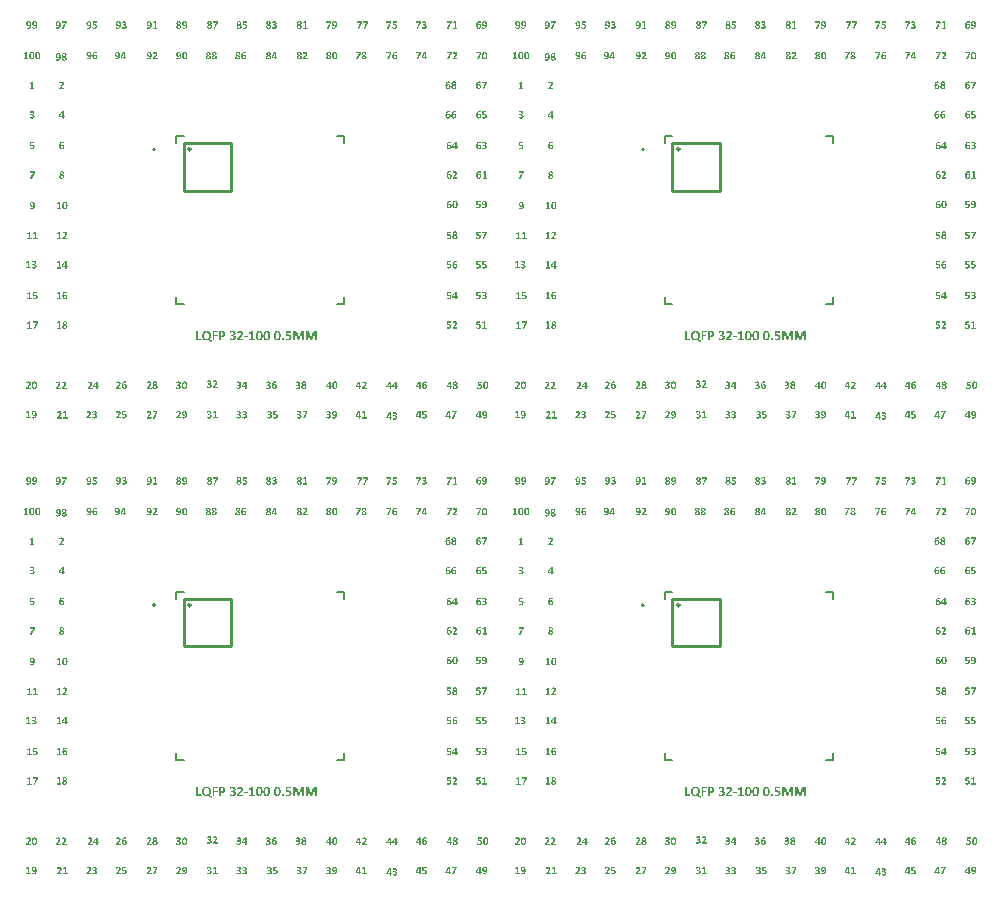
<source format=gto>
G04*
G04 #@! TF.GenerationSoftware,Altium Limited,Altium Designer,22.0.2 (36)*
G04*
G04 Layer_Color=65535*
%FSLAX44Y44*%
%MOMM*%
G71*
G04*
G04 #@! TF.SameCoordinates,7C54838C-0965-49BE-8F7A-A0EB361EFC81*
G04*
G04*
G04 #@! TF.FilePolarity,Positive*
G04*
G01*
G75*
%ADD48C,0.2540*%
%ADD71C,0.2000*%
%ADD72C,0.1270*%
G36*
X809881Y747405D02*
X810009Y747393D01*
X810044D01*
X810080Y747382D01*
X810126D01*
X810232Y747358D01*
X810349Y747335D01*
X810372D01*
X810443Y747311D01*
X810536Y747288D01*
X810618Y747253D01*
X810642D01*
X810677Y747229D01*
X810735Y747206D01*
X810770Y747183D01*
X810782D01*
X810794Y747159D01*
X810829Y747112D01*
X810841Y747089D01*
X810864Y747030D01*
Y747019D01*
X810876Y746995D01*
Y746960D01*
Y746913D01*
Y746901D01*
X810888Y746878D01*
Y746820D01*
Y746761D01*
Y746749D01*
Y746738D01*
Y746667D01*
Y746585D01*
X810876Y746503D01*
Y746492D01*
X810864Y746445D01*
X810852Y746398D01*
X810841Y746351D01*
Y746339D01*
X810829Y746328D01*
X810794Y746281D01*
X810770Y746269D01*
X810712Y746257D01*
X810677D01*
X810618Y746269D01*
X810560Y746281D01*
X810548Y746293D01*
X810501Y746304D01*
X810431Y746328D01*
X810349Y746351D01*
X810325Y746363D01*
X810267Y746375D01*
X810162Y746398D01*
X810044Y746421D01*
X810033D01*
X810009Y746433D01*
X809974D01*
X809927Y746445D01*
X809799Y746457D01*
X809576D01*
X809494Y746445D01*
X809412Y746433D01*
X809307Y746421D01*
X809190Y746398D01*
X809084Y746351D01*
X808979Y746304D01*
X808967Y746293D01*
X808932Y746281D01*
X808885Y746246D01*
X808827Y746199D01*
X808686Y746082D01*
X808546Y745918D01*
X808534Y745906D01*
X808522Y745871D01*
X808487Y745824D01*
X808452Y745754D01*
X808417Y745672D01*
X808370Y745578D01*
X808300Y745344D01*
Y745332D01*
X808288Y745286D01*
X808276Y745227D01*
X808265Y745133D01*
X808253Y745028D01*
X808241Y744911D01*
X808218Y744653D01*
X808241Y744665D01*
X808288Y744700D01*
X808370Y744735D01*
X808464Y744782D01*
X808475D01*
X808487Y744794D01*
X808557Y744829D01*
X808651Y744864D01*
X808756Y744899D01*
X808768D01*
X808780Y744911D01*
X808815D01*
X808862Y744923D01*
X808979Y744958D01*
X809108Y744981D01*
X809119D01*
X809143Y744993D01*
X809178D01*
X809225Y745005D01*
X809354Y745016D01*
X809588D01*
X809670Y745005D01*
X809787D01*
X809904Y744981D01*
X810044Y744958D01*
X810173Y744923D01*
X810302Y744876D01*
X810314D01*
X810361Y744852D01*
X810419Y744817D01*
X810501Y744782D01*
X810677Y744665D01*
X810770Y744583D01*
X810852Y744501D01*
X810864Y744489D01*
X810888Y744454D01*
X810923Y744407D01*
X810969Y744337D01*
X811028Y744255D01*
X811075Y744162D01*
X811122Y744044D01*
X811169Y743927D01*
Y743916D01*
X811180Y743869D01*
X811204Y743799D01*
X811227Y743705D01*
X811239Y743599D01*
X811262Y743471D01*
X811274Y743330D01*
Y743178D01*
Y743155D01*
Y743096D01*
X811262Y743014D01*
X811251Y742897D01*
X811239Y742756D01*
X811215Y742616D01*
X811169Y742452D01*
X811122Y742300D01*
X811110Y742288D01*
X811098Y742230D01*
X811063Y742159D01*
X811016Y742066D01*
X810958Y741960D01*
X810888Y741843D01*
X810794Y741726D01*
X810700Y741609D01*
X810688Y741597D01*
X810653Y741562D01*
X810595Y741515D01*
X810513Y741445D01*
X810407Y741375D01*
X810290Y741304D01*
X810162Y741234D01*
X810009Y741164D01*
X809986Y741152D01*
X809939Y741141D01*
X809857Y741117D01*
X809740Y741082D01*
X809611Y741047D01*
X809447Y741023D01*
X809272Y741012D01*
X809084Y741000D01*
X808932D01*
X808827Y741012D01*
X808710Y741023D01*
X808581Y741035D01*
X808323Y741094D01*
X808311D01*
X808276Y741117D01*
X808206Y741129D01*
X808136Y741164D01*
X807960Y741258D01*
X807773Y741375D01*
X807761Y741386D01*
X807738Y741410D01*
X807691Y741445D01*
X807632Y741504D01*
X807574Y741562D01*
X807515Y741644D01*
X807386Y741820D01*
X807375Y741831D01*
X807363Y741867D01*
X807328Y741925D01*
X807305Y741995D01*
X807258Y742089D01*
X807223Y742183D01*
X807141Y742417D01*
Y742429D01*
X807129Y742475D01*
X807117Y742546D01*
X807094Y742628D01*
X807082Y742733D01*
X807059Y742862D01*
X807035Y742991D01*
X807023Y743131D01*
Y743155D01*
Y743201D01*
X807012Y743283D01*
Y743389D01*
Y743506D01*
X807000Y743646D01*
Y743799D01*
Y743962D01*
Y743974D01*
Y744021D01*
Y744103D01*
Y744197D01*
X807012Y744314D01*
Y744443D01*
X807035Y744724D01*
Y744747D01*
X807047Y744794D01*
Y744864D01*
X807070Y744969D01*
X807082Y745087D01*
X807105Y745215D01*
X807164Y745496D01*
Y745520D01*
X807187Y745567D01*
X807211Y745637D01*
X807246Y745731D01*
X807281Y745848D01*
X807328Y745976D01*
X807457Y746234D01*
X807468Y746246D01*
X807492Y746293D01*
X807527Y746363D01*
X807586Y746445D01*
X807656Y746538D01*
X807738Y746644D01*
X807831Y746738D01*
X807937Y746843D01*
X807949Y746855D01*
X807995Y746890D01*
X808054Y746937D01*
X808136Y746995D01*
X808241Y747054D01*
X808370Y747124D01*
X808499Y747194D01*
X808651Y747253D01*
X808674Y747264D01*
X808721Y747276D01*
X808815Y747300D01*
X808932Y747335D01*
X809084Y747370D01*
X809248Y747393D01*
X809436Y747405D01*
X809646Y747417D01*
X809763D01*
X809881Y747405D01*
D02*
G37*
G36*
X395881D02*
X396009Y747393D01*
X396044D01*
X396080Y747382D01*
X396126D01*
X396232Y747358D01*
X396349Y747335D01*
X396372D01*
X396443Y747311D01*
X396536Y747288D01*
X396618Y747253D01*
X396642D01*
X396677Y747229D01*
X396735Y747206D01*
X396770Y747183D01*
X396782D01*
X396794Y747159D01*
X396829Y747112D01*
X396841Y747089D01*
X396864Y747030D01*
Y747019D01*
X396876Y746995D01*
Y746960D01*
Y746913D01*
Y746901D01*
X396888Y746878D01*
Y746820D01*
Y746761D01*
Y746749D01*
Y746738D01*
Y746667D01*
Y746585D01*
X396876Y746503D01*
Y746492D01*
X396864Y746445D01*
X396852Y746398D01*
X396841Y746351D01*
Y746339D01*
X396829Y746328D01*
X396794Y746281D01*
X396770Y746269D01*
X396712Y746257D01*
X396677D01*
X396618Y746269D01*
X396560Y746281D01*
X396548Y746293D01*
X396501Y746304D01*
X396431Y746328D01*
X396349Y746351D01*
X396325Y746363D01*
X396267Y746375D01*
X396161Y746398D01*
X396044Y746421D01*
X396033D01*
X396009Y746433D01*
X395974D01*
X395927Y746445D01*
X395798Y746457D01*
X395576D01*
X395494Y746445D01*
X395412Y746433D01*
X395307Y746421D01*
X395190Y746398D01*
X395084Y746351D01*
X394979Y746304D01*
X394967Y746293D01*
X394932Y746281D01*
X394885Y746246D01*
X394827Y746199D01*
X394686Y746082D01*
X394546Y745918D01*
X394534Y745906D01*
X394522Y745871D01*
X394487Y745824D01*
X394452Y745754D01*
X394417Y745672D01*
X394370Y745578D01*
X394300Y745344D01*
Y745332D01*
X394288Y745286D01*
X394276Y745227D01*
X394265Y745133D01*
X394253Y745028D01*
X394241Y744911D01*
X394218Y744653D01*
X394241Y744665D01*
X394288Y744700D01*
X394370Y744735D01*
X394464Y744782D01*
X394475D01*
X394487Y744794D01*
X394557Y744829D01*
X394651Y744864D01*
X394756Y744899D01*
X394768D01*
X394780Y744911D01*
X394815D01*
X394862Y744923D01*
X394979Y744958D01*
X395108Y744981D01*
X395119D01*
X395143Y744993D01*
X395178D01*
X395225Y745005D01*
X395354Y745016D01*
X395588D01*
X395670Y745005D01*
X395787D01*
X395904Y744981D01*
X396044Y744958D01*
X396173Y744923D01*
X396302Y744876D01*
X396314D01*
X396361Y744852D01*
X396419Y744817D01*
X396501Y744782D01*
X396677Y744665D01*
X396770Y744583D01*
X396852Y744501D01*
X396864Y744489D01*
X396888Y744454D01*
X396923Y744407D01*
X396969Y744337D01*
X397028Y744255D01*
X397075Y744162D01*
X397122Y744044D01*
X397169Y743927D01*
Y743916D01*
X397180Y743869D01*
X397204Y743799D01*
X397227Y743705D01*
X397239Y743599D01*
X397262Y743471D01*
X397274Y743330D01*
Y743178D01*
Y743155D01*
Y743096D01*
X397262Y743014D01*
X397251Y742897D01*
X397239Y742756D01*
X397215Y742616D01*
X397169Y742452D01*
X397122Y742300D01*
X397110Y742288D01*
X397098Y742230D01*
X397063Y742159D01*
X397016Y742066D01*
X396958Y741960D01*
X396888Y741843D01*
X396794Y741726D01*
X396700Y741609D01*
X396688Y741597D01*
X396653Y741562D01*
X396595Y741515D01*
X396513Y741445D01*
X396407Y741375D01*
X396290Y741304D01*
X396161Y741234D01*
X396009Y741164D01*
X395986Y741152D01*
X395939Y741141D01*
X395857Y741117D01*
X395740Y741082D01*
X395611Y741047D01*
X395447Y741023D01*
X395272Y741012D01*
X395084Y741000D01*
X394932D01*
X394827Y741012D01*
X394710Y741023D01*
X394581Y741035D01*
X394323Y741094D01*
X394311D01*
X394276Y741117D01*
X394206Y741129D01*
X394136Y741164D01*
X393960Y741258D01*
X393773Y741375D01*
X393761Y741386D01*
X393738Y741410D01*
X393691Y741445D01*
X393632Y741504D01*
X393574Y741562D01*
X393515Y741644D01*
X393386Y741820D01*
X393375Y741831D01*
X393363Y741867D01*
X393328Y741925D01*
X393304Y741995D01*
X393258Y742089D01*
X393223Y742183D01*
X393140Y742417D01*
Y742429D01*
X393129Y742475D01*
X393117Y742546D01*
X393094Y742628D01*
X393082Y742733D01*
X393059Y742862D01*
X393035Y742991D01*
X393023Y743131D01*
Y743155D01*
Y743201D01*
X393012Y743283D01*
Y743389D01*
Y743506D01*
X393000Y743646D01*
Y743799D01*
Y743962D01*
Y743974D01*
Y744021D01*
Y744103D01*
Y744197D01*
X393012Y744314D01*
Y744443D01*
X393035Y744724D01*
Y744747D01*
X393047Y744794D01*
Y744864D01*
X393070Y744969D01*
X393082Y745087D01*
X393105Y745215D01*
X393164Y745496D01*
Y745520D01*
X393187Y745567D01*
X393211Y745637D01*
X393246Y745731D01*
X393281Y745848D01*
X393328Y745976D01*
X393457Y746234D01*
X393468Y746246D01*
X393492Y746293D01*
X393527Y746363D01*
X393586Y746445D01*
X393656Y746538D01*
X393738Y746644D01*
X393831Y746738D01*
X393937Y746843D01*
X393949Y746855D01*
X393995Y746890D01*
X394054Y746937D01*
X394136Y746995D01*
X394241Y747054D01*
X394370Y747124D01*
X394499Y747194D01*
X394651Y747253D01*
X394674Y747264D01*
X394721Y747276D01*
X394815Y747300D01*
X394932Y747335D01*
X395084Y747370D01*
X395248Y747393D01*
X395436Y747405D01*
X395646Y747417D01*
X395763D01*
X395881Y747405D01*
D02*
G37*
G36*
X763260Y747417D02*
X763389Y747405D01*
X763518Y747382D01*
X763787Y747323D01*
X763799D01*
X763845Y747300D01*
X763916Y747276D01*
X763998Y747241D01*
X764185Y747147D01*
X764372Y747019D01*
X764384Y747007D01*
X764407Y746983D01*
X764454Y746937D01*
X764513Y746878D01*
X764571Y746808D01*
X764630Y746726D01*
X764688Y746632D01*
X764735Y746527D01*
X764747Y746515D01*
X764759Y746480D01*
X764782Y746410D01*
X764806Y746339D01*
X764829Y746234D01*
X764841Y746129D01*
X764864Y746000D01*
Y745871D01*
Y745859D01*
Y745824D01*
Y745766D01*
X764852Y745695D01*
X764829Y745531D01*
X764782Y745344D01*
Y745332D01*
X764770Y745297D01*
X764759Y745250D01*
X764735Y745192D01*
X764665Y745051D01*
X764571Y744899D01*
Y744887D01*
X764548Y744864D01*
X764525Y744829D01*
X764478Y744794D01*
X764372Y744688D01*
X764232Y744583D01*
X764220D01*
X764197Y744560D01*
X764150Y744536D01*
X764091Y744513D01*
X764021Y744478D01*
X763939Y744443D01*
X763752Y744384D01*
Y744372D01*
X763763D01*
X763810Y744361D01*
X763869Y744349D01*
X763939Y744337D01*
X764033Y744314D01*
X764126Y744279D01*
X764325Y744197D01*
X764337D01*
X764372Y744173D01*
X764419Y744150D01*
X764478Y744115D01*
X764630Y744009D01*
X764770Y743880D01*
X764782Y743869D01*
X764806Y743845D01*
X764829Y743810D01*
X764876Y743752D01*
X764958Y743623D01*
X765040Y743447D01*
Y743436D01*
X765051Y743400D01*
X765075Y743354D01*
X765098Y743295D01*
X765110Y743213D01*
X765133Y743119D01*
X765145Y742920D01*
Y742897D01*
Y742838D01*
X765133Y742756D01*
X765122Y742651D01*
X765098Y742522D01*
X765063Y742382D01*
X765016Y742241D01*
X764958Y742101D01*
X764946Y742089D01*
X764923Y742042D01*
X764887Y741972D01*
X764829Y741890D01*
X764759Y741796D01*
X764677Y741691D01*
X764583Y741585D01*
X764466Y741492D01*
X764454Y741480D01*
X764407Y741457D01*
X764337Y741410D01*
X764255Y741351D01*
X764138Y741293D01*
X764009Y741234D01*
X763869Y741176D01*
X763705Y741117D01*
X763681D01*
X763635Y741094D01*
X763541Y741082D01*
X763424Y741059D01*
X763283Y741035D01*
X763119Y741023D01*
X762932Y741000D01*
X762628D01*
X762557Y741012D01*
X762464D01*
X762358Y741023D01*
X762148Y741047D01*
X762136D01*
X762101Y741059D01*
X762054Y741070D01*
X761983Y741082D01*
X761831Y741117D01*
X761656Y741152D01*
X761644D01*
X761620Y741164D01*
X761585Y741176D01*
X761539Y741199D01*
X761422Y741246D01*
X761304Y741293D01*
X761281Y741304D01*
X761234Y741340D01*
X761176Y741375D01*
X761129Y741410D01*
X761117Y741422D01*
X761105Y741433D01*
X761059Y741492D01*
Y741504D01*
X761047Y741527D01*
X761023Y741597D01*
Y741609D01*
X761012Y741644D01*
Y741691D01*
X761000Y741761D01*
Y741785D01*
Y741831D01*
Y741913D01*
Y742007D01*
Y742019D01*
Y742042D01*
Y742077D01*
Y742136D01*
X761012Y742230D01*
X761023Y742288D01*
X761035Y742323D01*
X761047Y742335D01*
X761059Y742370D01*
X761105Y742405D01*
X761152Y742417D01*
X761164D01*
X761187Y742405D01*
X761246Y742393D01*
X761316Y742347D01*
X761339Y742335D01*
X761398Y742300D01*
X761492Y742253D01*
X761609Y742206D01*
X761620D01*
X761644Y742194D01*
X761679Y742183D01*
X761738Y742159D01*
X761866Y742112D01*
X762030Y742066D01*
X762042D01*
X762077Y742054D01*
X762124Y742042D01*
X762194D01*
X762276Y742030D01*
X762370Y742019D01*
X762592Y742007D01*
X762686D01*
X762745Y742019D01*
X762897Y742030D01*
X763049Y742066D01*
X763061D01*
X763084Y742077D01*
X763119Y742089D01*
X763178Y742112D01*
X763283Y742159D01*
X763400Y742241D01*
X763412D01*
X763424Y742265D01*
X763482Y742323D01*
X763553Y742405D01*
X763611Y742511D01*
Y742522D01*
X763623Y742534D01*
X763635Y742569D01*
X763646Y742616D01*
X763670Y742733D01*
X763681Y742874D01*
Y742885D01*
Y742909D01*
Y742955D01*
X763670Y743002D01*
X763646Y743131D01*
X763588Y743260D01*
Y743272D01*
X763576Y743295D01*
X763529Y743365D01*
X763447Y743459D01*
X763342Y743553D01*
X763330Y743564D01*
X763318Y743576D01*
X763272Y743599D01*
X763225Y743623D01*
X763166Y743658D01*
X763096Y743693D01*
X762920Y743752D01*
X762909D01*
X762874Y743763D01*
X762827Y743775D01*
X762756Y743787D01*
X762674Y743799D01*
X762581Y743810D01*
X762346Y743822D01*
X761773D01*
X761702Y743834D01*
X761691D01*
X761679Y743845D01*
X761656Y743869D01*
X761632Y743892D01*
Y743904D01*
X761620Y743939D01*
X761609Y743986D01*
X761597Y744044D01*
Y744056D01*
Y744115D01*
X761585Y744185D01*
Y744290D01*
Y744302D01*
Y744314D01*
Y744372D01*
Y744443D01*
X761597Y744513D01*
Y744525D01*
X761609Y744571D01*
X761620Y744606D01*
X761632Y744653D01*
Y744665D01*
X761644Y744677D01*
X761691Y744724D01*
X761702D01*
X761726Y744735D01*
X761796Y744747D01*
X762440D01*
X762499Y744759D01*
X762663Y744770D01*
X762827Y744806D01*
X762838D01*
X762862Y744817D01*
X762909Y744829D01*
X762955Y744852D01*
X763073Y744911D01*
X763190Y744993D01*
X763201D01*
X763213Y745016D01*
X763272Y745075D01*
X763342Y745157D01*
X763412Y745274D01*
Y745286D01*
X763424Y745309D01*
X763436Y745344D01*
X763459Y745391D01*
X763482Y745508D01*
X763494Y745649D01*
Y745660D01*
Y745672D01*
X763482Y745754D01*
X763471Y745848D01*
X763436Y745953D01*
Y745965D01*
X763424Y745976D01*
X763400Y746035D01*
X763354Y746117D01*
X763283Y746187D01*
X763260Y746211D01*
X763213Y746246D01*
X763131Y746304D01*
X763014Y746351D01*
X763002D01*
X762990Y746363D01*
X762955Y746375D01*
X762909Y746386D01*
X762780Y746410D01*
X762628Y746421D01*
X762534D01*
X762475Y746410D01*
X762323Y746386D01*
X762159Y746339D01*
X762148D01*
X762124Y746328D01*
X762077Y746316D01*
X762030Y746293D01*
X761902Y746246D01*
X761761Y746176D01*
X761749D01*
X761738Y746164D01*
X761656Y746129D01*
X761562Y746070D01*
X761468Y746012D01*
X761445Y746000D01*
X761398Y745976D01*
X761339Y745953D01*
X761293Y745941D01*
X761269D01*
X761211Y745953D01*
X761199Y745965D01*
X761187Y745988D01*
X761164Y746012D01*
Y746023D01*
X761152Y746047D01*
Y746094D01*
X761141Y746152D01*
Y746164D01*
Y746222D01*
Y746293D01*
Y746386D01*
Y746398D01*
Y746410D01*
Y746457D01*
Y746527D01*
Y746585D01*
Y746597D01*
Y746632D01*
Y746679D01*
X761152Y746714D01*
Y746726D01*
X761164Y746749D01*
X761187Y746808D01*
Y746820D01*
X761211Y746843D01*
X761258Y746901D01*
X761269Y746913D01*
X761304Y746937D01*
X761363Y746972D01*
X761457Y747030D01*
X761468D01*
X761480Y747042D01*
X761515Y747066D01*
X761562Y747089D01*
X761679Y747147D01*
X761831Y747206D01*
X761843D01*
X761866Y747218D01*
X761913Y747241D01*
X761983Y747264D01*
X762054Y747288D01*
X762148Y747311D01*
X762346Y747358D01*
X762358D01*
X762405Y747370D01*
X762464Y747382D01*
X762546Y747393D01*
X762639Y747405D01*
X762745Y747417D01*
X762990Y747429D01*
X763155D01*
X763260Y747417D01*
D02*
G37*
G36*
X739583Y747300D02*
X739606Y747276D01*
X739618D01*
X739630Y747253D01*
X739653Y747229D01*
X739677Y747183D01*
Y747171D01*
X739688Y747136D01*
X739700Y747089D01*
X739712Y747019D01*
Y746995D01*
X739724Y746948D01*
X739735Y746866D01*
Y746773D01*
Y746761D01*
Y746726D01*
Y746679D01*
X739724Y746620D01*
X739712Y746480D01*
X739700Y746421D01*
X739677Y746363D01*
X739665Y746339D01*
X739642Y746304D01*
X739595Y746257D01*
X739571Y746246D01*
X739536Y746234D01*
X737335D01*
Y744899D01*
X737358D01*
X737440Y744911D01*
X737546Y744923D01*
X737721D01*
X737768Y744934D01*
X738096D01*
X738190Y744923D01*
X738318D01*
X738447Y744899D01*
X738599Y744876D01*
X738752Y744852D01*
X738904Y744806D01*
X738916D01*
X738974Y744782D01*
X739044Y744759D01*
X739126Y744724D01*
X739232Y744677D01*
X739349Y744618D01*
X739560Y744466D01*
X739571Y744454D01*
X739606Y744431D01*
X739653Y744372D01*
X739712Y744314D01*
X739782Y744232D01*
X739852Y744138D01*
X739911Y744021D01*
X739969Y743904D01*
X739981Y743892D01*
X739993Y743845D01*
X740016Y743775D01*
X740040Y743681D01*
X740063Y743564D01*
X740087Y743436D01*
X740110Y743283D01*
Y743119D01*
Y743096D01*
Y743037D01*
X740098Y742944D01*
X740087Y742815D01*
X740063Y742674D01*
X740040Y742522D01*
X739993Y742370D01*
X739934Y742218D01*
X739923Y742206D01*
X739899Y742148D01*
X739864Y742077D01*
X739806Y741984D01*
X739735Y741878D01*
X739653Y741773D01*
X739548Y741656D01*
X739431Y741550D01*
X739419Y741539D01*
X739372Y741504D01*
X739302Y741457D01*
X739220Y741398D01*
X739103Y741328D01*
X738974Y741269D01*
X738834Y741199D01*
X738670Y741141D01*
X738646D01*
X738588Y741117D01*
X738506Y741094D01*
X738377Y741070D01*
X738236Y741047D01*
X738061Y741023D01*
X737874Y741012D01*
X737674Y741000D01*
X737569D01*
X737499Y741012D01*
X737417D01*
X737323Y741023D01*
X737124Y741047D01*
X737112D01*
X737077Y741059D01*
X737030D01*
X736972Y741070D01*
X736820Y741094D01*
X736656Y741129D01*
X736644D01*
X736620Y741141D01*
X736585Y741152D01*
X736539Y741164D01*
X736433Y741199D01*
X736328Y741234D01*
X736304Y741246D01*
X736258Y741269D01*
X736199Y741304D01*
X736152Y741328D01*
Y741340D01*
X736129Y741351D01*
X736094Y741398D01*
Y741410D01*
X736082Y741433D01*
X736059Y741504D01*
Y741515D01*
Y741550D01*
X736047Y741597D01*
Y741656D01*
Y741667D01*
Y741714D01*
Y741785D01*
Y741867D01*
Y741878D01*
Y741890D01*
Y741948D01*
Y742030D01*
Y742101D01*
Y742112D01*
X736059Y742159D01*
X736070Y742194D01*
X736082Y742241D01*
Y742253D01*
X736094Y742276D01*
X736117Y742300D01*
X736129Y742323D01*
X736141Y742335D01*
X736152Y742347D01*
X736176Y742358D01*
X736211D01*
X736234Y742347D01*
X736281Y742335D01*
X736339Y742300D01*
X736363Y742288D01*
X736410Y742265D01*
X736492Y742218D01*
X736597Y742171D01*
X736609D01*
X736632Y742159D01*
X736667Y742148D01*
X736714Y742136D01*
X736831Y742101D01*
X736995Y742054D01*
X737007D01*
X737042Y742042D01*
X737089D01*
X737148Y742030D01*
X737229Y742019D01*
X737323D01*
X737546Y742007D01*
X737651D01*
X737710Y742019D01*
X737874Y742030D01*
X738049Y742054D01*
X738061D01*
X738084Y742066D01*
X738131Y742077D01*
X738190Y742101D01*
X738307Y742159D01*
X738436Y742241D01*
X738447Y742253D01*
X738459Y742265D01*
X738529Y742335D01*
X738611Y742429D01*
X738681Y742557D01*
Y742569D01*
X738693Y742592D01*
X738717Y742639D01*
X738728Y742686D01*
X738752Y742756D01*
X738763Y742838D01*
X738775Y743014D01*
Y743026D01*
Y743049D01*
Y743096D01*
X738763Y743155D01*
X738740Y743283D01*
X738693Y743424D01*
Y743436D01*
X738681Y743459D01*
X738635Y743529D01*
X738564Y743635D01*
X738471Y743728D01*
X738459Y743740D01*
X738447Y743752D01*
X738412Y743775D01*
X738365Y743799D01*
X738236Y743857D01*
X738073Y743916D01*
X738061D01*
X738026Y743927D01*
X737979Y743939D01*
X737909Y743951D01*
X737815Y743962D01*
X737721Y743974D01*
X737604Y743986D01*
X737311D01*
X737148Y743974D01*
X736972Y743951D01*
X736937D01*
X736890Y743939D01*
X736831D01*
X736702Y743927D01*
X736527D01*
X736468Y743939D01*
X736410Y743951D01*
X736351Y743986D01*
X736339Y743998D01*
X736328Y744044D01*
X736304Y744126D01*
X736293Y744243D01*
Y746948D01*
Y746960D01*
Y746983D01*
X736304Y747054D01*
X736328Y747136D01*
X736363Y747218D01*
X736375Y747229D01*
X736422Y747264D01*
X736492Y747300D01*
X736597Y747311D01*
X739560D01*
X739583Y747300D01*
D02*
G37*
G36*
X636353Y747417D02*
X636482Y747405D01*
X636611Y747382D01*
X636880Y747323D01*
X636892D01*
X636939Y747300D01*
X637009Y747276D01*
X637091Y747241D01*
X637279Y747147D01*
X637466Y747019D01*
X637478Y747007D01*
X637501Y746983D01*
X637548Y746937D01*
X637606Y746878D01*
X637665Y746808D01*
X637724Y746726D01*
X637782Y746632D01*
X637829Y746527D01*
X637841Y746515D01*
X637852Y746480D01*
X637876Y746410D01*
X637899Y746339D01*
X637923Y746234D01*
X637934Y746129D01*
X637958Y746000D01*
Y745871D01*
Y745859D01*
Y745824D01*
Y745766D01*
X637946Y745695D01*
X637923Y745531D01*
X637876Y745344D01*
Y745332D01*
X637864Y745297D01*
X637852Y745250D01*
X637829Y745192D01*
X637759Y745051D01*
X637665Y744899D01*
Y744887D01*
X637642Y744864D01*
X637618Y744829D01*
X637571Y744794D01*
X637466Y744688D01*
X637325Y744583D01*
X637314D01*
X637290Y744560D01*
X637243Y744536D01*
X637185Y744513D01*
X637115Y744478D01*
X637033Y744443D01*
X636845Y744384D01*
Y744372D01*
X636857D01*
X636904Y744361D01*
X636962Y744349D01*
X637033Y744337D01*
X637126Y744314D01*
X637220Y744279D01*
X637419Y744197D01*
X637431D01*
X637466Y744173D01*
X637513Y744150D01*
X637571Y744115D01*
X637724Y744009D01*
X637864Y743880D01*
X637876Y743869D01*
X637899Y743845D01*
X637923Y743810D01*
X637969Y743752D01*
X638051Y743623D01*
X638133Y743447D01*
Y743436D01*
X638145Y743400D01*
X638168Y743354D01*
X638192Y743295D01*
X638204Y743213D01*
X638227Y743119D01*
X638239Y742920D01*
Y742897D01*
Y742838D01*
X638227Y742756D01*
X638215Y742651D01*
X638192Y742522D01*
X638157Y742382D01*
X638110Y742241D01*
X638051Y742101D01*
X638040Y742089D01*
X638016Y742042D01*
X637981Y741972D01*
X637923Y741890D01*
X637852Y741796D01*
X637770Y741691D01*
X637677Y741585D01*
X637560Y741492D01*
X637548Y741480D01*
X637501Y741457D01*
X637431Y741410D01*
X637349Y741351D01*
X637232Y741293D01*
X637103Y741234D01*
X636962Y741176D01*
X636799Y741117D01*
X636775D01*
X636728Y741094D01*
X636635Y741082D01*
X636517Y741059D01*
X636377Y741035D01*
X636213Y741023D01*
X636026Y741000D01*
X635721D01*
X635651Y741012D01*
X635557D01*
X635452Y741023D01*
X635241Y741047D01*
X635229D01*
X635194Y741059D01*
X635148Y741070D01*
X635077Y741082D01*
X634925Y741117D01*
X634749Y741152D01*
X634738D01*
X634714Y741164D01*
X634679Y741176D01*
X634632Y741199D01*
X634515Y741246D01*
X634398Y741293D01*
X634375Y741304D01*
X634328Y741340D01*
X634269Y741375D01*
X634222Y741410D01*
X634211Y741422D01*
X634199Y741433D01*
X634152Y741492D01*
Y741504D01*
X634141Y741527D01*
X634117Y741597D01*
Y741609D01*
X634105Y741644D01*
Y741691D01*
X634094Y741761D01*
Y741785D01*
Y741831D01*
Y741913D01*
Y742007D01*
Y742019D01*
Y742042D01*
Y742077D01*
Y742136D01*
X634105Y742230D01*
X634117Y742288D01*
X634129Y742323D01*
X634141Y742335D01*
X634152Y742370D01*
X634199Y742405D01*
X634246Y742417D01*
X634258D01*
X634281Y742405D01*
X634339Y742393D01*
X634410Y742347D01*
X634433Y742335D01*
X634492Y742300D01*
X634585Y742253D01*
X634702Y742206D01*
X634714D01*
X634738Y742194D01*
X634773Y742183D01*
X634831Y742159D01*
X634960Y742112D01*
X635124Y742066D01*
X635136D01*
X635171Y742054D01*
X635218Y742042D01*
X635288D01*
X635370Y742030D01*
X635464Y742019D01*
X635686Y742007D01*
X635780D01*
X635838Y742019D01*
X635990Y742030D01*
X636143Y742066D01*
X636155D01*
X636178Y742077D01*
X636213Y742089D01*
X636272Y742112D01*
X636377Y742159D01*
X636494Y742241D01*
X636506D01*
X636517Y742265D01*
X636576Y742323D01*
X636646Y742405D01*
X636705Y742511D01*
Y742522D01*
X636716Y742534D01*
X636728Y742569D01*
X636740Y742616D01*
X636763Y742733D01*
X636775Y742874D01*
Y742885D01*
Y742909D01*
Y742955D01*
X636763Y743002D01*
X636740Y743131D01*
X636681Y743260D01*
Y743272D01*
X636670Y743295D01*
X636623Y743365D01*
X636541Y743459D01*
X636436Y743553D01*
X636424Y743564D01*
X636412Y743576D01*
X636365Y743599D01*
X636318Y743623D01*
X636260Y743658D01*
X636190Y743693D01*
X636014Y743752D01*
X636002D01*
X635967Y743763D01*
X635920Y743775D01*
X635850Y743787D01*
X635768Y743799D01*
X635674Y743810D01*
X635440Y743822D01*
X634866D01*
X634796Y743834D01*
X634785D01*
X634773Y743845D01*
X634749Y743869D01*
X634726Y743892D01*
Y743904D01*
X634714Y743939D01*
X634702Y743986D01*
X634691Y744044D01*
Y744056D01*
Y744115D01*
X634679Y744185D01*
Y744290D01*
Y744302D01*
Y744314D01*
Y744372D01*
Y744443D01*
X634691Y744513D01*
Y744525D01*
X634702Y744571D01*
X634714Y744606D01*
X634726Y744653D01*
Y744665D01*
X634738Y744677D01*
X634785Y744724D01*
X634796D01*
X634820Y744735D01*
X634890Y744747D01*
X635534D01*
X635592Y744759D01*
X635756Y744770D01*
X635920Y744806D01*
X635932D01*
X635955Y744817D01*
X636002Y744829D01*
X636049Y744852D01*
X636166Y744911D01*
X636283Y744993D01*
X636295D01*
X636307Y745016D01*
X636365Y745075D01*
X636436Y745157D01*
X636506Y745274D01*
Y745286D01*
X636517Y745309D01*
X636529Y745344D01*
X636553Y745391D01*
X636576Y745508D01*
X636588Y745649D01*
Y745660D01*
Y745672D01*
X636576Y745754D01*
X636564Y745848D01*
X636529Y745953D01*
Y745965D01*
X636517Y745976D01*
X636494Y746035D01*
X636447Y746117D01*
X636377Y746187D01*
X636353Y746211D01*
X636307Y746246D01*
X636225Y746304D01*
X636108Y746351D01*
X636096D01*
X636084Y746363D01*
X636049Y746375D01*
X636002Y746386D01*
X635873Y746410D01*
X635721Y746421D01*
X635628D01*
X635569Y746410D01*
X635417Y746386D01*
X635253Y746339D01*
X635241D01*
X635218Y746328D01*
X635171Y746316D01*
X635124Y746293D01*
X634995Y746246D01*
X634855Y746176D01*
X634843D01*
X634831Y746164D01*
X634749Y746129D01*
X634656Y746070D01*
X634562Y746012D01*
X634539Y746000D01*
X634492Y745976D01*
X634433Y745953D01*
X634386Y745941D01*
X634363D01*
X634304Y745953D01*
X634293Y745965D01*
X634281Y745988D01*
X634258Y746012D01*
Y746023D01*
X634246Y746047D01*
Y746094D01*
X634234Y746152D01*
Y746164D01*
Y746222D01*
Y746293D01*
Y746386D01*
Y746398D01*
Y746410D01*
Y746457D01*
Y746527D01*
Y746585D01*
Y746597D01*
Y746632D01*
Y746679D01*
X634246Y746714D01*
Y746726D01*
X634258Y746749D01*
X634281Y746808D01*
Y746820D01*
X634304Y746843D01*
X634351Y746901D01*
X634363Y746913D01*
X634398Y746937D01*
X634457Y746972D01*
X634550Y747030D01*
X634562D01*
X634574Y747042D01*
X634609Y747066D01*
X634656Y747089D01*
X634773Y747147D01*
X634925Y747206D01*
X634937D01*
X634960Y747218D01*
X635007Y747241D01*
X635077Y747264D01*
X635148Y747288D01*
X635241Y747311D01*
X635440Y747358D01*
X635452D01*
X635499Y747370D01*
X635557Y747382D01*
X635639Y747393D01*
X635733Y747405D01*
X635838Y747417D01*
X636084Y747429D01*
X636248D01*
X636353Y747417D01*
D02*
G37*
G36*
X612677Y747300D02*
X612700Y747276D01*
X612712D01*
X612724Y747253D01*
X612747Y747229D01*
X612770Y747183D01*
Y747171D01*
X612782Y747136D01*
X612794Y747089D01*
X612805Y747019D01*
Y746995D01*
X612817Y746948D01*
X612829Y746866D01*
Y746773D01*
Y746761D01*
Y746726D01*
Y746679D01*
X612817Y746620D01*
X612805Y746480D01*
X612794Y746421D01*
X612770Y746363D01*
X612759Y746339D01*
X612735Y746304D01*
X612688Y746257D01*
X612665Y746246D01*
X612630Y746234D01*
X610429D01*
Y744899D01*
X610452D01*
X610534Y744911D01*
X610639Y744923D01*
X610815D01*
X610862Y744934D01*
X611190D01*
X611283Y744923D01*
X611412D01*
X611541Y744899D01*
X611693Y744876D01*
X611845Y744852D01*
X611998Y744806D01*
X612009D01*
X612068Y744782D01*
X612138Y744759D01*
X612220Y744724D01*
X612325Y744677D01*
X612443Y744618D01*
X612653Y744466D01*
X612665Y744454D01*
X612700Y744431D01*
X612747Y744372D01*
X612805Y744314D01*
X612876Y744232D01*
X612946Y744138D01*
X613005Y744021D01*
X613063Y743904D01*
X613075Y743892D01*
X613087Y743845D01*
X613110Y743775D01*
X613133Y743681D01*
X613157Y743564D01*
X613180Y743436D01*
X613204Y743283D01*
Y743119D01*
Y743096D01*
Y743037D01*
X613192Y742944D01*
X613180Y742815D01*
X613157Y742674D01*
X613133Y742522D01*
X613087Y742370D01*
X613028Y742218D01*
X613016Y742206D01*
X612993Y742148D01*
X612958Y742077D01*
X612899Y741984D01*
X612829Y741878D01*
X612747Y741773D01*
X612642Y741656D01*
X612524Y741550D01*
X612513Y741539D01*
X612466Y741504D01*
X612396Y741457D01*
X612314Y741398D01*
X612197Y741328D01*
X612068Y741269D01*
X611927Y741199D01*
X611763Y741141D01*
X611740D01*
X611681Y741117D01*
X611599Y741094D01*
X611471Y741070D01*
X611330Y741047D01*
X611155Y741023D01*
X610967Y741012D01*
X610768Y741000D01*
X610663D01*
X610592Y741012D01*
X610510D01*
X610417Y741023D01*
X610218Y741047D01*
X610206D01*
X610171Y741059D01*
X610124D01*
X610065Y741070D01*
X609913Y741094D01*
X609749Y741129D01*
X609738D01*
X609714Y741141D01*
X609679Y741152D01*
X609632Y741164D01*
X609527Y741199D01*
X609422Y741234D01*
X609398Y741246D01*
X609351Y741269D01*
X609293Y741304D01*
X609246Y741328D01*
Y741340D01*
X609222Y741351D01*
X609187Y741398D01*
Y741410D01*
X609176Y741433D01*
X609152Y741504D01*
Y741515D01*
Y741550D01*
X609141Y741597D01*
Y741656D01*
Y741667D01*
Y741714D01*
Y741785D01*
Y741867D01*
Y741878D01*
Y741890D01*
Y741948D01*
Y742030D01*
Y742101D01*
Y742112D01*
X609152Y742159D01*
X609164Y742194D01*
X609176Y742241D01*
Y742253D01*
X609187Y742276D01*
X609211Y742300D01*
X609222Y742323D01*
X609234Y742335D01*
X609246Y742347D01*
X609269Y742358D01*
X609304D01*
X609328Y742347D01*
X609375Y742335D01*
X609433Y742300D01*
X609457Y742288D01*
X609504Y742265D01*
X609585Y742218D01*
X609691Y742171D01*
X609702D01*
X609726Y742159D01*
X609761Y742148D01*
X609808Y742136D01*
X609925Y742101D01*
X610089Y742054D01*
X610101D01*
X610136Y742042D01*
X610183D01*
X610241Y742030D01*
X610323Y742019D01*
X610417D01*
X610639Y742007D01*
X610745D01*
X610803Y742019D01*
X610967Y742030D01*
X611143Y742054D01*
X611155D01*
X611178Y742066D01*
X611225Y742077D01*
X611283Y742101D01*
X611400Y742159D01*
X611529Y742241D01*
X611541Y742253D01*
X611553Y742265D01*
X611623Y742335D01*
X611705Y742429D01*
X611775Y742557D01*
Y742569D01*
X611787Y742592D01*
X611810Y742639D01*
X611822Y742686D01*
X611845Y742756D01*
X611857Y742838D01*
X611869Y743014D01*
Y743026D01*
Y743049D01*
Y743096D01*
X611857Y743155D01*
X611834Y743283D01*
X611787Y743424D01*
Y743436D01*
X611775Y743459D01*
X611728Y743529D01*
X611658Y743635D01*
X611564Y743728D01*
X611553Y743740D01*
X611541Y743752D01*
X611506Y743775D01*
X611459Y743799D01*
X611330Y743857D01*
X611166Y743916D01*
X611155D01*
X611119Y743927D01*
X611073Y743939D01*
X611002Y743951D01*
X610909Y743962D01*
X610815Y743974D01*
X610698Y743986D01*
X610405D01*
X610241Y743974D01*
X610065Y743951D01*
X610030D01*
X609983Y743939D01*
X609925D01*
X609796Y743927D01*
X609621D01*
X609562Y743939D01*
X609504Y743951D01*
X609445Y743986D01*
X609433Y743998D01*
X609422Y744044D01*
X609398Y744126D01*
X609386Y744243D01*
Y746948D01*
Y746960D01*
Y746983D01*
X609398Y747054D01*
X609422Y747136D01*
X609457Y747218D01*
X609468Y747229D01*
X609515Y747264D01*
X609585Y747300D01*
X609691Y747311D01*
X612653D01*
X612677Y747300D01*
D02*
G37*
G36*
X509330Y747417D02*
X509459Y747405D01*
X509588Y747382D01*
X509857Y747323D01*
X509869D01*
X509916Y747300D01*
X509986Y747276D01*
X510068Y747241D01*
X510255Y747147D01*
X510443Y747019D01*
X510454Y747007D01*
X510478Y746983D01*
X510524Y746937D01*
X510583Y746878D01*
X510642Y746808D01*
X510700Y746726D01*
X510759Y746632D01*
X510806Y746527D01*
X510817Y746515D01*
X510829Y746480D01*
X510852Y746410D01*
X510876Y746339D01*
X510899Y746234D01*
X510911Y746129D01*
X510934Y746000D01*
Y745871D01*
Y745859D01*
Y745824D01*
Y745766D01*
X510923Y745695D01*
X510899Y745531D01*
X510852Y745344D01*
Y745332D01*
X510841Y745297D01*
X510829Y745250D01*
X510806Y745192D01*
X510735Y745051D01*
X510642Y744899D01*
Y744887D01*
X510618Y744864D01*
X510595Y744829D01*
X510548Y744794D01*
X510443Y744688D01*
X510302Y744583D01*
X510290D01*
X510267Y744560D01*
X510220Y744536D01*
X510162Y744513D01*
X510091Y744478D01*
X510009Y744443D01*
X509822Y744384D01*
Y744372D01*
X509834D01*
X509880Y744361D01*
X509939Y744349D01*
X510009Y744337D01*
X510103Y744314D01*
X510197Y744279D01*
X510396Y744197D01*
X510407D01*
X510443Y744173D01*
X510489Y744150D01*
X510548Y744115D01*
X510700Y744009D01*
X510841Y743880D01*
X510852Y743869D01*
X510876Y743845D01*
X510899Y743810D01*
X510946Y743752D01*
X511028Y743623D01*
X511110Y743447D01*
Y743436D01*
X511122Y743400D01*
X511145Y743354D01*
X511169Y743295D01*
X511180Y743213D01*
X511204Y743119D01*
X511215Y742920D01*
Y742897D01*
Y742838D01*
X511204Y742756D01*
X511192Y742651D01*
X511169Y742522D01*
X511133Y742382D01*
X511087Y742241D01*
X511028Y742101D01*
X511016Y742089D01*
X510993Y742042D01*
X510958Y741972D01*
X510899Y741890D01*
X510829Y741796D01*
X510747Y741691D01*
X510653Y741585D01*
X510536Y741492D01*
X510524Y741480D01*
X510478Y741457D01*
X510407Y741410D01*
X510325Y741351D01*
X510208Y741293D01*
X510079Y741234D01*
X509939Y741176D01*
X509775Y741117D01*
X509752D01*
X509705Y741094D01*
X509611Y741082D01*
X509494Y741059D01*
X509353Y741035D01*
X509190Y741023D01*
X509002Y741000D01*
X508698D01*
X508628Y741012D01*
X508534D01*
X508428Y741023D01*
X508218Y741047D01*
X508206D01*
X508171Y741059D01*
X508124Y741070D01*
X508054Y741082D01*
X507902Y741117D01*
X507726Y741152D01*
X507714D01*
X507691Y741164D01*
X507656Y741176D01*
X507609Y741199D01*
X507492Y741246D01*
X507375Y741293D01*
X507351Y741304D01*
X507304Y741340D01*
X507246Y741375D01*
X507199Y741410D01*
X507187Y741422D01*
X507176Y741433D01*
X507129Y741492D01*
Y741504D01*
X507117Y741527D01*
X507094Y741597D01*
Y741609D01*
X507082Y741644D01*
Y741691D01*
X507070Y741761D01*
Y741785D01*
Y741831D01*
Y741913D01*
Y742007D01*
Y742019D01*
Y742042D01*
Y742077D01*
Y742136D01*
X507082Y742230D01*
X507094Y742288D01*
X507105Y742323D01*
X507117Y742335D01*
X507129Y742370D01*
X507176Y742405D01*
X507222Y742417D01*
X507234D01*
X507258Y742405D01*
X507316Y742393D01*
X507386Y742347D01*
X507410Y742335D01*
X507468Y742300D01*
X507562Y742253D01*
X507679Y742206D01*
X507691D01*
X507714Y742194D01*
X507749Y742183D01*
X507808Y742159D01*
X507937Y742112D01*
X508101Y742066D01*
X508112D01*
X508148Y742054D01*
X508194Y742042D01*
X508265D01*
X508346Y742030D01*
X508440Y742019D01*
X508663Y742007D01*
X508756D01*
X508815Y742019D01*
X508967Y742030D01*
X509119Y742066D01*
X509131D01*
X509155Y742077D01*
X509190Y742089D01*
X509248Y742112D01*
X509353Y742159D01*
X509471Y742241D01*
X509482D01*
X509494Y742265D01*
X509553Y742323D01*
X509623Y742405D01*
X509681Y742511D01*
Y742522D01*
X509693Y742534D01*
X509705Y742569D01*
X509716Y742616D01*
X509740Y742733D01*
X509752Y742874D01*
Y742885D01*
Y742909D01*
Y742955D01*
X509740Y743002D01*
X509716Y743131D01*
X509658Y743260D01*
Y743272D01*
X509646Y743295D01*
X509599Y743365D01*
X509518Y743459D01*
X509412Y743553D01*
X509400Y743564D01*
X509389Y743576D01*
X509342Y743599D01*
X509295Y743623D01*
X509236Y743658D01*
X509166Y743693D01*
X508991Y743752D01*
X508979D01*
X508944Y743763D01*
X508897Y743775D01*
X508827Y743787D01*
X508745Y743799D01*
X508651Y743810D01*
X508417Y743822D01*
X507843D01*
X507773Y743834D01*
X507761D01*
X507749Y743845D01*
X507726Y743869D01*
X507702Y743892D01*
Y743904D01*
X507691Y743939D01*
X507679Y743986D01*
X507667Y744044D01*
Y744056D01*
Y744115D01*
X507656Y744185D01*
Y744290D01*
Y744302D01*
Y744314D01*
Y744372D01*
Y744443D01*
X507667Y744513D01*
Y744525D01*
X507679Y744571D01*
X507691Y744606D01*
X507702Y744653D01*
Y744665D01*
X507714Y744677D01*
X507761Y744724D01*
X507773D01*
X507796Y744735D01*
X507866Y744747D01*
X508511D01*
X508569Y744759D01*
X508733Y744770D01*
X508897Y744806D01*
X508909D01*
X508932Y744817D01*
X508979Y744829D01*
X509026Y744852D01*
X509143Y744911D01*
X509260Y744993D01*
X509272D01*
X509283Y745016D01*
X509342Y745075D01*
X509412Y745157D01*
X509482Y745274D01*
Y745286D01*
X509494Y745309D01*
X509506Y745344D01*
X509529Y745391D01*
X509553Y745508D01*
X509564Y745649D01*
Y745660D01*
Y745672D01*
X509553Y745754D01*
X509541Y745848D01*
X509506Y745953D01*
Y745965D01*
X509494Y745976D01*
X509471Y746035D01*
X509424Y746117D01*
X509353Y746187D01*
X509330Y746211D01*
X509283Y746246D01*
X509201Y746304D01*
X509084Y746351D01*
X509072D01*
X509061Y746363D01*
X509026Y746375D01*
X508979Y746386D01*
X508850Y746410D01*
X508698Y746421D01*
X508604D01*
X508546Y746410D01*
X508393Y746386D01*
X508229Y746339D01*
X508218D01*
X508194Y746328D01*
X508148Y746316D01*
X508101Y746293D01*
X507972Y746246D01*
X507831Y746176D01*
X507820D01*
X507808Y746164D01*
X507726Y746129D01*
X507632Y746070D01*
X507539Y746012D01*
X507515Y746000D01*
X507468Y745976D01*
X507410Y745953D01*
X507363Y745941D01*
X507340D01*
X507281Y745953D01*
X507269Y745965D01*
X507258Y745988D01*
X507234Y746012D01*
Y746023D01*
X507222Y746047D01*
Y746094D01*
X507211Y746152D01*
Y746164D01*
Y746222D01*
Y746293D01*
Y746386D01*
Y746398D01*
Y746410D01*
Y746457D01*
Y746527D01*
Y746585D01*
Y746597D01*
Y746632D01*
Y746679D01*
X507222Y746714D01*
Y746726D01*
X507234Y746749D01*
X507258Y746808D01*
Y746820D01*
X507281Y746843D01*
X507328Y746901D01*
X507340Y746913D01*
X507375Y746937D01*
X507433Y746972D01*
X507527Y747030D01*
X507539D01*
X507550Y747042D01*
X507585Y747066D01*
X507632Y747089D01*
X507749Y747147D01*
X507902Y747206D01*
X507913D01*
X507937Y747218D01*
X507984Y747241D01*
X508054Y747264D01*
X508124Y747288D01*
X508218Y747311D01*
X508417Y747358D01*
X508428D01*
X508475Y747370D01*
X508534Y747382D01*
X508616Y747393D01*
X508709Y747405D01*
X508815Y747417D01*
X509061Y747429D01*
X509225D01*
X509330Y747417D01*
D02*
G37*
G36*
X485653Y747300D02*
X485677Y747276D01*
X485688D01*
X485700Y747253D01*
X485723Y747229D01*
X485747Y747183D01*
Y747171D01*
X485759Y747136D01*
X485770Y747089D01*
X485782Y747019D01*
Y746995D01*
X485794Y746948D01*
X485806Y746866D01*
Y746773D01*
Y746761D01*
Y746726D01*
Y746679D01*
X485794Y746620D01*
X485782Y746480D01*
X485770Y746421D01*
X485747Y746363D01*
X485735Y746339D01*
X485712Y746304D01*
X485665Y746257D01*
X485642Y746246D01*
X485606Y746234D01*
X483405D01*
Y744899D01*
X483428D01*
X483511Y744911D01*
X483616Y744923D01*
X483792D01*
X483838Y744934D01*
X484166D01*
X484260Y744923D01*
X484389D01*
X484518Y744899D01*
X484670Y744876D01*
X484822Y744852D01*
X484974Y744806D01*
X484986D01*
X485044Y744782D01*
X485115Y744759D01*
X485197Y744724D01*
X485302Y744677D01*
X485419Y744618D01*
X485630Y744466D01*
X485642Y744454D01*
X485677Y744431D01*
X485723Y744372D01*
X485782Y744314D01*
X485852Y744232D01*
X485923Y744138D01*
X485981Y744021D01*
X486040Y743904D01*
X486051Y743892D01*
X486063Y743845D01*
X486087Y743775D01*
X486110Y743681D01*
X486133Y743564D01*
X486157Y743436D01*
X486180Y743283D01*
Y743119D01*
Y743096D01*
Y743037D01*
X486169Y742944D01*
X486157Y742815D01*
X486133Y742674D01*
X486110Y742522D01*
X486063Y742370D01*
X486005Y742218D01*
X485993Y742206D01*
X485969Y742148D01*
X485934Y742077D01*
X485876Y741984D01*
X485806Y741878D01*
X485723Y741773D01*
X485618Y741656D01*
X485501Y741550D01*
X485489Y741539D01*
X485443Y741504D01*
X485372Y741457D01*
X485290Y741398D01*
X485173Y741328D01*
X485044Y741269D01*
X484904Y741199D01*
X484740Y741141D01*
X484716D01*
X484658Y741117D01*
X484576Y741094D01*
X484447Y741070D01*
X484307Y741047D01*
X484131Y741023D01*
X483944Y741012D01*
X483745Y741000D01*
X483639D01*
X483569Y741012D01*
X483487D01*
X483393Y741023D01*
X483194Y741047D01*
X483183D01*
X483148Y741059D01*
X483101D01*
X483042Y741070D01*
X482890Y741094D01*
X482726Y741129D01*
X482714D01*
X482691Y741141D01*
X482656Y741152D01*
X482609Y741164D01*
X482504Y741199D01*
X482398Y741234D01*
X482375Y741246D01*
X482328Y741269D01*
X482269Y741304D01*
X482222Y741328D01*
Y741340D01*
X482199Y741351D01*
X482164Y741398D01*
Y741410D01*
X482152Y741433D01*
X482129Y741504D01*
Y741515D01*
Y741550D01*
X482117Y741597D01*
Y741656D01*
Y741667D01*
Y741714D01*
Y741785D01*
Y741867D01*
Y741878D01*
Y741890D01*
Y741948D01*
Y742030D01*
Y742101D01*
Y742112D01*
X482129Y742159D01*
X482141Y742194D01*
X482152Y742241D01*
Y742253D01*
X482164Y742276D01*
X482187Y742300D01*
X482199Y742323D01*
X482211Y742335D01*
X482222Y742347D01*
X482246Y742358D01*
X482281D01*
X482304Y742347D01*
X482351Y742335D01*
X482410Y742300D01*
X482433Y742288D01*
X482480Y742265D01*
X482562Y742218D01*
X482667Y742171D01*
X482679D01*
X482702Y742159D01*
X482738Y742148D01*
X482785Y742136D01*
X482902Y742101D01*
X483065Y742054D01*
X483077D01*
X483112Y742042D01*
X483159D01*
X483218Y742030D01*
X483300Y742019D01*
X483393D01*
X483616Y742007D01*
X483721D01*
X483780Y742019D01*
X483944Y742030D01*
X484119Y742054D01*
X484131D01*
X484155Y742066D01*
X484201Y742077D01*
X484260Y742101D01*
X484377Y742159D01*
X484506Y742241D01*
X484518Y742253D01*
X484529Y742265D01*
X484599Y742335D01*
X484681Y742429D01*
X484752Y742557D01*
Y742569D01*
X484763Y742592D01*
X484787Y742639D01*
X484799Y742686D01*
X484822Y742756D01*
X484834Y742838D01*
X484845Y743014D01*
Y743026D01*
Y743049D01*
Y743096D01*
X484834Y743155D01*
X484810Y743283D01*
X484763Y743424D01*
Y743436D01*
X484752Y743459D01*
X484705Y743529D01*
X484635Y743635D01*
X484541Y743728D01*
X484529Y743740D01*
X484518Y743752D01*
X484482Y743775D01*
X484436Y743799D01*
X484307Y743857D01*
X484143Y743916D01*
X484131D01*
X484096Y743927D01*
X484049Y743939D01*
X483979Y743951D01*
X483885Y743962D01*
X483792Y743974D01*
X483674Y743986D01*
X483382D01*
X483218Y743974D01*
X483042Y743951D01*
X483007D01*
X482960Y743939D01*
X482902D01*
X482773Y743927D01*
X482597D01*
X482539Y743939D01*
X482480Y743951D01*
X482421Y743986D01*
X482410Y743998D01*
X482398Y744044D01*
X482375Y744126D01*
X482363Y744243D01*
Y746948D01*
Y746960D01*
Y746983D01*
X482375Y747054D01*
X482398Y747136D01*
X482433Y747218D01*
X482445Y747229D01*
X482492Y747264D01*
X482562Y747300D01*
X482667Y747311D01*
X485630D01*
X485653Y747300D01*
D02*
G37*
G36*
X349260Y747417D02*
X349389Y747405D01*
X349517Y747382D01*
X349787Y747323D01*
X349799D01*
X349845Y747300D01*
X349916Y747276D01*
X349997Y747241D01*
X350185Y747147D01*
X350372Y747019D01*
X350384Y747007D01*
X350407Y746983D01*
X350454Y746937D01*
X350513Y746878D01*
X350571Y746808D01*
X350630Y746726D01*
X350688Y746632D01*
X350735Y746527D01*
X350747Y746515D01*
X350759Y746480D01*
X350782Y746410D01*
X350806Y746339D01*
X350829Y746234D01*
X350841Y746129D01*
X350864Y746000D01*
Y745871D01*
Y745859D01*
Y745824D01*
Y745766D01*
X350852Y745695D01*
X350829Y745531D01*
X350782Y745344D01*
Y745332D01*
X350770Y745297D01*
X350759Y745250D01*
X350735Y745192D01*
X350665Y745051D01*
X350571Y744899D01*
Y744887D01*
X350548Y744864D01*
X350524Y744829D01*
X350478Y744794D01*
X350372Y744688D01*
X350232Y744583D01*
X350220D01*
X350197Y744560D01*
X350150Y744536D01*
X350091Y744513D01*
X350021Y744478D01*
X349939Y744443D01*
X349752Y744384D01*
Y744372D01*
X349763D01*
X349810Y744361D01*
X349869Y744349D01*
X349939Y744337D01*
X350033Y744314D01*
X350126Y744279D01*
X350325Y744197D01*
X350337D01*
X350372Y744173D01*
X350419Y744150D01*
X350478Y744115D01*
X350630Y744009D01*
X350770Y743880D01*
X350782Y743869D01*
X350806Y743845D01*
X350829Y743810D01*
X350876Y743752D01*
X350958Y743623D01*
X351040Y743447D01*
Y743436D01*
X351051Y743400D01*
X351075Y743354D01*
X351098Y743295D01*
X351110Y743213D01*
X351133Y743119D01*
X351145Y742920D01*
Y742897D01*
Y742838D01*
X351133Y742756D01*
X351122Y742651D01*
X351098Y742522D01*
X351063Y742382D01*
X351016Y742241D01*
X350958Y742101D01*
X350946Y742089D01*
X350923Y742042D01*
X350887Y741972D01*
X350829Y741890D01*
X350759Y741796D01*
X350677Y741691D01*
X350583Y741585D01*
X350466Y741492D01*
X350454Y741480D01*
X350407Y741457D01*
X350337Y741410D01*
X350255Y741351D01*
X350138Y741293D01*
X350009Y741234D01*
X349869Y741176D01*
X349705Y741117D01*
X349681D01*
X349635Y741094D01*
X349541Y741082D01*
X349424Y741059D01*
X349283Y741035D01*
X349119Y741023D01*
X348932Y741000D01*
X348628D01*
X348557Y741012D01*
X348464D01*
X348358Y741023D01*
X348147Y741047D01*
X348136D01*
X348101Y741059D01*
X348054Y741070D01*
X347984Y741082D01*
X347831Y741117D01*
X347656Y741152D01*
X347644D01*
X347621Y741164D01*
X347585Y741176D01*
X347538Y741199D01*
X347421Y741246D01*
X347304Y741293D01*
X347281Y741304D01*
X347234Y741340D01*
X347176Y741375D01*
X347129Y741410D01*
X347117Y741422D01*
X347105Y741433D01*
X347058Y741492D01*
Y741504D01*
X347047Y741527D01*
X347023Y741597D01*
Y741609D01*
X347012Y741644D01*
Y741691D01*
X347000Y741761D01*
Y741785D01*
Y741831D01*
Y741913D01*
Y742007D01*
Y742019D01*
Y742042D01*
Y742077D01*
Y742136D01*
X347012Y742230D01*
X347023Y742288D01*
X347035Y742323D01*
X347047Y742335D01*
X347058Y742370D01*
X347105Y742405D01*
X347152Y742417D01*
X347164D01*
X347187Y742405D01*
X347246Y742393D01*
X347316Y742347D01*
X347340Y742335D01*
X347398Y742300D01*
X347492Y742253D01*
X347609Y742206D01*
X347621D01*
X347644Y742194D01*
X347679Y742183D01*
X347738Y742159D01*
X347866Y742112D01*
X348030Y742066D01*
X348042D01*
X348077Y742054D01*
X348124Y742042D01*
X348194D01*
X348276Y742030D01*
X348370Y742019D01*
X348592Y742007D01*
X348686D01*
X348745Y742019D01*
X348897Y742030D01*
X349049Y742066D01*
X349061D01*
X349084Y742077D01*
X349119Y742089D01*
X349178Y742112D01*
X349283Y742159D01*
X349400Y742241D01*
X349412D01*
X349424Y742265D01*
X349482Y742323D01*
X349553Y742405D01*
X349611Y742511D01*
Y742522D01*
X349623Y742534D01*
X349635Y742569D01*
X349646Y742616D01*
X349670Y742733D01*
X349681Y742874D01*
Y742885D01*
Y742909D01*
Y742955D01*
X349670Y743002D01*
X349646Y743131D01*
X349588Y743260D01*
Y743272D01*
X349576Y743295D01*
X349529Y743365D01*
X349447Y743459D01*
X349342Y743553D01*
X349330Y743564D01*
X349318Y743576D01*
X349272Y743599D01*
X349225Y743623D01*
X349166Y743658D01*
X349096Y743693D01*
X348920Y743752D01*
X348909D01*
X348873Y743763D01*
X348827Y743775D01*
X348756Y743787D01*
X348674Y743799D01*
X348581Y743810D01*
X348346Y743822D01*
X347773D01*
X347702Y743834D01*
X347691D01*
X347679Y743845D01*
X347656Y743869D01*
X347632Y743892D01*
Y743904D01*
X347621Y743939D01*
X347609Y743986D01*
X347597Y744044D01*
Y744056D01*
Y744115D01*
X347585Y744185D01*
Y744290D01*
Y744302D01*
Y744314D01*
Y744372D01*
Y744443D01*
X347597Y744513D01*
Y744525D01*
X347609Y744571D01*
X347621Y744606D01*
X347632Y744653D01*
Y744665D01*
X347644Y744677D01*
X347691Y744724D01*
X347702D01*
X347726Y744735D01*
X347796Y744747D01*
X348440D01*
X348499Y744759D01*
X348663Y744770D01*
X348827Y744806D01*
X348838D01*
X348862Y744817D01*
X348909Y744829D01*
X348955Y744852D01*
X349072Y744911D01*
X349190Y744993D01*
X349201D01*
X349213Y745016D01*
X349272Y745075D01*
X349342Y745157D01*
X349412Y745274D01*
Y745286D01*
X349424Y745309D01*
X349436Y745344D01*
X349459Y745391D01*
X349482Y745508D01*
X349494Y745649D01*
Y745660D01*
Y745672D01*
X349482Y745754D01*
X349471Y745848D01*
X349436Y745953D01*
Y745965D01*
X349424Y745976D01*
X349400Y746035D01*
X349353Y746117D01*
X349283Y746187D01*
X349260Y746211D01*
X349213Y746246D01*
X349131Y746304D01*
X349014Y746351D01*
X349002D01*
X348991Y746363D01*
X348955Y746375D01*
X348909Y746386D01*
X348780Y746410D01*
X348628Y746421D01*
X348534D01*
X348475Y746410D01*
X348323Y746386D01*
X348159Y746339D01*
X348147D01*
X348124Y746328D01*
X348077Y746316D01*
X348030Y746293D01*
X347901Y746246D01*
X347761Y746176D01*
X347749D01*
X347738Y746164D01*
X347656Y746129D01*
X347562Y746070D01*
X347468Y746012D01*
X347445Y746000D01*
X347398Y745976D01*
X347340Y745953D01*
X347293Y745941D01*
X347269D01*
X347211Y745953D01*
X347199Y745965D01*
X347187Y745988D01*
X347164Y746012D01*
Y746023D01*
X347152Y746047D01*
Y746094D01*
X347140Y746152D01*
Y746164D01*
Y746222D01*
Y746293D01*
Y746386D01*
Y746398D01*
Y746410D01*
Y746457D01*
Y746527D01*
Y746585D01*
Y746597D01*
Y746632D01*
Y746679D01*
X347152Y746714D01*
Y746726D01*
X347164Y746749D01*
X347187Y746808D01*
Y746820D01*
X347211Y746843D01*
X347257Y746901D01*
X347269Y746913D01*
X347304Y746937D01*
X347363Y746972D01*
X347457Y747030D01*
X347468D01*
X347480Y747042D01*
X347515Y747066D01*
X347562Y747089D01*
X347679Y747147D01*
X347831Y747206D01*
X347843D01*
X347866Y747218D01*
X347913Y747241D01*
X347984Y747264D01*
X348054Y747288D01*
X348147Y747311D01*
X348346Y747358D01*
X348358D01*
X348405Y747370D01*
X348464Y747382D01*
X348546Y747393D01*
X348639Y747405D01*
X348745Y747417D01*
X348991Y747429D01*
X349154D01*
X349260Y747417D01*
D02*
G37*
G36*
X325583Y747300D02*
X325606Y747276D01*
X325618D01*
X325630Y747253D01*
X325653Y747229D01*
X325677Y747183D01*
Y747171D01*
X325688Y747136D01*
X325700Y747089D01*
X325712Y747019D01*
Y746995D01*
X325723Y746948D01*
X325735Y746866D01*
Y746773D01*
Y746761D01*
Y746726D01*
Y746679D01*
X325723Y746620D01*
X325712Y746480D01*
X325700Y746421D01*
X325677Y746363D01*
X325665Y746339D01*
X325642Y746304D01*
X325595Y746257D01*
X325571Y746246D01*
X325536Y746234D01*
X323335D01*
Y744899D01*
X323358D01*
X323440Y744911D01*
X323546Y744923D01*
X323721D01*
X323768Y744934D01*
X324096D01*
X324190Y744923D01*
X324318D01*
X324447Y744899D01*
X324599Y744876D01*
X324752Y744852D01*
X324904Y744806D01*
X324916D01*
X324974Y744782D01*
X325044Y744759D01*
X325126Y744724D01*
X325232Y744677D01*
X325349Y744618D01*
X325560Y744466D01*
X325571Y744454D01*
X325606Y744431D01*
X325653Y744372D01*
X325712Y744314D01*
X325782Y744232D01*
X325852Y744138D01*
X325911Y744021D01*
X325969Y743904D01*
X325981Y743892D01*
X325993Y743845D01*
X326016Y743775D01*
X326040Y743681D01*
X326063Y743564D01*
X326087Y743436D01*
X326110Y743283D01*
Y743119D01*
Y743096D01*
Y743037D01*
X326098Y742944D01*
X326087Y742815D01*
X326063Y742674D01*
X326040Y742522D01*
X325993Y742370D01*
X325934Y742218D01*
X325923Y742206D01*
X325899Y742148D01*
X325864Y742077D01*
X325806Y741984D01*
X325735Y741878D01*
X325653Y741773D01*
X325548Y741656D01*
X325431Y741550D01*
X325419Y741539D01*
X325372Y741504D01*
X325302Y741457D01*
X325220Y741398D01*
X325103Y741328D01*
X324974Y741269D01*
X324834Y741199D01*
X324670Y741141D01*
X324646D01*
X324588Y741117D01*
X324506Y741094D01*
X324377Y741070D01*
X324236Y741047D01*
X324061Y741023D01*
X323873Y741012D01*
X323674Y741000D01*
X323569D01*
X323499Y741012D01*
X323417D01*
X323323Y741023D01*
X323124Y741047D01*
X323112D01*
X323077Y741059D01*
X323030D01*
X322972Y741070D01*
X322820Y741094D01*
X322656Y741129D01*
X322644D01*
X322621Y741141D01*
X322585Y741152D01*
X322538Y741164D01*
X322433Y741199D01*
X322328Y741234D01*
X322304Y741246D01*
X322257Y741269D01*
X322199Y741304D01*
X322152Y741328D01*
Y741340D01*
X322129Y741351D01*
X322094Y741398D01*
Y741410D01*
X322082Y741433D01*
X322058Y741504D01*
Y741515D01*
Y741550D01*
X322047Y741597D01*
Y741656D01*
Y741667D01*
Y741714D01*
Y741785D01*
Y741867D01*
Y741878D01*
Y741890D01*
Y741948D01*
Y742030D01*
Y742101D01*
Y742112D01*
X322058Y742159D01*
X322070Y742194D01*
X322082Y742241D01*
Y742253D01*
X322094Y742276D01*
X322117Y742300D01*
X322129Y742323D01*
X322140Y742335D01*
X322152Y742347D01*
X322176Y742358D01*
X322211D01*
X322234Y742347D01*
X322281Y742335D01*
X322340Y742300D01*
X322363Y742288D01*
X322410Y742265D01*
X322492Y742218D01*
X322597Y742171D01*
X322609D01*
X322632Y742159D01*
X322667Y742148D01*
X322714Y742136D01*
X322831Y742101D01*
X322995Y742054D01*
X323007D01*
X323042Y742042D01*
X323089D01*
X323147Y742030D01*
X323229Y742019D01*
X323323D01*
X323546Y742007D01*
X323651D01*
X323709Y742019D01*
X323873Y742030D01*
X324049Y742054D01*
X324061D01*
X324084Y742066D01*
X324131Y742077D01*
X324190Y742101D01*
X324307Y742159D01*
X324436Y742241D01*
X324447Y742253D01*
X324459Y742265D01*
X324529Y742335D01*
X324611Y742429D01*
X324681Y742557D01*
Y742569D01*
X324693Y742592D01*
X324716Y742639D01*
X324728Y742686D01*
X324752Y742756D01*
X324763Y742838D01*
X324775Y743014D01*
Y743026D01*
Y743049D01*
Y743096D01*
X324763Y743155D01*
X324740Y743283D01*
X324693Y743424D01*
Y743436D01*
X324681Y743459D01*
X324635Y743529D01*
X324564Y743635D01*
X324471Y743728D01*
X324459Y743740D01*
X324447Y743752D01*
X324412Y743775D01*
X324365Y743799D01*
X324236Y743857D01*
X324072Y743916D01*
X324061D01*
X324026Y743927D01*
X323979Y743939D01*
X323909Y743951D01*
X323815Y743962D01*
X323721Y743974D01*
X323604Y743986D01*
X323311D01*
X323147Y743974D01*
X322972Y743951D01*
X322937D01*
X322890Y743939D01*
X322831D01*
X322702Y743927D01*
X322527D01*
X322468Y743939D01*
X322410Y743951D01*
X322351Y743986D01*
X322340Y743998D01*
X322328Y744044D01*
X322304Y744126D01*
X322293Y744243D01*
Y746948D01*
Y746960D01*
Y746983D01*
X322304Y747054D01*
X322328Y747136D01*
X322363Y747218D01*
X322375Y747229D01*
X322421Y747264D01*
X322492Y747300D01*
X322597Y747311D01*
X325560D01*
X325583Y747300D01*
D02*
G37*
G36*
X222353Y747417D02*
X222482Y747405D01*
X222611Y747382D01*
X222880Y747323D01*
X222892D01*
X222939Y747300D01*
X223009Y747276D01*
X223091Y747241D01*
X223279Y747147D01*
X223466Y747019D01*
X223478Y747007D01*
X223501Y746983D01*
X223548Y746937D01*
X223606Y746878D01*
X223665Y746808D01*
X223724Y746726D01*
X223782Y746632D01*
X223829Y746527D01*
X223841Y746515D01*
X223852Y746480D01*
X223876Y746410D01*
X223899Y746339D01*
X223923Y746234D01*
X223934Y746129D01*
X223958Y746000D01*
Y745871D01*
Y745859D01*
Y745824D01*
Y745766D01*
X223946Y745695D01*
X223923Y745531D01*
X223876Y745344D01*
Y745332D01*
X223864Y745297D01*
X223852Y745250D01*
X223829Y745192D01*
X223759Y745051D01*
X223665Y744899D01*
Y744887D01*
X223641Y744864D01*
X223618Y744829D01*
X223571Y744794D01*
X223466Y744688D01*
X223325Y744583D01*
X223314D01*
X223290Y744560D01*
X223243Y744536D01*
X223185Y744513D01*
X223115Y744478D01*
X223033Y744443D01*
X222845Y744384D01*
Y744372D01*
X222857D01*
X222904Y744361D01*
X222962Y744349D01*
X223033Y744337D01*
X223126Y744314D01*
X223220Y744279D01*
X223419Y744197D01*
X223431D01*
X223466Y744173D01*
X223513Y744150D01*
X223571Y744115D01*
X223724Y744009D01*
X223864Y743880D01*
X223876Y743869D01*
X223899Y743845D01*
X223923Y743810D01*
X223969Y743752D01*
X224051Y743623D01*
X224133Y743447D01*
Y743436D01*
X224145Y743400D01*
X224168Y743354D01*
X224192Y743295D01*
X224204Y743213D01*
X224227Y743119D01*
X224239Y742920D01*
Y742897D01*
Y742838D01*
X224227Y742756D01*
X224215Y742651D01*
X224192Y742522D01*
X224157Y742382D01*
X224110Y742241D01*
X224051Y742101D01*
X224040Y742089D01*
X224016Y742042D01*
X223981Y741972D01*
X223923Y741890D01*
X223852Y741796D01*
X223770Y741691D01*
X223677Y741585D01*
X223560Y741492D01*
X223548Y741480D01*
X223501Y741457D01*
X223431Y741410D01*
X223349Y741351D01*
X223232Y741293D01*
X223103Y741234D01*
X222962Y741176D01*
X222799Y741117D01*
X222775D01*
X222728Y741094D01*
X222635Y741082D01*
X222517Y741059D01*
X222377Y741035D01*
X222213Y741023D01*
X222026Y741000D01*
X221721D01*
X221651Y741012D01*
X221557D01*
X221452Y741023D01*
X221241Y741047D01*
X221229D01*
X221194Y741059D01*
X221147Y741070D01*
X221077Y741082D01*
X220925Y741117D01*
X220749Y741152D01*
X220738D01*
X220714Y741164D01*
X220679Y741176D01*
X220632Y741199D01*
X220515Y741246D01*
X220398Y741293D01*
X220375Y741304D01*
X220328Y741340D01*
X220269Y741375D01*
X220222Y741410D01*
X220211Y741422D01*
X220199Y741433D01*
X220152Y741492D01*
Y741504D01*
X220140Y741527D01*
X220117Y741597D01*
Y741609D01*
X220105Y741644D01*
Y741691D01*
X220094Y741761D01*
Y741785D01*
Y741831D01*
Y741913D01*
Y742007D01*
Y742019D01*
Y742042D01*
Y742077D01*
Y742136D01*
X220105Y742230D01*
X220117Y742288D01*
X220129Y742323D01*
X220140Y742335D01*
X220152Y742370D01*
X220199Y742405D01*
X220246Y742417D01*
X220257D01*
X220281Y742405D01*
X220340Y742393D01*
X220410Y742347D01*
X220433Y742335D01*
X220492Y742300D01*
X220585Y742253D01*
X220702Y742206D01*
X220714D01*
X220738Y742194D01*
X220773Y742183D01*
X220831Y742159D01*
X220960Y742112D01*
X221124Y742066D01*
X221136D01*
X221171Y742054D01*
X221218Y742042D01*
X221288D01*
X221370Y742030D01*
X221464Y742019D01*
X221686Y742007D01*
X221780D01*
X221838Y742019D01*
X221991Y742030D01*
X222143Y742066D01*
X222154D01*
X222178Y742077D01*
X222213Y742089D01*
X222271Y742112D01*
X222377Y742159D01*
X222494Y742241D01*
X222506D01*
X222517Y742265D01*
X222576Y742323D01*
X222646Y742405D01*
X222705Y742511D01*
Y742522D01*
X222717Y742534D01*
X222728Y742569D01*
X222740Y742616D01*
X222763Y742733D01*
X222775Y742874D01*
Y742885D01*
Y742909D01*
Y742955D01*
X222763Y743002D01*
X222740Y743131D01*
X222681Y743260D01*
Y743272D01*
X222670Y743295D01*
X222623Y743365D01*
X222541Y743459D01*
X222435Y743553D01*
X222424Y743564D01*
X222412Y743576D01*
X222365Y743599D01*
X222318Y743623D01*
X222260Y743658D01*
X222190Y743693D01*
X222014Y743752D01*
X222002D01*
X221967Y743763D01*
X221920Y743775D01*
X221850Y743787D01*
X221768Y743799D01*
X221674Y743810D01*
X221440Y743822D01*
X220866D01*
X220796Y743834D01*
X220784D01*
X220773Y743845D01*
X220749Y743869D01*
X220726Y743892D01*
Y743904D01*
X220714Y743939D01*
X220702Y743986D01*
X220691Y744044D01*
Y744056D01*
Y744115D01*
X220679Y744185D01*
Y744290D01*
Y744302D01*
Y744314D01*
Y744372D01*
Y744443D01*
X220691Y744513D01*
Y744525D01*
X220702Y744571D01*
X220714Y744606D01*
X220726Y744653D01*
Y744665D01*
X220738Y744677D01*
X220784Y744724D01*
X220796D01*
X220820Y744735D01*
X220890Y744747D01*
X221534D01*
X221592Y744759D01*
X221756Y744770D01*
X221920Y744806D01*
X221932D01*
X221955Y744817D01*
X222002Y744829D01*
X222049Y744852D01*
X222166Y744911D01*
X222283Y744993D01*
X222295D01*
X222307Y745016D01*
X222365Y745075D01*
X222435Y745157D01*
X222506Y745274D01*
Y745286D01*
X222517Y745309D01*
X222529Y745344D01*
X222553Y745391D01*
X222576Y745508D01*
X222588Y745649D01*
Y745660D01*
Y745672D01*
X222576Y745754D01*
X222564Y745848D01*
X222529Y745953D01*
Y745965D01*
X222517Y745976D01*
X222494Y746035D01*
X222447Y746117D01*
X222377Y746187D01*
X222353Y746211D01*
X222307Y746246D01*
X222225Y746304D01*
X222108Y746351D01*
X222096D01*
X222084Y746363D01*
X222049Y746375D01*
X222002Y746386D01*
X221873Y746410D01*
X221721Y746421D01*
X221628D01*
X221569Y746410D01*
X221417Y746386D01*
X221253Y746339D01*
X221241D01*
X221218Y746328D01*
X221171Y746316D01*
X221124Y746293D01*
X220995Y746246D01*
X220855Y746176D01*
X220843D01*
X220831Y746164D01*
X220749Y746129D01*
X220656Y746070D01*
X220562Y746012D01*
X220539Y746000D01*
X220492Y745976D01*
X220433Y745953D01*
X220386Y745941D01*
X220363D01*
X220304Y745953D01*
X220293Y745965D01*
X220281Y745988D01*
X220257Y746012D01*
Y746023D01*
X220246Y746047D01*
Y746094D01*
X220234Y746152D01*
Y746164D01*
Y746222D01*
Y746293D01*
Y746386D01*
Y746398D01*
Y746410D01*
Y746457D01*
Y746527D01*
Y746585D01*
Y746597D01*
Y746632D01*
Y746679D01*
X220246Y746714D01*
Y746726D01*
X220257Y746749D01*
X220281Y746808D01*
Y746820D01*
X220304Y746843D01*
X220351Y746901D01*
X220363Y746913D01*
X220398Y746937D01*
X220457Y746972D01*
X220550Y747030D01*
X220562D01*
X220574Y747042D01*
X220609Y747066D01*
X220656Y747089D01*
X220773Y747147D01*
X220925Y747206D01*
X220937D01*
X220960Y747218D01*
X221007Y747241D01*
X221077Y747264D01*
X221147Y747288D01*
X221241Y747311D01*
X221440Y747358D01*
X221452D01*
X221499Y747370D01*
X221557Y747382D01*
X221639Y747393D01*
X221733Y747405D01*
X221838Y747417D01*
X222084Y747429D01*
X222248D01*
X222353Y747417D01*
D02*
G37*
G36*
X198677Y747300D02*
X198700Y747276D01*
X198712D01*
X198724Y747253D01*
X198747Y747229D01*
X198770Y747183D01*
Y747171D01*
X198782Y747136D01*
X198794Y747089D01*
X198806Y747019D01*
Y746995D01*
X198817Y746948D01*
X198829Y746866D01*
Y746773D01*
Y746761D01*
Y746726D01*
Y746679D01*
X198817Y746620D01*
X198806Y746480D01*
X198794Y746421D01*
X198770Y746363D01*
X198759Y746339D01*
X198735Y746304D01*
X198688Y746257D01*
X198665Y746246D01*
X198630Y746234D01*
X196429D01*
Y744899D01*
X196452D01*
X196534Y744911D01*
X196639Y744923D01*
X196815D01*
X196862Y744934D01*
X197190D01*
X197283Y744923D01*
X197412D01*
X197541Y744899D01*
X197693Y744876D01*
X197845Y744852D01*
X197997Y744806D01*
X198009D01*
X198068Y744782D01*
X198138Y744759D01*
X198220Y744724D01*
X198325Y744677D01*
X198442Y744618D01*
X198653Y744466D01*
X198665Y744454D01*
X198700Y744431D01*
X198747Y744372D01*
X198806Y744314D01*
X198876Y744232D01*
X198946Y744138D01*
X199004Y744021D01*
X199063Y743904D01*
X199075Y743892D01*
X199086Y743845D01*
X199110Y743775D01*
X199133Y743681D01*
X199157Y743564D01*
X199180Y743436D01*
X199204Y743283D01*
Y743119D01*
Y743096D01*
Y743037D01*
X199192Y742944D01*
X199180Y742815D01*
X199157Y742674D01*
X199133Y742522D01*
X199086Y742370D01*
X199028Y742218D01*
X199016Y742206D01*
X198993Y742148D01*
X198958Y742077D01*
X198899Y741984D01*
X198829Y741878D01*
X198747Y741773D01*
X198641Y741656D01*
X198524Y741550D01*
X198513Y741539D01*
X198466Y741504D01*
X198396Y741457D01*
X198314Y741398D01*
X198197Y741328D01*
X198068Y741269D01*
X197927Y741199D01*
X197763Y741141D01*
X197740D01*
X197681Y741117D01*
X197599Y741094D01*
X197471Y741070D01*
X197330Y741047D01*
X197154Y741023D01*
X196967Y741012D01*
X196768Y741000D01*
X196663D01*
X196592Y741012D01*
X196510D01*
X196417Y741023D01*
X196218Y741047D01*
X196206D01*
X196171Y741059D01*
X196124D01*
X196066Y741070D01*
X195913Y741094D01*
X195749Y741129D01*
X195738D01*
X195714Y741141D01*
X195679Y741152D01*
X195632Y741164D01*
X195527Y741199D01*
X195422Y741234D01*
X195398Y741246D01*
X195351Y741269D01*
X195293Y741304D01*
X195246Y741328D01*
Y741340D01*
X195222Y741351D01*
X195187Y741398D01*
Y741410D01*
X195176Y741433D01*
X195152Y741504D01*
Y741515D01*
Y741550D01*
X195140Y741597D01*
Y741656D01*
Y741667D01*
Y741714D01*
Y741785D01*
Y741867D01*
Y741878D01*
Y741890D01*
Y741948D01*
Y742030D01*
Y742101D01*
Y742112D01*
X195152Y742159D01*
X195164Y742194D01*
X195176Y742241D01*
Y742253D01*
X195187Y742276D01*
X195211Y742300D01*
X195222Y742323D01*
X195234Y742335D01*
X195246Y742347D01*
X195269Y742358D01*
X195304D01*
X195328Y742347D01*
X195375Y742335D01*
X195433Y742300D01*
X195457Y742288D01*
X195503Y742265D01*
X195585Y742218D01*
X195691Y742171D01*
X195702D01*
X195726Y742159D01*
X195761Y742148D01*
X195808Y742136D01*
X195925Y742101D01*
X196089Y742054D01*
X196101D01*
X196136Y742042D01*
X196183D01*
X196241Y742030D01*
X196323Y742019D01*
X196417D01*
X196639Y742007D01*
X196745D01*
X196803Y742019D01*
X196967Y742030D01*
X197143Y742054D01*
X197154D01*
X197178Y742066D01*
X197225Y742077D01*
X197283Y742101D01*
X197400Y742159D01*
X197529Y742241D01*
X197541Y742253D01*
X197553Y742265D01*
X197623Y742335D01*
X197705Y742429D01*
X197775Y742557D01*
Y742569D01*
X197787Y742592D01*
X197810Y742639D01*
X197822Y742686D01*
X197845Y742756D01*
X197857Y742838D01*
X197869Y743014D01*
Y743026D01*
Y743049D01*
Y743096D01*
X197857Y743155D01*
X197834Y743283D01*
X197787Y743424D01*
Y743436D01*
X197775Y743459D01*
X197728Y743529D01*
X197658Y743635D01*
X197564Y743728D01*
X197553Y743740D01*
X197541Y743752D01*
X197506Y743775D01*
X197459Y743799D01*
X197330Y743857D01*
X197166Y743916D01*
X197154D01*
X197119Y743927D01*
X197073Y743939D01*
X197002Y743951D01*
X196908Y743962D01*
X196815Y743974D01*
X196698Y743986D01*
X196405D01*
X196241Y743974D01*
X196066Y743951D01*
X196030D01*
X195984Y743939D01*
X195925D01*
X195796Y743927D01*
X195620D01*
X195562Y743939D01*
X195503Y743951D01*
X195445Y743986D01*
X195433Y743998D01*
X195422Y744044D01*
X195398Y744126D01*
X195386Y744243D01*
Y746948D01*
Y746960D01*
Y746983D01*
X195398Y747054D01*
X195422Y747136D01*
X195457Y747218D01*
X195468Y747229D01*
X195515Y747264D01*
X195585Y747300D01*
X195691Y747311D01*
X198653D01*
X198677Y747300D01*
D02*
G37*
G36*
X95330Y747417D02*
X95459Y747405D01*
X95588Y747382D01*
X95857Y747323D01*
X95869D01*
X95916Y747300D01*
X95986Y747276D01*
X96068Y747241D01*
X96255Y747147D01*
X96442Y747019D01*
X96454Y747007D01*
X96478Y746983D01*
X96524Y746937D01*
X96583Y746878D01*
X96642Y746808D01*
X96700Y746726D01*
X96759Y746632D01*
X96805Y746527D01*
X96817Y746515D01*
X96829Y746480D01*
X96852Y746410D01*
X96876Y746339D01*
X96899Y746234D01*
X96911Y746129D01*
X96934Y746000D01*
Y745871D01*
Y745859D01*
Y745824D01*
Y745766D01*
X96923Y745695D01*
X96899Y745531D01*
X96852Y745344D01*
Y745332D01*
X96841Y745297D01*
X96829Y745250D01*
X96805Y745192D01*
X96735Y745051D01*
X96642Y744899D01*
Y744887D01*
X96618Y744864D01*
X96595Y744829D01*
X96548Y744794D01*
X96442Y744688D01*
X96302Y744583D01*
X96290D01*
X96267Y744560D01*
X96220Y744536D01*
X96161Y744513D01*
X96091Y744478D01*
X96009Y744443D01*
X95822Y744384D01*
Y744372D01*
X95834D01*
X95880Y744361D01*
X95939Y744349D01*
X96009Y744337D01*
X96103Y744314D01*
X96197Y744279D01*
X96396Y744197D01*
X96407D01*
X96442Y744173D01*
X96489Y744150D01*
X96548Y744115D01*
X96700Y744009D01*
X96841Y743880D01*
X96852Y743869D01*
X96876Y743845D01*
X96899Y743810D01*
X96946Y743752D01*
X97028Y743623D01*
X97110Y743447D01*
Y743436D01*
X97122Y743400D01*
X97145Y743354D01*
X97169Y743295D01*
X97180Y743213D01*
X97204Y743119D01*
X97215Y742920D01*
Y742897D01*
Y742838D01*
X97204Y742756D01*
X97192Y742651D01*
X97169Y742522D01*
X97133Y742382D01*
X97086Y742241D01*
X97028Y742101D01*
X97016Y742089D01*
X96993Y742042D01*
X96958Y741972D01*
X96899Y741890D01*
X96829Y741796D01*
X96747Y741691D01*
X96653Y741585D01*
X96536Y741492D01*
X96524Y741480D01*
X96478Y741457D01*
X96407Y741410D01*
X96325Y741351D01*
X96208Y741293D01*
X96080Y741234D01*
X95939Y741176D01*
X95775Y741117D01*
X95752D01*
X95705Y741094D01*
X95611Y741082D01*
X95494Y741059D01*
X95353Y741035D01*
X95190Y741023D01*
X95002Y741000D01*
X94698D01*
X94628Y741012D01*
X94534D01*
X94429Y741023D01*
X94218Y741047D01*
X94206D01*
X94171Y741059D01*
X94124Y741070D01*
X94054Y741082D01*
X93902Y741117D01*
X93726Y741152D01*
X93714D01*
X93691Y741164D01*
X93656Y741176D01*
X93609Y741199D01*
X93492Y741246D01*
X93375Y741293D01*
X93351Y741304D01*
X93304Y741340D01*
X93246Y741375D01*
X93199Y741410D01*
X93187Y741422D01*
X93176Y741433D01*
X93129Y741492D01*
Y741504D01*
X93117Y741527D01*
X93094Y741597D01*
Y741609D01*
X93082Y741644D01*
Y741691D01*
X93070Y741761D01*
Y741785D01*
Y741831D01*
Y741913D01*
Y742007D01*
Y742019D01*
Y742042D01*
Y742077D01*
Y742136D01*
X93082Y742230D01*
X93094Y742288D01*
X93105Y742323D01*
X93117Y742335D01*
X93129Y742370D01*
X93176Y742405D01*
X93222Y742417D01*
X93234D01*
X93258Y742405D01*
X93316Y742393D01*
X93386Y742347D01*
X93410Y742335D01*
X93468Y742300D01*
X93562Y742253D01*
X93679Y742206D01*
X93691D01*
X93714Y742194D01*
X93749Y742183D01*
X93808Y742159D01*
X93937Y742112D01*
X94101Y742066D01*
X94112D01*
X94147Y742054D01*
X94194Y742042D01*
X94264D01*
X94347Y742030D01*
X94440Y742019D01*
X94663Y742007D01*
X94756D01*
X94815Y742019D01*
X94967Y742030D01*
X95119Y742066D01*
X95131D01*
X95154Y742077D01*
X95190Y742089D01*
X95248Y742112D01*
X95353Y742159D01*
X95471Y742241D01*
X95482D01*
X95494Y742265D01*
X95553Y742323D01*
X95623Y742405D01*
X95681Y742511D01*
Y742522D01*
X95693Y742534D01*
X95705Y742569D01*
X95716Y742616D01*
X95740Y742733D01*
X95752Y742874D01*
Y742885D01*
Y742909D01*
Y742955D01*
X95740Y743002D01*
X95716Y743131D01*
X95658Y743260D01*
Y743272D01*
X95646Y743295D01*
X95599Y743365D01*
X95517Y743459D01*
X95412Y743553D01*
X95400Y743564D01*
X95389Y743576D01*
X95342Y743599D01*
X95295Y743623D01*
X95236Y743658D01*
X95166Y743693D01*
X94991Y743752D01*
X94979D01*
X94944Y743763D01*
X94897Y743775D01*
X94827Y743787D01*
X94745Y743799D01*
X94651Y743810D01*
X94417Y743822D01*
X93843D01*
X93773Y743834D01*
X93761D01*
X93749Y743845D01*
X93726Y743869D01*
X93702Y743892D01*
Y743904D01*
X93691Y743939D01*
X93679Y743986D01*
X93667Y744044D01*
Y744056D01*
Y744115D01*
X93656Y744185D01*
Y744290D01*
Y744302D01*
Y744314D01*
Y744372D01*
Y744443D01*
X93667Y744513D01*
Y744525D01*
X93679Y744571D01*
X93691Y744606D01*
X93702Y744653D01*
Y744665D01*
X93714Y744677D01*
X93761Y744724D01*
X93773D01*
X93796Y744735D01*
X93866Y744747D01*
X94510D01*
X94569Y744759D01*
X94733Y744770D01*
X94897Y744806D01*
X94909D01*
X94932Y744817D01*
X94979Y744829D01*
X95026Y744852D01*
X95143Y744911D01*
X95260Y744993D01*
X95272D01*
X95283Y745016D01*
X95342Y745075D01*
X95412Y745157D01*
X95482Y745274D01*
Y745286D01*
X95494Y745309D01*
X95506Y745344D01*
X95529Y745391D01*
X95553Y745508D01*
X95564Y745649D01*
Y745660D01*
Y745672D01*
X95553Y745754D01*
X95541Y745848D01*
X95506Y745953D01*
Y745965D01*
X95494Y745976D01*
X95471Y746035D01*
X95424Y746117D01*
X95353Y746187D01*
X95330Y746211D01*
X95283Y746246D01*
X95201Y746304D01*
X95084Y746351D01*
X95072D01*
X95061Y746363D01*
X95026Y746375D01*
X94979Y746386D01*
X94850Y746410D01*
X94698Y746421D01*
X94604D01*
X94546Y746410D01*
X94393Y746386D01*
X94229Y746339D01*
X94218D01*
X94194Y746328D01*
X94147Y746316D01*
X94101Y746293D01*
X93972Y746246D01*
X93831Y746176D01*
X93820D01*
X93808Y746164D01*
X93726Y746129D01*
X93632Y746070D01*
X93539Y746012D01*
X93515Y746000D01*
X93468Y745976D01*
X93410Y745953D01*
X93363Y745941D01*
X93340D01*
X93281Y745953D01*
X93269Y745965D01*
X93258Y745988D01*
X93234Y746012D01*
Y746023D01*
X93222Y746047D01*
Y746094D01*
X93211Y746152D01*
Y746164D01*
Y746222D01*
Y746293D01*
Y746386D01*
Y746398D01*
Y746410D01*
Y746457D01*
Y746527D01*
Y746585D01*
Y746597D01*
Y746632D01*
Y746679D01*
X93222Y746714D01*
Y746726D01*
X93234Y746749D01*
X93258Y746808D01*
Y746820D01*
X93281Y746843D01*
X93328Y746901D01*
X93340Y746913D01*
X93375Y746937D01*
X93433Y746972D01*
X93527Y747030D01*
X93539D01*
X93550Y747042D01*
X93585Y747066D01*
X93632Y747089D01*
X93749Y747147D01*
X93902Y747206D01*
X93913D01*
X93937Y747218D01*
X93983Y747241D01*
X94054Y747264D01*
X94124Y747288D01*
X94218Y747311D01*
X94417Y747358D01*
X94429D01*
X94475Y747370D01*
X94534Y747382D01*
X94616Y747393D01*
X94710Y747405D01*
X94815Y747417D01*
X95061Y747429D01*
X95225D01*
X95330Y747417D01*
D02*
G37*
G36*
X71653Y747300D02*
X71677Y747276D01*
X71688D01*
X71700Y747253D01*
X71723Y747229D01*
X71747Y747183D01*
Y747171D01*
X71759Y747136D01*
X71770Y747089D01*
X71782Y747019D01*
Y746995D01*
X71794Y746948D01*
X71806Y746866D01*
Y746773D01*
Y746761D01*
Y746726D01*
Y746679D01*
X71794Y746620D01*
X71782Y746480D01*
X71770Y746421D01*
X71747Y746363D01*
X71735Y746339D01*
X71712Y746304D01*
X71665Y746257D01*
X71642Y746246D01*
X71606Y746234D01*
X69405D01*
Y744899D01*
X69429D01*
X69510Y744911D01*
X69616Y744923D01*
X69791D01*
X69838Y744934D01*
X70166D01*
X70260Y744923D01*
X70389D01*
X70517Y744899D01*
X70670Y744876D01*
X70822Y744852D01*
X70974Y744806D01*
X70986D01*
X71044Y744782D01*
X71115Y744759D01*
X71197Y744724D01*
X71302Y744677D01*
X71419Y744618D01*
X71630Y744466D01*
X71642Y744454D01*
X71677Y744431D01*
X71723Y744372D01*
X71782Y744314D01*
X71852Y744232D01*
X71923Y744138D01*
X71981Y744021D01*
X72040Y743904D01*
X72051Y743892D01*
X72063Y743845D01*
X72087Y743775D01*
X72110Y743681D01*
X72133Y743564D01*
X72157Y743436D01*
X72180Y743283D01*
Y743119D01*
Y743096D01*
Y743037D01*
X72168Y742944D01*
X72157Y742815D01*
X72133Y742674D01*
X72110Y742522D01*
X72063Y742370D01*
X72004Y742218D01*
X71993Y742206D01*
X71969Y742148D01*
X71934Y742077D01*
X71876Y741984D01*
X71806Y741878D01*
X71723Y741773D01*
X71618Y741656D01*
X71501Y741550D01*
X71489Y741539D01*
X71442Y741504D01*
X71372Y741457D01*
X71290Y741398D01*
X71173Y741328D01*
X71044Y741269D01*
X70904Y741199D01*
X70740Y741141D01*
X70717D01*
X70658Y741117D01*
X70576Y741094D01*
X70447Y741070D01*
X70307Y741047D01*
X70131Y741023D01*
X69944Y741012D01*
X69745Y741000D01*
X69639D01*
X69569Y741012D01*
X69487D01*
X69393Y741023D01*
X69194Y741047D01*
X69183D01*
X69147Y741059D01*
X69101D01*
X69042Y741070D01*
X68890Y741094D01*
X68726Y741129D01*
X68714D01*
X68691Y741141D01*
X68656Y741152D01*
X68609Y741164D01*
X68503Y741199D01*
X68398Y741234D01*
X68375Y741246D01*
X68328Y741269D01*
X68269Y741304D01*
X68222Y741328D01*
Y741340D01*
X68199Y741351D01*
X68164Y741398D01*
Y741410D01*
X68152Y741433D01*
X68129Y741504D01*
Y741515D01*
Y741550D01*
X68117Y741597D01*
Y741656D01*
Y741667D01*
Y741714D01*
Y741785D01*
Y741867D01*
Y741878D01*
Y741890D01*
Y741948D01*
Y742030D01*
Y742101D01*
Y742112D01*
X68129Y742159D01*
X68140Y742194D01*
X68152Y742241D01*
Y742253D01*
X68164Y742276D01*
X68187Y742300D01*
X68199Y742323D01*
X68211Y742335D01*
X68222Y742347D01*
X68246Y742358D01*
X68281D01*
X68304Y742347D01*
X68351Y742335D01*
X68410Y742300D01*
X68433Y742288D01*
X68480Y742265D01*
X68562Y742218D01*
X68667Y742171D01*
X68679D01*
X68703Y742159D01*
X68738Y742148D01*
X68784Y742136D01*
X68902Y742101D01*
X69065Y742054D01*
X69077D01*
X69112Y742042D01*
X69159D01*
X69218Y742030D01*
X69300Y742019D01*
X69393D01*
X69616Y742007D01*
X69721D01*
X69780Y742019D01*
X69944Y742030D01*
X70119Y742054D01*
X70131D01*
X70154Y742066D01*
X70201Y742077D01*
X70260Y742101D01*
X70377Y742159D01*
X70506Y742241D01*
X70517Y742253D01*
X70529Y742265D01*
X70599Y742335D01*
X70681Y742429D01*
X70752Y742557D01*
Y742569D01*
X70763Y742592D01*
X70787Y742639D01*
X70799Y742686D01*
X70822Y742756D01*
X70834Y742838D01*
X70845Y743014D01*
Y743026D01*
Y743049D01*
Y743096D01*
X70834Y743155D01*
X70810Y743283D01*
X70763Y743424D01*
Y743436D01*
X70752Y743459D01*
X70705Y743529D01*
X70634Y743635D01*
X70541Y743728D01*
X70529Y743740D01*
X70517Y743752D01*
X70482Y743775D01*
X70436Y743799D01*
X70307Y743857D01*
X70143Y743916D01*
X70131D01*
X70096Y743927D01*
X70049Y743939D01*
X69979Y743951D01*
X69885Y743962D01*
X69791Y743974D01*
X69674Y743986D01*
X69382D01*
X69218Y743974D01*
X69042Y743951D01*
X69007D01*
X68960Y743939D01*
X68902D01*
X68773Y743927D01*
X68597D01*
X68538Y743939D01*
X68480Y743951D01*
X68422Y743986D01*
X68410Y743998D01*
X68398Y744044D01*
X68375Y744126D01*
X68363Y744243D01*
Y746948D01*
Y746960D01*
Y746983D01*
X68375Y747054D01*
X68398Y747136D01*
X68433Y747218D01*
X68445Y747229D01*
X68492Y747264D01*
X68562Y747300D01*
X68667Y747311D01*
X71630D01*
X71653Y747300D01*
D02*
G37*
G36*
X814330Y747417D02*
X814436Y747405D01*
X814564Y747382D01*
X814822Y747323D01*
X814834D01*
X814881Y747300D01*
X814939Y747276D01*
X815021Y747253D01*
X815197Y747159D01*
X815384Y747030D01*
X815396Y747019D01*
X815419Y746995D01*
X815466Y746960D01*
X815525Y746901D01*
X815583Y746831D01*
X815642Y746761D01*
X815770Y746574D01*
X815782Y746562D01*
X815794Y746527D01*
X815829Y746480D01*
X815852Y746410D01*
X815899Y746316D01*
X815934Y746222D01*
X816005Y745988D01*
Y745976D01*
X816016Y745930D01*
X816040Y745859D01*
X816051Y745777D01*
X816075Y745672D01*
X816098Y745543D01*
X816122Y745414D01*
X816133Y745274D01*
Y745262D01*
X816145Y745204D01*
Y745133D01*
X816157Y745040D01*
X816169Y744923D01*
Y744782D01*
X816180Y744489D01*
Y744478D01*
Y744419D01*
Y744349D01*
Y744255D01*
X816169Y744138D01*
X816157Y743998D01*
X816133Y743705D01*
Y743693D01*
X816122Y743635D01*
Y743553D01*
X816098Y743459D01*
X816087Y743330D01*
X816063Y743201D01*
X815993Y742909D01*
Y742897D01*
X815969Y742838D01*
X815946Y742768D01*
X815911Y742674D01*
X815876Y742557D01*
X815817Y742440D01*
X815688Y742171D01*
X815677Y742159D01*
X815653Y742112D01*
X815618Y742042D01*
X815560Y741960D01*
X815489Y741867D01*
X815407Y741761D01*
X815302Y741667D01*
X815197Y741562D01*
X815185Y741550D01*
X815150Y741515D01*
X815079Y741468D01*
X814998Y741410D01*
X814892Y741351D01*
X814763Y741281D01*
X814623Y741211D01*
X814471Y741152D01*
X814447Y741141D01*
X814400Y741129D01*
X814307Y741105D01*
X814190Y741082D01*
X814037Y741047D01*
X813874Y741023D01*
X813674Y741012D01*
X813464Y741000D01*
X813335D01*
X813194Y741012D01*
X813042Y741035D01*
X813007D01*
X812972Y741047D01*
X812925Y741059D01*
X812808Y741070D01*
X812679Y741105D01*
X812667D01*
X812656Y741117D01*
X812585Y741129D01*
X812492Y741152D01*
X812398Y741187D01*
X812375Y741199D01*
X812328Y741223D01*
X812269Y741246D01*
X812222Y741281D01*
X812211Y741293D01*
X812199Y741328D01*
X812176Y741375D01*
X812152Y741433D01*
Y741457D01*
X812141Y741504D01*
X812129Y741585D01*
Y741703D01*
Y741714D01*
Y741726D01*
Y741796D01*
Y741867D01*
Y741948D01*
Y741960D01*
X812141Y742007D01*
Y742042D01*
X812152Y742089D01*
Y742101D01*
X812164Y742124D01*
X812187Y742148D01*
X812211Y742159D01*
X812222D01*
X812234Y742171D01*
X812281Y742183D01*
X812328D01*
X812375Y742171D01*
X812445Y742148D01*
X812468D01*
X812515Y742136D01*
X812597Y742112D01*
X812702Y742077D01*
X812714D01*
X812726Y742066D01*
X812808Y742054D01*
X812913Y742019D01*
X813042Y741995D01*
X813077D01*
X813112Y741984D01*
X813171D01*
X813311Y741972D01*
X813546D01*
X813616Y741984D01*
X813709Y741995D01*
X813815Y742007D01*
X813932Y742030D01*
X814049Y742066D01*
X814155Y742112D01*
X814166Y742124D01*
X814201Y742136D01*
X814248Y742171D01*
X814318Y742218D01*
X814459Y742335D01*
X814599Y742499D01*
X814611Y742511D01*
X814623Y742546D01*
X814658Y742592D01*
X814693Y742663D01*
X814740Y742745D01*
X814787Y742838D01*
X814857Y743061D01*
Y743073D01*
X814869Y743119D01*
X814881Y743178D01*
X814904Y743272D01*
X814916Y743365D01*
X814927Y743482D01*
X814951Y743740D01*
X814939Y743728D01*
X814916Y743717D01*
X814869Y743693D01*
X814799Y743658D01*
X814716Y743623D01*
X814635Y743576D01*
X814529Y743541D01*
X814412Y743494D01*
X814400D01*
X814353Y743482D01*
X814295Y743471D01*
X814213Y743447D01*
X814108Y743436D01*
X813979Y743412D01*
X813850Y743400D01*
X813616D01*
X813522Y743412D01*
X813405D01*
X813276Y743436D01*
X813136Y743459D01*
X812995Y743482D01*
X812855Y743529D01*
X812843Y743541D01*
X812796Y743553D01*
X812738Y743588D01*
X812656Y743623D01*
X812480Y743740D01*
X812293Y743892D01*
X812281Y743904D01*
X812258Y743939D01*
X812222Y743986D01*
X812176Y744056D01*
X812129Y744150D01*
X812070Y744243D01*
X812023Y744361D01*
X811988Y744489D01*
Y744501D01*
X811976Y744548D01*
X811965Y744630D01*
X811941Y744724D01*
X811930Y744841D01*
X811906Y744969D01*
X811895Y745122D01*
Y745286D01*
Y745309D01*
Y745368D01*
X811906Y745450D01*
Y745567D01*
X811930Y745695D01*
X811953Y745848D01*
X811976Y745988D01*
X812023Y746140D01*
X812035Y746164D01*
X812047Y746211D01*
X812082Y746281D01*
X812129Y746375D01*
X812187Y746480D01*
X812258Y746597D01*
X812339Y746714D01*
X812433Y746820D01*
X812445Y746831D01*
X812480Y746866D01*
X812539Y746913D01*
X812620Y746983D01*
X812726Y747054D01*
X812843Y747124D01*
X812972Y747194D01*
X813124Y747264D01*
X813148Y747276D01*
X813194Y747288D01*
X813288Y747311D01*
X813393Y747346D01*
X813534Y747382D01*
X813698Y747405D01*
X813874Y747417D01*
X814072Y747429D01*
X814225D01*
X814330Y747417D01*
D02*
G37*
G36*
X687342D02*
X687447Y747405D01*
X687576Y747382D01*
X687834Y747323D01*
X687845D01*
X687892Y747300D01*
X687951Y747276D01*
X688033Y747253D01*
X688208Y747159D01*
X688396Y747030D01*
X688407Y747019D01*
X688431Y746995D01*
X688478Y746960D01*
X688536Y746901D01*
X688595Y746831D01*
X688653Y746761D01*
X688782Y746574D01*
X688794Y746562D01*
X688805Y746527D01*
X688841Y746480D01*
X688864Y746410D01*
X688911Y746316D01*
X688946Y746222D01*
X689016Y745988D01*
Y745976D01*
X689028Y745930D01*
X689051Y745859D01*
X689063Y745777D01*
X689087Y745672D01*
X689110Y745543D01*
X689133Y745414D01*
X689145Y745274D01*
Y745262D01*
X689157Y745204D01*
Y745133D01*
X689168Y745040D01*
X689180Y744923D01*
Y744782D01*
X689192Y744489D01*
Y744478D01*
Y744419D01*
Y744349D01*
Y744255D01*
X689180Y744138D01*
X689168Y743998D01*
X689145Y743705D01*
Y743693D01*
X689133Y743635D01*
Y743553D01*
X689110Y743459D01*
X689098Y743330D01*
X689075Y743201D01*
X689005Y742909D01*
Y742897D01*
X688981Y742838D01*
X688958Y742768D01*
X688923Y742674D01*
X688887Y742557D01*
X688829Y742440D01*
X688700Y742171D01*
X688688Y742159D01*
X688665Y742112D01*
X688630Y742042D01*
X688571Y741960D01*
X688501Y741867D01*
X688419Y741761D01*
X688314Y741667D01*
X688208Y741562D01*
X688197Y741550D01*
X688161Y741515D01*
X688091Y741468D01*
X688009Y741410D01*
X687904Y741351D01*
X687775Y741281D01*
X687635Y741211D01*
X687482Y741152D01*
X687459Y741141D01*
X687412Y741129D01*
X687318Y741105D01*
X687201Y741082D01*
X687049Y741047D01*
X686885Y741023D01*
X686686Y741012D01*
X686475Y741000D01*
X686347D01*
X686206Y741012D01*
X686054Y741035D01*
X686019D01*
X685984Y741047D01*
X685937Y741059D01*
X685820Y741070D01*
X685691Y741105D01*
X685679D01*
X685667Y741117D01*
X685597Y741129D01*
X685503Y741152D01*
X685410Y741187D01*
X685386Y741199D01*
X685340Y741223D01*
X685281Y741246D01*
X685234Y741281D01*
X685222Y741293D01*
X685211Y741328D01*
X685187Y741375D01*
X685164Y741433D01*
Y741457D01*
X685152Y741504D01*
X685141Y741585D01*
Y741703D01*
Y741714D01*
Y741726D01*
Y741796D01*
Y741867D01*
Y741948D01*
Y741960D01*
X685152Y742007D01*
Y742042D01*
X685164Y742089D01*
Y742101D01*
X685176Y742124D01*
X685199Y742148D01*
X685222Y742159D01*
X685234D01*
X685246Y742171D01*
X685293Y742183D01*
X685340D01*
X685386Y742171D01*
X685457Y742148D01*
X685480D01*
X685527Y742136D01*
X685609Y742112D01*
X685714Y742077D01*
X685726D01*
X685738Y742066D01*
X685820Y742054D01*
X685925Y742019D01*
X686054Y741995D01*
X686089D01*
X686124Y741984D01*
X686183D01*
X686323Y741972D01*
X686557D01*
X686628Y741984D01*
X686721Y741995D01*
X686827Y742007D01*
X686944Y742030D01*
X687061Y742066D01*
X687166Y742112D01*
X687178Y742124D01*
X687213Y742136D01*
X687260Y742171D01*
X687330Y742218D01*
X687471Y742335D01*
X687611Y742499D01*
X687623Y742511D01*
X687635Y742546D01*
X687670Y742592D01*
X687705Y742663D01*
X687752Y742745D01*
X687798Y742838D01*
X687869Y743061D01*
Y743073D01*
X687880Y743119D01*
X687892Y743178D01*
X687916Y743272D01*
X687927Y743365D01*
X687939Y743482D01*
X687962Y743740D01*
X687951Y743728D01*
X687927Y743717D01*
X687880Y743693D01*
X687810Y743658D01*
X687728Y743623D01*
X687646Y743576D01*
X687541Y743541D01*
X687424Y743494D01*
X687412D01*
X687365Y743482D01*
X687307Y743471D01*
X687225Y743447D01*
X687119Y743436D01*
X686991Y743412D01*
X686862Y743400D01*
X686628D01*
X686534Y743412D01*
X686417D01*
X686288Y743436D01*
X686148Y743459D01*
X686007Y743482D01*
X685866Y743529D01*
X685855Y743541D01*
X685808Y743553D01*
X685749Y743588D01*
X685667Y743623D01*
X685492Y743740D01*
X685304Y743892D01*
X685293Y743904D01*
X685269Y743939D01*
X685234Y743986D01*
X685187Y744056D01*
X685141Y744150D01*
X685082Y744243D01*
X685035Y744361D01*
X685000Y744489D01*
Y744501D01*
X684988Y744548D01*
X684977Y744630D01*
X684953Y744724D01*
X684941Y744841D01*
X684918Y744969D01*
X684906Y745122D01*
Y745286D01*
Y745309D01*
Y745368D01*
X684918Y745450D01*
Y745567D01*
X684941Y745695D01*
X684965Y745848D01*
X684988Y745988D01*
X685035Y746140D01*
X685047Y746164D01*
X685059Y746211D01*
X685094Y746281D01*
X685141Y746375D01*
X685199Y746480D01*
X685269Y746597D01*
X685351Y746714D01*
X685445Y746820D01*
X685457Y746831D01*
X685492Y746866D01*
X685550Y746913D01*
X685632Y746983D01*
X685738Y747054D01*
X685855Y747124D01*
X685984Y747194D01*
X686136Y747264D01*
X686159Y747276D01*
X686206Y747288D01*
X686300Y747311D01*
X686405Y747346D01*
X686546Y747382D01*
X686710Y747405D01*
X686885Y747417D01*
X687084Y747429D01*
X687236D01*
X687342Y747417D01*
D02*
G37*
G36*
X560435D02*
X560541Y747405D01*
X560670Y747382D01*
X560927Y747323D01*
X560939D01*
X560986Y747300D01*
X561044Y747276D01*
X561126Y747253D01*
X561302Y747159D01*
X561489Y747030D01*
X561501Y747019D01*
X561525Y746995D01*
X561571Y746960D01*
X561630Y746901D01*
X561688Y746831D01*
X561747Y746761D01*
X561876Y746574D01*
X561888Y746562D01*
X561899Y746527D01*
X561934Y746480D01*
X561958Y746410D01*
X562005Y746316D01*
X562040Y746222D01*
X562110Y745988D01*
Y745976D01*
X562122Y745930D01*
X562145Y745859D01*
X562157Y745777D01*
X562180Y745672D01*
X562204Y745543D01*
X562227Y745414D01*
X562239Y745274D01*
Y745262D01*
X562251Y745204D01*
Y745133D01*
X562262Y745040D01*
X562274Y744923D01*
Y744782D01*
X562286Y744489D01*
Y744478D01*
Y744419D01*
Y744349D01*
Y744255D01*
X562274Y744138D01*
X562262Y743998D01*
X562239Y743705D01*
Y743693D01*
X562227Y743635D01*
Y743553D01*
X562204Y743459D01*
X562192Y743330D01*
X562169Y743201D01*
X562098Y742909D01*
Y742897D01*
X562075Y742838D01*
X562051Y742768D01*
X562016Y742674D01*
X561981Y742557D01*
X561923Y742440D01*
X561794Y742171D01*
X561782Y742159D01*
X561759Y742112D01*
X561724Y742042D01*
X561665Y741960D01*
X561595Y741867D01*
X561513Y741761D01*
X561407Y741667D01*
X561302Y741562D01*
X561290Y741550D01*
X561255Y741515D01*
X561185Y741468D01*
X561103Y741410D01*
X560998Y741351D01*
X560869Y741281D01*
X560728Y741211D01*
X560576Y741152D01*
X560553Y741141D01*
X560506Y741129D01*
X560412Y741105D01*
X560295Y741082D01*
X560143Y741047D01*
X559979Y741023D01*
X559780Y741012D01*
X559569Y741000D01*
X559440D01*
X559300Y741012D01*
X559147Y741035D01*
X559112D01*
X559077Y741047D01*
X559030Y741059D01*
X558913Y741070D01*
X558784Y741105D01*
X558773D01*
X558761Y741117D01*
X558691Y741129D01*
X558597Y741152D01*
X558503Y741187D01*
X558480Y741199D01*
X558433Y741223D01*
X558375Y741246D01*
X558328Y741281D01*
X558316Y741293D01*
X558304Y741328D01*
X558281Y741375D01*
X558258Y741433D01*
Y741457D01*
X558246Y741504D01*
X558234Y741585D01*
Y741703D01*
Y741714D01*
Y741726D01*
Y741796D01*
Y741867D01*
Y741948D01*
Y741960D01*
X558246Y742007D01*
Y742042D01*
X558258Y742089D01*
Y742101D01*
X558269Y742124D01*
X558293Y742148D01*
X558316Y742159D01*
X558328D01*
X558340Y742171D01*
X558386Y742183D01*
X558433D01*
X558480Y742171D01*
X558550Y742148D01*
X558574D01*
X558620Y742136D01*
X558703Y742112D01*
X558808Y742077D01*
X558820D01*
X558831Y742066D01*
X558913Y742054D01*
X559019Y742019D01*
X559147Y741995D01*
X559183D01*
X559218Y741984D01*
X559276D01*
X559417Y741972D01*
X559651D01*
X559721Y741984D01*
X559815Y741995D01*
X559920Y742007D01*
X560037Y742030D01*
X560154Y742066D01*
X560260Y742112D01*
X560272Y742124D01*
X560307Y742136D01*
X560354Y742171D01*
X560424Y742218D01*
X560564Y742335D01*
X560705Y742499D01*
X560717Y742511D01*
X560728Y742546D01*
X560763Y742592D01*
X560798Y742663D01*
X560845Y742745D01*
X560892Y742838D01*
X560962Y743061D01*
Y743073D01*
X560974Y743119D01*
X560986Y743178D01*
X561009Y743272D01*
X561021Y743365D01*
X561033Y743482D01*
X561056Y743740D01*
X561044Y743728D01*
X561021Y743717D01*
X560974Y743693D01*
X560904Y743658D01*
X560822Y743623D01*
X560740Y743576D01*
X560635Y743541D01*
X560518Y743494D01*
X560506D01*
X560459Y743482D01*
X560400Y743471D01*
X560318Y743447D01*
X560213Y743436D01*
X560084Y743412D01*
X559955Y743400D01*
X559721D01*
X559628Y743412D01*
X559510D01*
X559382Y743436D01*
X559241Y743459D01*
X559101Y743482D01*
X558960Y743529D01*
X558948Y743541D01*
X558902Y743553D01*
X558843Y743588D01*
X558761Y743623D01*
X558585Y743740D01*
X558398Y743892D01*
X558386Y743904D01*
X558363Y743939D01*
X558328Y743986D01*
X558281Y744056D01*
X558234Y744150D01*
X558176Y744243D01*
X558129Y744361D01*
X558094Y744489D01*
Y744501D01*
X558082Y744548D01*
X558070Y744630D01*
X558047Y744724D01*
X558035Y744841D01*
X558012Y744969D01*
X558000Y745122D01*
Y745286D01*
Y745309D01*
Y745368D01*
X558012Y745450D01*
Y745567D01*
X558035Y745695D01*
X558059Y745848D01*
X558082Y745988D01*
X558129Y746140D01*
X558140Y746164D01*
X558152Y746211D01*
X558187Y746281D01*
X558234Y746375D01*
X558293Y746480D01*
X558363Y746597D01*
X558445Y746714D01*
X558539Y746820D01*
X558550Y746831D01*
X558585Y746866D01*
X558644Y746913D01*
X558726Y746983D01*
X558831Y747054D01*
X558948Y747124D01*
X559077Y747194D01*
X559229Y747264D01*
X559253Y747276D01*
X559300Y747288D01*
X559393Y747311D01*
X559499Y747346D01*
X559639Y747382D01*
X559803Y747405D01*
X559979Y747417D01*
X560178Y747429D01*
X560330D01*
X560435Y747417D01*
D02*
G37*
G36*
X530436D02*
X530541Y747405D01*
X530670Y747382D01*
X530927Y747323D01*
X530939D01*
X530986Y747300D01*
X531045Y747276D01*
X531126Y747253D01*
X531302Y747159D01*
X531489Y747030D01*
X531501Y747019D01*
X531525Y746995D01*
X531571Y746960D01*
X531630Y746901D01*
X531688Y746831D01*
X531747Y746761D01*
X531876Y746574D01*
X531888Y746562D01*
X531899Y746527D01*
X531934Y746480D01*
X531958Y746410D01*
X532005Y746316D01*
X532040Y746222D01*
X532110Y745988D01*
Y745976D01*
X532122Y745930D01*
X532145Y745859D01*
X532157Y745777D01*
X532180Y745672D01*
X532204Y745543D01*
X532227Y745414D01*
X532239Y745274D01*
Y745262D01*
X532251Y745204D01*
Y745133D01*
X532262Y745040D01*
X532274Y744923D01*
Y744782D01*
X532286Y744489D01*
Y744478D01*
Y744419D01*
Y744349D01*
Y744255D01*
X532274Y744138D01*
X532262Y743998D01*
X532239Y743705D01*
Y743693D01*
X532227Y743635D01*
Y743553D01*
X532204Y743459D01*
X532192Y743330D01*
X532169Y743201D01*
X532098Y742909D01*
Y742897D01*
X532075Y742838D01*
X532052Y742768D01*
X532016Y742674D01*
X531981Y742557D01*
X531923Y742440D01*
X531794Y742171D01*
X531782Y742159D01*
X531759Y742112D01*
X531724Y742042D01*
X531665Y741960D01*
X531595Y741867D01*
X531513Y741761D01*
X531408Y741667D01*
X531302Y741562D01*
X531290Y741550D01*
X531255Y741515D01*
X531185Y741468D01*
X531103Y741410D01*
X530998Y741351D01*
X530869Y741281D01*
X530728Y741211D01*
X530576Y741152D01*
X530553Y741141D01*
X530506Y741129D01*
X530412Y741105D01*
X530295Y741082D01*
X530143Y741047D01*
X529979Y741023D01*
X529780Y741012D01*
X529569Y741000D01*
X529440D01*
X529300Y741012D01*
X529148Y741035D01*
X529112D01*
X529077Y741047D01*
X529030Y741059D01*
X528913Y741070D01*
X528785Y741105D01*
X528773D01*
X528761Y741117D01*
X528691Y741129D01*
X528597Y741152D01*
X528503Y741187D01*
X528480Y741199D01*
X528433Y741223D01*
X528375Y741246D01*
X528328Y741281D01*
X528316Y741293D01*
X528304Y741328D01*
X528281Y741375D01*
X528258Y741433D01*
Y741457D01*
X528246Y741504D01*
X528234Y741585D01*
Y741703D01*
Y741714D01*
Y741726D01*
Y741796D01*
Y741867D01*
Y741948D01*
Y741960D01*
X528246Y742007D01*
Y742042D01*
X528258Y742089D01*
Y742101D01*
X528269Y742124D01*
X528293Y742148D01*
X528316Y742159D01*
X528328D01*
X528340Y742171D01*
X528386Y742183D01*
X528433D01*
X528480Y742171D01*
X528550Y742148D01*
X528574D01*
X528621Y742136D01*
X528703Y742112D01*
X528808Y742077D01*
X528820D01*
X528831Y742066D01*
X528913Y742054D01*
X529019Y742019D01*
X529148Y741995D01*
X529183D01*
X529218Y741984D01*
X529276D01*
X529417Y741972D01*
X529651D01*
X529721Y741984D01*
X529815Y741995D01*
X529920Y742007D01*
X530037Y742030D01*
X530155Y742066D01*
X530260Y742112D01*
X530272Y742124D01*
X530307Y742136D01*
X530354Y742171D01*
X530424Y742218D01*
X530564Y742335D01*
X530705Y742499D01*
X530717Y742511D01*
X530728Y742546D01*
X530764Y742592D01*
X530799Y742663D01*
X530845Y742745D01*
X530892Y742838D01*
X530962Y743061D01*
Y743073D01*
X530974Y743119D01*
X530986Y743178D01*
X531009Y743272D01*
X531021Y743365D01*
X531033Y743482D01*
X531056Y743740D01*
X531045Y743728D01*
X531021Y743717D01*
X530974Y743693D01*
X530904Y743658D01*
X530822Y743623D01*
X530740Y743576D01*
X530635Y743541D01*
X530518Y743494D01*
X530506D01*
X530459Y743482D01*
X530401Y743471D01*
X530318Y743447D01*
X530213Y743436D01*
X530084Y743412D01*
X529955Y743400D01*
X529721D01*
X529628Y743412D01*
X529510D01*
X529382Y743436D01*
X529241Y743459D01*
X529101Y743482D01*
X528960Y743529D01*
X528949Y743541D01*
X528902Y743553D01*
X528843Y743588D01*
X528761Y743623D01*
X528586Y743740D01*
X528398Y743892D01*
X528386Y743904D01*
X528363Y743939D01*
X528328Y743986D01*
X528281Y744056D01*
X528234Y744150D01*
X528176Y744243D01*
X528129Y744361D01*
X528094Y744489D01*
Y744501D01*
X528082Y744548D01*
X528070Y744630D01*
X528047Y744724D01*
X528035Y744841D01*
X528012Y744969D01*
X528000Y745122D01*
Y745286D01*
Y745309D01*
Y745368D01*
X528012Y745450D01*
Y745567D01*
X528035Y745695D01*
X528059Y745848D01*
X528082Y745988D01*
X528129Y746140D01*
X528140Y746164D01*
X528152Y746211D01*
X528187Y746281D01*
X528234Y746375D01*
X528293Y746480D01*
X528363Y746597D01*
X528445Y746714D01*
X528539Y746820D01*
X528550Y746831D01*
X528586Y746866D01*
X528644Y746913D01*
X528726Y746983D01*
X528831Y747054D01*
X528949Y747124D01*
X529077Y747194D01*
X529230Y747264D01*
X529253Y747276D01*
X529300Y747288D01*
X529394Y747311D01*
X529499Y747346D01*
X529639Y747382D01*
X529803Y747405D01*
X529979Y747417D01*
X530178Y747429D01*
X530330D01*
X530436Y747417D01*
D02*
G37*
G36*
X504436D02*
X504541Y747405D01*
X504670Y747382D01*
X504927Y747323D01*
X504939D01*
X504986Y747300D01*
X505045Y747276D01*
X505126Y747253D01*
X505302Y747159D01*
X505489Y747030D01*
X505501Y747019D01*
X505525Y746995D01*
X505571Y746960D01*
X505630Y746901D01*
X505689Y746831D01*
X505747Y746761D01*
X505876Y746574D01*
X505888Y746562D01*
X505899Y746527D01*
X505934Y746480D01*
X505958Y746410D01*
X506005Y746316D01*
X506040Y746222D01*
X506110Y745988D01*
Y745976D01*
X506122Y745930D01*
X506145Y745859D01*
X506157Y745777D01*
X506180Y745672D01*
X506204Y745543D01*
X506227Y745414D01*
X506239Y745274D01*
Y745262D01*
X506250Y745204D01*
Y745133D01*
X506262Y745040D01*
X506274Y744923D01*
Y744782D01*
X506286Y744489D01*
Y744478D01*
Y744419D01*
Y744349D01*
Y744255D01*
X506274Y744138D01*
X506262Y743998D01*
X506239Y743705D01*
Y743693D01*
X506227Y743635D01*
Y743553D01*
X506204Y743459D01*
X506192Y743330D01*
X506169Y743201D01*
X506098Y742909D01*
Y742897D01*
X506075Y742838D01*
X506051Y742768D01*
X506016Y742674D01*
X505981Y742557D01*
X505923Y742440D01*
X505794Y742171D01*
X505782Y742159D01*
X505759Y742112D01*
X505724Y742042D01*
X505665Y741960D01*
X505595Y741867D01*
X505513Y741761D01*
X505407Y741667D01*
X505302Y741562D01*
X505290Y741550D01*
X505255Y741515D01*
X505185Y741468D01*
X505103Y741410D01*
X504998Y741351D01*
X504869Y741281D01*
X504728Y741211D01*
X504576Y741152D01*
X504553Y741141D01*
X504506Y741129D01*
X504412Y741105D01*
X504295Y741082D01*
X504143Y741047D01*
X503979Y741023D01*
X503780Y741012D01*
X503569Y741000D01*
X503440D01*
X503300Y741012D01*
X503148Y741035D01*
X503112D01*
X503077Y741047D01*
X503031Y741059D01*
X502913Y741070D01*
X502785Y741105D01*
X502773D01*
X502761Y741117D01*
X502691Y741129D01*
X502597Y741152D01*
X502504Y741187D01*
X502480Y741199D01*
X502433Y741223D01*
X502375Y741246D01*
X502328Y741281D01*
X502316Y741293D01*
X502304Y741328D01*
X502281Y741375D01*
X502258Y741433D01*
Y741457D01*
X502246Y741504D01*
X502234Y741585D01*
Y741703D01*
Y741714D01*
Y741726D01*
Y741796D01*
Y741867D01*
Y741948D01*
Y741960D01*
X502246Y742007D01*
Y742042D01*
X502258Y742089D01*
Y742101D01*
X502269Y742124D01*
X502293Y742148D01*
X502316Y742159D01*
X502328D01*
X502340Y742171D01*
X502386Y742183D01*
X502433D01*
X502480Y742171D01*
X502550Y742148D01*
X502574D01*
X502621Y742136D01*
X502703Y742112D01*
X502808Y742077D01*
X502820D01*
X502831Y742066D01*
X502913Y742054D01*
X503019Y742019D01*
X503148Y741995D01*
X503183D01*
X503218Y741984D01*
X503276D01*
X503417Y741972D01*
X503651D01*
X503721Y741984D01*
X503815Y741995D01*
X503920Y742007D01*
X504038Y742030D01*
X504155Y742066D01*
X504260Y742112D01*
X504272Y742124D01*
X504307Y742136D01*
X504354Y742171D01*
X504424Y742218D01*
X504564Y742335D01*
X504705Y742499D01*
X504717Y742511D01*
X504728Y742546D01*
X504763Y742592D01*
X504799Y742663D01*
X504845Y742745D01*
X504892Y742838D01*
X504963Y743061D01*
Y743073D01*
X504974Y743119D01*
X504986Y743178D01*
X505009Y743272D01*
X505021Y743365D01*
X505033Y743482D01*
X505056Y743740D01*
X505045Y743728D01*
X505021Y743717D01*
X504974Y743693D01*
X504904Y743658D01*
X504822Y743623D01*
X504740Y743576D01*
X504635Y743541D01*
X504518Y743494D01*
X504506D01*
X504459Y743482D01*
X504400Y743471D01*
X504319Y743447D01*
X504213Y743436D01*
X504084Y743412D01*
X503955Y743400D01*
X503721D01*
X503628Y743412D01*
X503511D01*
X503382Y743436D01*
X503241Y743459D01*
X503101Y743482D01*
X502960Y743529D01*
X502948Y743541D01*
X502902Y743553D01*
X502843Y743588D01*
X502761Y743623D01*
X502585Y743740D01*
X502398Y743892D01*
X502386Y743904D01*
X502363Y743939D01*
X502328Y743986D01*
X502281Y744056D01*
X502234Y744150D01*
X502176Y744243D01*
X502129Y744361D01*
X502094Y744489D01*
Y744501D01*
X502082Y744548D01*
X502070Y744630D01*
X502047Y744724D01*
X502035Y744841D01*
X502012Y744969D01*
X502000Y745122D01*
Y745286D01*
Y745309D01*
Y745368D01*
X502012Y745450D01*
Y745567D01*
X502035Y745695D01*
X502059Y745848D01*
X502082Y745988D01*
X502129Y746140D01*
X502141Y746164D01*
X502152Y746211D01*
X502187Y746281D01*
X502234Y746375D01*
X502293Y746480D01*
X502363Y746597D01*
X502445Y746714D01*
X502539Y746820D01*
X502550Y746831D01*
X502585Y746866D01*
X502644Y746913D01*
X502726Y746983D01*
X502831Y747054D01*
X502948Y747124D01*
X503077Y747194D01*
X503229Y747264D01*
X503253Y747276D01*
X503300Y747288D01*
X503394Y747311D01*
X503499Y747346D01*
X503639Y747382D01*
X503803Y747405D01*
X503979Y747417D01*
X504178Y747429D01*
X504330D01*
X504436Y747417D01*
D02*
G37*
G36*
X479436D02*
X479541Y747405D01*
X479670Y747382D01*
X479927Y747323D01*
X479939D01*
X479986Y747300D01*
X480045Y747276D01*
X480126Y747253D01*
X480302Y747159D01*
X480489Y747030D01*
X480501Y747019D01*
X480525Y746995D01*
X480571Y746960D01*
X480630Y746901D01*
X480689Y746831D01*
X480747Y746761D01*
X480876Y746574D01*
X480888Y746562D01*
X480899Y746527D01*
X480934Y746480D01*
X480958Y746410D01*
X481005Y746316D01*
X481040Y746222D01*
X481110Y745988D01*
Y745976D01*
X481122Y745930D01*
X481145Y745859D01*
X481157Y745777D01*
X481180Y745672D01*
X481204Y745543D01*
X481227Y745414D01*
X481239Y745274D01*
Y745262D01*
X481250Y745204D01*
Y745133D01*
X481262Y745040D01*
X481274Y744923D01*
Y744782D01*
X481286Y744489D01*
Y744478D01*
Y744419D01*
Y744349D01*
Y744255D01*
X481274Y744138D01*
X481262Y743998D01*
X481239Y743705D01*
Y743693D01*
X481227Y743635D01*
Y743553D01*
X481204Y743459D01*
X481192Y743330D01*
X481169Y743201D01*
X481098Y742909D01*
Y742897D01*
X481075Y742838D01*
X481051Y742768D01*
X481016Y742674D01*
X480981Y742557D01*
X480923Y742440D01*
X480794Y742171D01*
X480782Y742159D01*
X480759Y742112D01*
X480724Y742042D01*
X480665Y741960D01*
X480595Y741867D01*
X480513Y741761D01*
X480407Y741667D01*
X480302Y741562D01*
X480290Y741550D01*
X480255Y741515D01*
X480185Y741468D01*
X480103Y741410D01*
X479998Y741351D01*
X479869Y741281D01*
X479728Y741211D01*
X479576Y741152D01*
X479553Y741141D01*
X479506Y741129D01*
X479412Y741105D01*
X479295Y741082D01*
X479143Y741047D01*
X478979Y741023D01*
X478780Y741012D01*
X478569Y741000D01*
X478440D01*
X478300Y741012D01*
X478148Y741035D01*
X478112D01*
X478077Y741047D01*
X478031Y741059D01*
X477913Y741070D01*
X477785Y741105D01*
X477773D01*
X477761Y741117D01*
X477691Y741129D01*
X477597Y741152D01*
X477504Y741187D01*
X477480Y741199D01*
X477433Y741223D01*
X477375Y741246D01*
X477328Y741281D01*
X477316Y741293D01*
X477304Y741328D01*
X477281Y741375D01*
X477258Y741433D01*
Y741457D01*
X477246Y741504D01*
X477234Y741585D01*
Y741703D01*
Y741714D01*
Y741726D01*
Y741796D01*
Y741867D01*
Y741948D01*
Y741960D01*
X477246Y742007D01*
Y742042D01*
X477258Y742089D01*
Y742101D01*
X477269Y742124D01*
X477293Y742148D01*
X477316Y742159D01*
X477328D01*
X477340Y742171D01*
X477386Y742183D01*
X477433D01*
X477480Y742171D01*
X477550Y742148D01*
X477574D01*
X477621Y742136D01*
X477703Y742112D01*
X477808Y742077D01*
X477820D01*
X477831Y742066D01*
X477913Y742054D01*
X478019Y742019D01*
X478148Y741995D01*
X478183D01*
X478218Y741984D01*
X478276D01*
X478417Y741972D01*
X478651D01*
X478721Y741984D01*
X478815Y741995D01*
X478920Y742007D01*
X479038Y742030D01*
X479155Y742066D01*
X479260Y742112D01*
X479272Y742124D01*
X479307Y742136D01*
X479354Y742171D01*
X479424Y742218D01*
X479564Y742335D01*
X479705Y742499D01*
X479717Y742511D01*
X479728Y742546D01*
X479763Y742592D01*
X479799Y742663D01*
X479845Y742745D01*
X479892Y742838D01*
X479963Y743061D01*
Y743073D01*
X479974Y743119D01*
X479986Y743178D01*
X480009Y743272D01*
X480021Y743365D01*
X480033Y743482D01*
X480056Y743740D01*
X480045Y743728D01*
X480021Y743717D01*
X479974Y743693D01*
X479904Y743658D01*
X479822Y743623D01*
X479740Y743576D01*
X479635Y743541D01*
X479518Y743494D01*
X479506D01*
X479459Y743482D01*
X479400Y743471D01*
X479319Y743447D01*
X479213Y743436D01*
X479084Y743412D01*
X478955Y743400D01*
X478721D01*
X478628Y743412D01*
X478511D01*
X478382Y743436D01*
X478241Y743459D01*
X478101Y743482D01*
X477960Y743529D01*
X477948Y743541D01*
X477902Y743553D01*
X477843Y743588D01*
X477761Y743623D01*
X477585Y743740D01*
X477398Y743892D01*
X477386Y743904D01*
X477363Y743939D01*
X477328Y743986D01*
X477281Y744056D01*
X477234Y744150D01*
X477176Y744243D01*
X477129Y744361D01*
X477094Y744489D01*
Y744501D01*
X477082Y744548D01*
X477070Y744630D01*
X477047Y744724D01*
X477035Y744841D01*
X477012Y744969D01*
X477000Y745122D01*
Y745286D01*
Y745309D01*
Y745368D01*
X477012Y745450D01*
Y745567D01*
X477035Y745695D01*
X477059Y745848D01*
X477082Y745988D01*
X477129Y746140D01*
X477141Y746164D01*
X477152Y746211D01*
X477187Y746281D01*
X477234Y746375D01*
X477293Y746480D01*
X477363Y746597D01*
X477445Y746714D01*
X477539Y746820D01*
X477550Y746831D01*
X477585Y746866D01*
X477644Y746913D01*
X477726Y746983D01*
X477831Y747054D01*
X477948Y747124D01*
X478077Y747194D01*
X478229Y747264D01*
X478253Y747276D01*
X478300Y747288D01*
X478394Y747311D01*
X478499Y747346D01*
X478639Y747382D01*
X478803Y747405D01*
X478979Y747417D01*
X479178Y747429D01*
X479330D01*
X479436Y747417D01*
D02*
G37*
G36*
X453436D02*
X453541Y747405D01*
X453670Y747382D01*
X453927Y747323D01*
X453939D01*
X453986Y747300D01*
X454044Y747276D01*
X454126Y747253D01*
X454302Y747159D01*
X454489Y747030D01*
X454501Y747019D01*
X454525Y746995D01*
X454571Y746960D01*
X454630Y746901D01*
X454688Y746831D01*
X454747Y746761D01*
X454876Y746574D01*
X454888Y746562D01*
X454899Y746527D01*
X454934Y746480D01*
X454958Y746410D01*
X455005Y746316D01*
X455040Y746222D01*
X455110Y745988D01*
Y745976D01*
X455122Y745930D01*
X455145Y745859D01*
X455157Y745777D01*
X455180Y745672D01*
X455204Y745543D01*
X455227Y745414D01*
X455239Y745274D01*
Y745262D01*
X455251Y745204D01*
Y745133D01*
X455262Y745040D01*
X455274Y744923D01*
Y744782D01*
X455286Y744489D01*
Y744478D01*
Y744419D01*
Y744349D01*
Y744255D01*
X455274Y744138D01*
X455262Y743998D01*
X455239Y743705D01*
Y743693D01*
X455227Y743635D01*
Y743553D01*
X455204Y743459D01*
X455192Y743330D01*
X455169Y743201D01*
X455098Y742909D01*
Y742897D01*
X455075Y742838D01*
X455051Y742768D01*
X455016Y742674D01*
X454981Y742557D01*
X454923Y742440D01*
X454794Y742171D01*
X454782Y742159D01*
X454759Y742112D01*
X454724Y742042D01*
X454665Y741960D01*
X454595Y741867D01*
X454513Y741761D01*
X454408Y741667D01*
X454302Y741562D01*
X454290Y741550D01*
X454255Y741515D01*
X454185Y741468D01*
X454103Y741410D01*
X453998Y741351D01*
X453869Y741281D01*
X453728Y741211D01*
X453576Y741152D01*
X453553Y741141D01*
X453506Y741129D01*
X453412Y741105D01*
X453295Y741082D01*
X453143Y741047D01*
X452979Y741023D01*
X452780Y741012D01*
X452569Y741000D01*
X452440D01*
X452300Y741012D01*
X452148Y741035D01*
X452112D01*
X452077Y741047D01*
X452030Y741059D01*
X451913Y741070D01*
X451785Y741105D01*
X451773D01*
X451761Y741117D01*
X451691Y741129D01*
X451597Y741152D01*
X451503Y741187D01*
X451480Y741199D01*
X451433Y741223D01*
X451375Y741246D01*
X451328Y741281D01*
X451316Y741293D01*
X451305Y741328D01*
X451281Y741375D01*
X451258Y741433D01*
Y741457D01*
X451246Y741504D01*
X451234Y741585D01*
Y741703D01*
Y741714D01*
Y741726D01*
Y741796D01*
Y741867D01*
Y741948D01*
Y741960D01*
X451246Y742007D01*
Y742042D01*
X451258Y742089D01*
Y742101D01*
X451269Y742124D01*
X451293Y742148D01*
X451316Y742159D01*
X451328D01*
X451340Y742171D01*
X451386Y742183D01*
X451433D01*
X451480Y742171D01*
X451550Y742148D01*
X451574D01*
X451621Y742136D01*
X451703Y742112D01*
X451808Y742077D01*
X451820D01*
X451831Y742066D01*
X451913Y742054D01*
X452019Y742019D01*
X452148Y741995D01*
X452183D01*
X452218Y741984D01*
X452276D01*
X452417Y741972D01*
X452651D01*
X452721Y741984D01*
X452815Y741995D01*
X452920Y742007D01*
X453037Y742030D01*
X453155Y742066D01*
X453260Y742112D01*
X453272Y742124D01*
X453307Y742136D01*
X453354Y742171D01*
X453424Y742218D01*
X453564Y742335D01*
X453705Y742499D01*
X453717Y742511D01*
X453728Y742546D01*
X453764Y742592D01*
X453799Y742663D01*
X453845Y742745D01*
X453892Y742838D01*
X453963Y743061D01*
Y743073D01*
X453974Y743119D01*
X453986Y743178D01*
X454009Y743272D01*
X454021Y743365D01*
X454033Y743482D01*
X454056Y743740D01*
X454044Y743728D01*
X454021Y743717D01*
X453974Y743693D01*
X453904Y743658D01*
X453822Y743623D01*
X453740Y743576D01*
X453635Y743541D01*
X453518Y743494D01*
X453506D01*
X453459Y743482D01*
X453400Y743471D01*
X453318Y743447D01*
X453213Y743436D01*
X453084Y743412D01*
X452956Y743400D01*
X452721D01*
X452628Y743412D01*
X452511D01*
X452382Y743436D01*
X452241Y743459D01*
X452101Y743482D01*
X451960Y743529D01*
X451949Y743541D01*
X451902Y743553D01*
X451843Y743588D01*
X451761Y743623D01*
X451586Y743740D01*
X451398Y743892D01*
X451386Y743904D01*
X451363Y743939D01*
X451328Y743986D01*
X451281Y744056D01*
X451234Y744150D01*
X451176Y744243D01*
X451129Y744361D01*
X451094Y744489D01*
Y744501D01*
X451082Y744548D01*
X451070Y744630D01*
X451047Y744724D01*
X451035Y744841D01*
X451012Y744969D01*
X451000Y745122D01*
Y745286D01*
Y745309D01*
Y745368D01*
X451012Y745450D01*
Y745567D01*
X451035Y745695D01*
X451059Y745848D01*
X451082Y745988D01*
X451129Y746140D01*
X451141Y746164D01*
X451152Y746211D01*
X451187Y746281D01*
X451234Y746375D01*
X451293Y746480D01*
X451363Y746597D01*
X451445Y746714D01*
X451539Y746820D01*
X451550Y746831D01*
X451586Y746866D01*
X451644Y746913D01*
X451726Y746983D01*
X451831Y747054D01*
X451949Y747124D01*
X452077Y747194D01*
X452229Y747264D01*
X452253Y747276D01*
X452300Y747288D01*
X452393Y747311D01*
X452499Y747346D01*
X452639Y747382D01*
X452803Y747405D01*
X452979Y747417D01*
X453178Y747429D01*
X453330D01*
X453436Y747417D01*
D02*
G37*
G36*
X433412D02*
X433517Y747405D01*
X433646Y747382D01*
X433904Y747323D01*
X433916D01*
X433962Y747300D01*
X434021Y747276D01*
X434103Y747253D01*
X434279Y747159D01*
X434466Y747030D01*
X434478Y747019D01*
X434501Y746995D01*
X434548Y746960D01*
X434606Y746901D01*
X434665Y746831D01*
X434724Y746761D01*
X434852Y746574D01*
X434864Y746562D01*
X434876Y746527D01*
X434911Y746480D01*
X434934Y746410D01*
X434981Y746316D01*
X435016Y746222D01*
X435087Y745988D01*
Y745976D01*
X435098Y745930D01*
X435122Y745859D01*
X435133Y745777D01*
X435157Y745672D01*
X435180Y745543D01*
X435204Y745414D01*
X435215Y745274D01*
Y745262D01*
X435227Y745204D01*
Y745133D01*
X435239Y745040D01*
X435251Y744923D01*
Y744782D01*
X435262Y744489D01*
Y744478D01*
Y744419D01*
Y744349D01*
Y744255D01*
X435251Y744138D01*
X435239Y743998D01*
X435215Y743705D01*
Y743693D01*
X435204Y743635D01*
Y743553D01*
X435180Y743459D01*
X435168Y743330D01*
X435145Y743201D01*
X435075Y742909D01*
Y742897D01*
X435051Y742838D01*
X435028Y742768D01*
X434993Y742674D01*
X434958Y742557D01*
X434899Y742440D01*
X434770Y742171D01*
X434759Y742159D01*
X434735Y742112D01*
X434700Y742042D01*
X434642Y741960D01*
X434571Y741867D01*
X434489Y741761D01*
X434384Y741667D01*
X434279Y741562D01*
X434267Y741550D01*
X434232Y741515D01*
X434161Y741468D01*
X434080Y741410D01*
X433974Y741351D01*
X433845Y741281D01*
X433705Y741211D01*
X433553Y741152D01*
X433529Y741141D01*
X433482Y741129D01*
X433389Y741105D01*
X433272Y741082D01*
X433119Y741047D01*
X432955Y741023D01*
X432756Y741012D01*
X432546Y741000D01*
X432417D01*
X432276Y741012D01*
X432124Y741035D01*
X432089D01*
X432054Y741047D01*
X432007Y741059D01*
X431890Y741070D01*
X431761Y741105D01*
X431749D01*
X431738Y741117D01*
X431667Y741129D01*
X431574Y741152D01*
X431480Y741187D01*
X431457Y741199D01*
X431410Y741223D01*
X431351Y741246D01*
X431304Y741281D01*
X431293Y741293D01*
X431281Y741328D01*
X431258Y741375D01*
X431234Y741433D01*
Y741457D01*
X431222Y741504D01*
X431211Y741585D01*
Y741703D01*
Y741714D01*
Y741726D01*
Y741796D01*
Y741867D01*
Y741948D01*
Y741960D01*
X431222Y742007D01*
Y742042D01*
X431234Y742089D01*
Y742101D01*
X431246Y742124D01*
X431269Y742148D01*
X431293Y742159D01*
X431304D01*
X431316Y742171D01*
X431363Y742183D01*
X431410D01*
X431457Y742171D01*
X431527Y742148D01*
X431550D01*
X431597Y742136D01*
X431679Y742112D01*
X431785Y742077D01*
X431796D01*
X431808Y742066D01*
X431890Y742054D01*
X431995Y742019D01*
X432124Y741995D01*
X432159D01*
X432194Y741984D01*
X432253D01*
X432393Y741972D01*
X432628D01*
X432698Y741984D01*
X432791Y741995D01*
X432897Y742007D01*
X433014Y742030D01*
X433131Y742066D01*
X433236Y742112D01*
X433248Y742124D01*
X433283Y742136D01*
X433330Y742171D01*
X433400Y742218D01*
X433541Y742335D01*
X433681Y742499D01*
X433693Y742511D01*
X433705Y742546D01*
X433740Y742592D01*
X433775Y742663D01*
X433822Y742745D01*
X433869Y742838D01*
X433939Y743061D01*
Y743073D01*
X433951Y743119D01*
X433962Y743178D01*
X433986Y743272D01*
X433998Y743365D01*
X434009Y743482D01*
X434033Y743740D01*
X434021Y743728D01*
X433998Y743717D01*
X433951Y743693D01*
X433881Y743658D01*
X433798Y743623D01*
X433717Y743576D01*
X433611Y743541D01*
X433494Y743494D01*
X433482D01*
X433436Y743482D01*
X433377Y743471D01*
X433295Y743447D01*
X433190Y743436D01*
X433061Y743412D01*
X432932Y743400D01*
X432698D01*
X432604Y743412D01*
X432487D01*
X432358Y743436D01*
X432218Y743459D01*
X432077Y743482D01*
X431937Y743529D01*
X431925Y743541D01*
X431878Y743553D01*
X431820Y743588D01*
X431738Y743623D01*
X431562Y743740D01*
X431375Y743892D01*
X431363Y743904D01*
X431339Y743939D01*
X431304Y743986D01*
X431258Y744056D01*
X431211Y744150D01*
X431152Y744243D01*
X431105Y744361D01*
X431070Y744489D01*
Y744501D01*
X431059Y744548D01*
X431047Y744630D01*
X431023Y744724D01*
X431012Y744841D01*
X430988Y744969D01*
X430976Y745122D01*
Y745286D01*
Y745309D01*
Y745368D01*
X430988Y745450D01*
Y745567D01*
X431012Y745695D01*
X431035Y745848D01*
X431059Y745988D01*
X431105Y746140D01*
X431117Y746164D01*
X431129Y746211D01*
X431164Y746281D01*
X431211Y746375D01*
X431269Y746480D01*
X431339Y746597D01*
X431422Y746714D01*
X431515Y746820D01*
X431527Y746831D01*
X431562Y746866D01*
X431620Y746913D01*
X431702Y746983D01*
X431808Y747054D01*
X431925Y747124D01*
X432054Y747194D01*
X432206Y747264D01*
X432229Y747276D01*
X432276Y747288D01*
X432370Y747311D01*
X432475Y747346D01*
X432616Y747382D01*
X432780Y747405D01*
X432955Y747417D01*
X433154Y747429D01*
X433307D01*
X433412Y747417D01*
D02*
G37*
G36*
X428436D02*
X428541Y747405D01*
X428670Y747382D01*
X428927Y747323D01*
X428939D01*
X428986Y747300D01*
X429044Y747276D01*
X429126Y747253D01*
X429302Y747159D01*
X429489Y747030D01*
X429501Y747019D01*
X429525Y746995D01*
X429571Y746960D01*
X429630Y746901D01*
X429688Y746831D01*
X429747Y746761D01*
X429876Y746574D01*
X429888Y746562D01*
X429899Y746527D01*
X429934Y746480D01*
X429958Y746410D01*
X430005Y746316D01*
X430040Y746222D01*
X430110Y745988D01*
Y745976D01*
X430122Y745930D01*
X430145Y745859D01*
X430157Y745777D01*
X430180Y745672D01*
X430204Y745543D01*
X430227Y745414D01*
X430239Y745274D01*
Y745262D01*
X430251Y745204D01*
Y745133D01*
X430262Y745040D01*
X430274Y744923D01*
Y744782D01*
X430286Y744489D01*
Y744478D01*
Y744419D01*
Y744349D01*
Y744255D01*
X430274Y744138D01*
X430262Y743998D01*
X430239Y743705D01*
Y743693D01*
X430227Y743635D01*
Y743553D01*
X430204Y743459D01*
X430192Y743330D01*
X430169Y743201D01*
X430098Y742909D01*
Y742897D01*
X430075Y742838D01*
X430051Y742768D01*
X430016Y742674D01*
X429981Y742557D01*
X429923Y742440D01*
X429794Y742171D01*
X429782Y742159D01*
X429759Y742112D01*
X429724Y742042D01*
X429665Y741960D01*
X429595Y741867D01*
X429513Y741761D01*
X429408Y741667D01*
X429302Y741562D01*
X429290Y741550D01*
X429255Y741515D01*
X429185Y741468D01*
X429103Y741410D01*
X428998Y741351D01*
X428869Y741281D01*
X428728Y741211D01*
X428576Y741152D01*
X428553Y741141D01*
X428506Y741129D01*
X428412Y741105D01*
X428295Y741082D01*
X428143Y741047D01*
X427979Y741023D01*
X427780Y741012D01*
X427569Y741000D01*
X427440D01*
X427300Y741012D01*
X427148Y741035D01*
X427112D01*
X427077Y741047D01*
X427030Y741059D01*
X426913Y741070D01*
X426785Y741105D01*
X426773D01*
X426761Y741117D01*
X426691Y741129D01*
X426597Y741152D01*
X426503Y741187D01*
X426480Y741199D01*
X426433Y741223D01*
X426375Y741246D01*
X426328Y741281D01*
X426316Y741293D01*
X426305Y741328D01*
X426281Y741375D01*
X426258Y741433D01*
Y741457D01*
X426246Y741504D01*
X426234Y741585D01*
Y741703D01*
Y741714D01*
Y741726D01*
Y741796D01*
Y741867D01*
Y741948D01*
Y741960D01*
X426246Y742007D01*
Y742042D01*
X426258Y742089D01*
Y742101D01*
X426269Y742124D01*
X426293Y742148D01*
X426316Y742159D01*
X426328D01*
X426340Y742171D01*
X426386Y742183D01*
X426433D01*
X426480Y742171D01*
X426550Y742148D01*
X426574D01*
X426621Y742136D01*
X426703Y742112D01*
X426808Y742077D01*
X426820D01*
X426831Y742066D01*
X426913Y742054D01*
X427019Y742019D01*
X427148Y741995D01*
X427183D01*
X427218Y741984D01*
X427276D01*
X427417Y741972D01*
X427651D01*
X427721Y741984D01*
X427815Y741995D01*
X427920Y742007D01*
X428037Y742030D01*
X428155Y742066D01*
X428260Y742112D01*
X428272Y742124D01*
X428307Y742136D01*
X428354Y742171D01*
X428424Y742218D01*
X428564Y742335D01*
X428705Y742499D01*
X428717Y742511D01*
X428728Y742546D01*
X428764Y742592D01*
X428799Y742663D01*
X428845Y742745D01*
X428892Y742838D01*
X428963Y743061D01*
Y743073D01*
X428974Y743119D01*
X428986Y743178D01*
X429009Y743272D01*
X429021Y743365D01*
X429033Y743482D01*
X429056Y743740D01*
X429044Y743728D01*
X429021Y743717D01*
X428974Y743693D01*
X428904Y743658D01*
X428822Y743623D01*
X428740Y743576D01*
X428635Y743541D01*
X428518Y743494D01*
X428506D01*
X428459Y743482D01*
X428400Y743471D01*
X428318Y743447D01*
X428213Y743436D01*
X428084Y743412D01*
X427956Y743400D01*
X427721D01*
X427628Y743412D01*
X427510D01*
X427382Y743436D01*
X427241Y743459D01*
X427101Y743482D01*
X426960Y743529D01*
X426949Y743541D01*
X426902Y743553D01*
X426843Y743588D01*
X426761Y743623D01*
X426586Y743740D01*
X426398Y743892D01*
X426386Y743904D01*
X426363Y743939D01*
X426328Y743986D01*
X426281Y744056D01*
X426234Y744150D01*
X426176Y744243D01*
X426129Y744361D01*
X426094Y744489D01*
Y744501D01*
X426082Y744548D01*
X426070Y744630D01*
X426047Y744724D01*
X426035Y744841D01*
X426012Y744969D01*
X426000Y745122D01*
Y745286D01*
Y745309D01*
Y745368D01*
X426012Y745450D01*
Y745567D01*
X426035Y745695D01*
X426059Y745848D01*
X426082Y745988D01*
X426129Y746140D01*
X426141Y746164D01*
X426152Y746211D01*
X426187Y746281D01*
X426234Y746375D01*
X426293Y746480D01*
X426363Y746597D01*
X426445Y746714D01*
X426539Y746820D01*
X426550Y746831D01*
X426586Y746866D01*
X426644Y746913D01*
X426726Y746983D01*
X426831Y747054D01*
X426949Y747124D01*
X427077Y747194D01*
X427229Y747264D01*
X427253Y747276D01*
X427300Y747288D01*
X427393Y747311D01*
X427499Y747346D01*
X427639Y747382D01*
X427803Y747405D01*
X427979Y747417D01*
X428178Y747429D01*
X428330D01*
X428436Y747417D01*
D02*
G37*
G36*
X400330D02*
X400435Y747405D01*
X400564Y747382D01*
X400822Y747323D01*
X400834D01*
X400880Y747300D01*
X400939Y747276D01*
X401021Y747253D01*
X401197Y747159D01*
X401384Y747030D01*
X401396Y747019D01*
X401419Y746995D01*
X401466Y746960D01*
X401524Y746901D01*
X401583Y746831D01*
X401642Y746761D01*
X401770Y746574D01*
X401782Y746562D01*
X401794Y746527D01*
X401829Y746480D01*
X401852Y746410D01*
X401899Y746316D01*
X401934Y746222D01*
X402005Y745988D01*
Y745976D01*
X402016Y745930D01*
X402040Y745859D01*
X402051Y745777D01*
X402075Y745672D01*
X402098Y745543D01*
X402122Y745414D01*
X402133Y745274D01*
Y745262D01*
X402145Y745204D01*
Y745133D01*
X402157Y745040D01*
X402169Y744923D01*
Y744782D01*
X402180Y744489D01*
Y744478D01*
Y744419D01*
Y744349D01*
Y744255D01*
X402169Y744138D01*
X402157Y743998D01*
X402133Y743705D01*
Y743693D01*
X402122Y743635D01*
Y743553D01*
X402098Y743459D01*
X402086Y743330D01*
X402063Y743201D01*
X401993Y742909D01*
Y742897D01*
X401969Y742838D01*
X401946Y742768D01*
X401911Y742674D01*
X401876Y742557D01*
X401817Y742440D01*
X401688Y742171D01*
X401677Y742159D01*
X401653Y742112D01*
X401618Y742042D01*
X401560Y741960D01*
X401489Y741867D01*
X401407Y741761D01*
X401302Y741667D01*
X401197Y741562D01*
X401185Y741550D01*
X401150Y741515D01*
X401079Y741468D01*
X400998Y741410D01*
X400892Y741351D01*
X400763Y741281D01*
X400623Y741211D01*
X400471Y741152D01*
X400447Y741141D01*
X400400Y741129D01*
X400307Y741105D01*
X400190Y741082D01*
X400037Y741047D01*
X399873Y741023D01*
X399674Y741012D01*
X399464Y741000D01*
X399335D01*
X399194Y741012D01*
X399042Y741035D01*
X399007D01*
X398972Y741047D01*
X398925Y741059D01*
X398808Y741070D01*
X398679Y741105D01*
X398667D01*
X398656Y741117D01*
X398585Y741129D01*
X398492Y741152D01*
X398398Y741187D01*
X398375Y741199D01*
X398328Y741223D01*
X398269Y741246D01*
X398222Y741281D01*
X398211Y741293D01*
X398199Y741328D01*
X398176Y741375D01*
X398152Y741433D01*
Y741457D01*
X398140Y741504D01*
X398129Y741585D01*
Y741703D01*
Y741714D01*
Y741726D01*
Y741796D01*
Y741867D01*
Y741948D01*
Y741960D01*
X398140Y742007D01*
Y742042D01*
X398152Y742089D01*
Y742101D01*
X398164Y742124D01*
X398187Y742148D01*
X398211Y742159D01*
X398222D01*
X398234Y742171D01*
X398281Y742183D01*
X398328D01*
X398375Y742171D01*
X398445Y742148D01*
X398468D01*
X398515Y742136D01*
X398597Y742112D01*
X398703Y742077D01*
X398714D01*
X398726Y742066D01*
X398808Y742054D01*
X398913Y742019D01*
X399042Y741995D01*
X399077D01*
X399112Y741984D01*
X399171D01*
X399311Y741972D01*
X399546D01*
X399616Y741984D01*
X399710Y741995D01*
X399815Y742007D01*
X399932Y742030D01*
X400049Y742066D01*
X400154Y742112D01*
X400166Y742124D01*
X400201Y742136D01*
X400248Y742171D01*
X400318Y742218D01*
X400459Y742335D01*
X400599Y742499D01*
X400611Y742511D01*
X400623Y742546D01*
X400658Y742592D01*
X400693Y742663D01*
X400740Y742745D01*
X400787Y742838D01*
X400857Y743061D01*
Y743073D01*
X400869Y743119D01*
X400880Y743178D01*
X400904Y743272D01*
X400916Y743365D01*
X400927Y743482D01*
X400951Y743740D01*
X400939Y743728D01*
X400916Y743717D01*
X400869Y743693D01*
X400798Y743658D01*
X400717Y743623D01*
X400634Y743576D01*
X400529Y743541D01*
X400412Y743494D01*
X400400D01*
X400354Y743482D01*
X400295Y743471D01*
X400213Y743447D01*
X400108Y743436D01*
X399979Y743412D01*
X399850Y743400D01*
X399616D01*
X399522Y743412D01*
X399405D01*
X399276Y743436D01*
X399136Y743459D01*
X398995Y743482D01*
X398855Y743529D01*
X398843Y743541D01*
X398796Y743553D01*
X398738Y743588D01*
X398656Y743623D01*
X398480Y743740D01*
X398293Y743892D01*
X398281Y743904D01*
X398257Y743939D01*
X398222Y743986D01*
X398176Y744056D01*
X398129Y744150D01*
X398070Y744243D01*
X398023Y744361D01*
X397988Y744489D01*
Y744501D01*
X397976Y744548D01*
X397965Y744630D01*
X397941Y744724D01*
X397930Y744841D01*
X397906Y744969D01*
X397895Y745122D01*
Y745286D01*
Y745309D01*
Y745368D01*
X397906Y745450D01*
Y745567D01*
X397930Y745695D01*
X397953Y745848D01*
X397976Y745988D01*
X398023Y746140D01*
X398035Y746164D01*
X398047Y746211D01*
X398082Y746281D01*
X398129Y746375D01*
X398187Y746480D01*
X398257Y746597D01*
X398340Y746714D01*
X398433Y746820D01*
X398445Y746831D01*
X398480Y746866D01*
X398539Y746913D01*
X398620Y746983D01*
X398726Y747054D01*
X398843Y747124D01*
X398972Y747194D01*
X399124Y747264D01*
X399147Y747276D01*
X399194Y747288D01*
X399288Y747311D01*
X399393Y747346D01*
X399534Y747382D01*
X399698Y747405D01*
X399873Y747417D01*
X400073Y747429D01*
X400225D01*
X400330Y747417D01*
D02*
G37*
G36*
X273342D02*
X273447Y747405D01*
X273576Y747382D01*
X273834Y747323D01*
X273845D01*
X273892Y747300D01*
X273951Y747276D01*
X274033Y747253D01*
X274208Y747159D01*
X274396Y747030D01*
X274407Y747019D01*
X274431Y746995D01*
X274478Y746960D01*
X274536Y746901D01*
X274595Y746831D01*
X274653Y746761D01*
X274782Y746574D01*
X274794Y746562D01*
X274806Y746527D01*
X274841Y746480D01*
X274864Y746410D01*
X274911Y746316D01*
X274946Y746222D01*
X275016Y745988D01*
Y745976D01*
X275028Y745930D01*
X275051Y745859D01*
X275063Y745777D01*
X275086Y745672D01*
X275110Y745543D01*
X275133Y745414D01*
X275145Y745274D01*
Y745262D01*
X275157Y745204D01*
Y745133D01*
X275168Y745040D01*
X275180Y744923D01*
Y744782D01*
X275192Y744489D01*
Y744478D01*
Y744419D01*
Y744349D01*
Y744255D01*
X275180Y744138D01*
X275168Y743998D01*
X275145Y743705D01*
Y743693D01*
X275133Y743635D01*
Y743553D01*
X275110Y743459D01*
X275098Y743330D01*
X275075Y743201D01*
X275005Y742909D01*
Y742897D01*
X274981Y742838D01*
X274958Y742768D01*
X274923Y742674D01*
X274887Y742557D01*
X274829Y742440D01*
X274700Y742171D01*
X274688Y742159D01*
X274665Y742112D01*
X274630Y742042D01*
X274571Y741960D01*
X274501Y741867D01*
X274419Y741761D01*
X274314Y741667D01*
X274208Y741562D01*
X274197Y741550D01*
X274161Y741515D01*
X274091Y741468D01*
X274009Y741410D01*
X273904Y741351D01*
X273775Y741281D01*
X273634Y741211D01*
X273482Y741152D01*
X273459Y741141D01*
X273412Y741129D01*
X273318Y741105D01*
X273201Y741082D01*
X273049Y741047D01*
X272885Y741023D01*
X272686Y741012D01*
X272475Y741000D01*
X272346D01*
X272206Y741012D01*
X272054Y741035D01*
X272019D01*
X271984Y741047D01*
X271937Y741059D01*
X271820Y741070D01*
X271691Y741105D01*
X271679D01*
X271667Y741117D01*
X271597Y741129D01*
X271503Y741152D01*
X271410Y741187D01*
X271386Y741199D01*
X271339Y741223D01*
X271281Y741246D01*
X271234Y741281D01*
X271222Y741293D01*
X271211Y741328D01*
X271187Y741375D01*
X271164Y741433D01*
Y741457D01*
X271152Y741504D01*
X271140Y741585D01*
Y741703D01*
Y741714D01*
Y741726D01*
Y741796D01*
Y741867D01*
Y741948D01*
Y741960D01*
X271152Y742007D01*
Y742042D01*
X271164Y742089D01*
Y742101D01*
X271176Y742124D01*
X271199Y742148D01*
X271222Y742159D01*
X271234D01*
X271246Y742171D01*
X271293Y742183D01*
X271339D01*
X271386Y742171D01*
X271457Y742148D01*
X271480D01*
X271527Y742136D01*
X271609Y742112D01*
X271714Y742077D01*
X271726D01*
X271738Y742066D01*
X271820Y742054D01*
X271925Y742019D01*
X272054Y741995D01*
X272089D01*
X272124Y741984D01*
X272183D01*
X272323Y741972D01*
X272557D01*
X272628Y741984D01*
X272721Y741995D01*
X272827Y742007D01*
X272944Y742030D01*
X273061Y742066D01*
X273166Y742112D01*
X273178Y742124D01*
X273213Y742136D01*
X273260Y742171D01*
X273330Y742218D01*
X273471Y742335D01*
X273611Y742499D01*
X273623Y742511D01*
X273634Y742546D01*
X273670Y742592D01*
X273705Y742663D01*
X273752Y742745D01*
X273799Y742838D01*
X273869Y743061D01*
Y743073D01*
X273880Y743119D01*
X273892Y743178D01*
X273916Y743272D01*
X273927Y743365D01*
X273939Y743482D01*
X273962Y743740D01*
X273951Y743728D01*
X273927Y743717D01*
X273880Y743693D01*
X273810Y743658D01*
X273728Y743623D01*
X273646Y743576D01*
X273541Y743541D01*
X273424Y743494D01*
X273412D01*
X273365Y743482D01*
X273307Y743471D01*
X273225Y743447D01*
X273119Y743436D01*
X272990Y743412D01*
X272862Y743400D01*
X272628D01*
X272534Y743412D01*
X272417D01*
X272288Y743436D01*
X272147Y743459D01*
X272007Y743482D01*
X271866Y743529D01*
X271855Y743541D01*
X271808Y743553D01*
X271749Y743588D01*
X271667Y743623D01*
X271492Y743740D01*
X271304Y743892D01*
X271293Y743904D01*
X271269Y743939D01*
X271234Y743986D01*
X271187Y744056D01*
X271140Y744150D01*
X271082Y744243D01*
X271035Y744361D01*
X271000Y744489D01*
Y744501D01*
X270988Y744548D01*
X270977Y744630D01*
X270953Y744724D01*
X270941Y744841D01*
X270918Y744969D01*
X270906Y745122D01*
Y745286D01*
Y745309D01*
Y745368D01*
X270918Y745450D01*
Y745567D01*
X270941Y745695D01*
X270965Y745848D01*
X270988Y745988D01*
X271035Y746140D01*
X271047Y746164D01*
X271059Y746211D01*
X271094Y746281D01*
X271140Y746375D01*
X271199Y746480D01*
X271269Y746597D01*
X271351Y746714D01*
X271445Y746820D01*
X271457Y746831D01*
X271492Y746866D01*
X271550Y746913D01*
X271632Y746983D01*
X271738Y747054D01*
X271855Y747124D01*
X271984Y747194D01*
X272136Y747264D01*
X272159Y747276D01*
X272206Y747288D01*
X272300Y747311D01*
X272405Y747346D01*
X272546Y747382D01*
X272710Y747405D01*
X272885Y747417D01*
X273084Y747429D01*
X273236D01*
X273342Y747417D01*
D02*
G37*
G36*
X146435D02*
X146541Y747405D01*
X146670Y747382D01*
X146927Y747323D01*
X146939D01*
X146986Y747300D01*
X147044Y747276D01*
X147126Y747253D01*
X147302Y747159D01*
X147489Y747030D01*
X147501Y747019D01*
X147524Y746995D01*
X147571Y746960D01*
X147630Y746901D01*
X147688Y746831D01*
X147747Y746761D01*
X147876Y746574D01*
X147887Y746562D01*
X147899Y746527D01*
X147934Y746480D01*
X147958Y746410D01*
X148005Y746316D01*
X148040Y746222D01*
X148110Y745988D01*
Y745976D01*
X148122Y745930D01*
X148145Y745859D01*
X148157Y745777D01*
X148180Y745672D01*
X148204Y745543D01*
X148227Y745414D01*
X148239Y745274D01*
Y745262D01*
X148250Y745204D01*
Y745133D01*
X148262Y745040D01*
X148274Y744923D01*
Y744782D01*
X148286Y744489D01*
Y744478D01*
Y744419D01*
Y744349D01*
Y744255D01*
X148274Y744138D01*
X148262Y743998D01*
X148239Y743705D01*
Y743693D01*
X148227Y743635D01*
Y743553D01*
X148204Y743459D01*
X148192Y743330D01*
X148168Y743201D01*
X148098Y742909D01*
Y742897D01*
X148075Y742838D01*
X148051Y742768D01*
X148016Y742674D01*
X147981Y742557D01*
X147923Y742440D01*
X147794Y742171D01*
X147782Y742159D01*
X147759Y742112D01*
X147724Y742042D01*
X147665Y741960D01*
X147595Y741867D01*
X147513Y741761D01*
X147407Y741667D01*
X147302Y741562D01*
X147290Y741550D01*
X147255Y741515D01*
X147185Y741468D01*
X147103Y741410D01*
X146997Y741351D01*
X146869Y741281D01*
X146728Y741211D01*
X146576Y741152D01*
X146553Y741141D01*
X146506Y741129D01*
X146412Y741105D01*
X146295Y741082D01*
X146143Y741047D01*
X145979Y741023D01*
X145780Y741012D01*
X145569Y741000D01*
X145440D01*
X145300Y741012D01*
X145147Y741035D01*
X145112D01*
X145077Y741047D01*
X145030Y741059D01*
X144913Y741070D01*
X144784Y741105D01*
X144773D01*
X144761Y741117D01*
X144691Y741129D01*
X144597Y741152D01*
X144503Y741187D01*
X144480Y741199D01*
X144433Y741223D01*
X144375Y741246D01*
X144328Y741281D01*
X144316Y741293D01*
X144304Y741328D01*
X144281Y741375D01*
X144257Y741433D01*
Y741457D01*
X144246Y741504D01*
X144234Y741585D01*
Y741703D01*
Y741714D01*
Y741726D01*
Y741796D01*
Y741867D01*
Y741948D01*
Y741960D01*
X144246Y742007D01*
Y742042D01*
X144257Y742089D01*
Y742101D01*
X144269Y742124D01*
X144293Y742148D01*
X144316Y742159D01*
X144328D01*
X144340Y742171D01*
X144386Y742183D01*
X144433D01*
X144480Y742171D01*
X144550Y742148D01*
X144574D01*
X144621Y742136D01*
X144703Y742112D01*
X144808Y742077D01*
X144820D01*
X144831Y742066D01*
X144913Y742054D01*
X145019Y742019D01*
X145147Y741995D01*
X145183D01*
X145218Y741984D01*
X145276D01*
X145417Y741972D01*
X145651D01*
X145721Y741984D01*
X145815Y741995D01*
X145920Y742007D01*
X146037Y742030D01*
X146154Y742066D01*
X146260Y742112D01*
X146271Y742124D01*
X146307Y742136D01*
X146354Y742171D01*
X146424Y742218D01*
X146564Y742335D01*
X146705Y742499D01*
X146716Y742511D01*
X146728Y742546D01*
X146763Y742592D01*
X146798Y742663D01*
X146845Y742745D01*
X146892Y742838D01*
X146962Y743061D01*
Y743073D01*
X146974Y743119D01*
X146986Y743178D01*
X147009Y743272D01*
X147021Y743365D01*
X147033Y743482D01*
X147056Y743740D01*
X147044Y743728D01*
X147021Y743717D01*
X146974Y743693D01*
X146904Y743658D01*
X146822Y743623D01*
X146740Y743576D01*
X146635Y743541D01*
X146517Y743494D01*
X146506D01*
X146459Y743482D01*
X146400Y743471D01*
X146318Y743447D01*
X146213Y743436D01*
X146084Y743412D01*
X145955Y743400D01*
X145721D01*
X145627Y743412D01*
X145510D01*
X145382Y743436D01*
X145241Y743459D01*
X145101Y743482D01*
X144960Y743529D01*
X144948Y743541D01*
X144902Y743553D01*
X144843Y743588D01*
X144761Y743623D01*
X144585Y743740D01*
X144398Y743892D01*
X144386Y743904D01*
X144363Y743939D01*
X144328Y743986D01*
X144281Y744056D01*
X144234Y744150D01*
X144176Y744243D01*
X144129Y744361D01*
X144094Y744489D01*
Y744501D01*
X144082Y744548D01*
X144070Y744630D01*
X144047Y744724D01*
X144035Y744841D01*
X144012Y744969D01*
X144000Y745122D01*
Y745286D01*
Y745309D01*
Y745368D01*
X144012Y745450D01*
Y745567D01*
X144035Y745695D01*
X144059Y745848D01*
X144082Y745988D01*
X144129Y746140D01*
X144140Y746164D01*
X144152Y746211D01*
X144187Y746281D01*
X144234Y746375D01*
X144293Y746480D01*
X144363Y746597D01*
X144445Y746714D01*
X144538Y746820D01*
X144550Y746831D01*
X144585Y746866D01*
X144644Y746913D01*
X144726Y746983D01*
X144831Y747054D01*
X144948Y747124D01*
X145077Y747194D01*
X145229Y747264D01*
X145253Y747276D01*
X145300Y747288D01*
X145393Y747311D01*
X145499Y747346D01*
X145639Y747382D01*
X145803Y747405D01*
X145979Y747417D01*
X146178Y747429D01*
X146330D01*
X146435Y747417D01*
D02*
G37*
G36*
X116436D02*
X116541Y747405D01*
X116670Y747382D01*
X116927Y747323D01*
X116939D01*
X116986Y747300D01*
X117044Y747276D01*
X117126Y747253D01*
X117302Y747159D01*
X117489Y747030D01*
X117501Y747019D01*
X117524Y746995D01*
X117571Y746960D01*
X117630Y746901D01*
X117689Y746831D01*
X117747Y746761D01*
X117876Y746574D01*
X117887Y746562D01*
X117899Y746527D01*
X117934Y746480D01*
X117958Y746410D01*
X118005Y746316D01*
X118040Y746222D01*
X118110Y745988D01*
Y745976D01*
X118122Y745930D01*
X118145Y745859D01*
X118157Y745777D01*
X118180Y745672D01*
X118204Y745543D01*
X118227Y745414D01*
X118239Y745274D01*
Y745262D01*
X118251Y745204D01*
Y745133D01*
X118262Y745040D01*
X118274Y744923D01*
Y744782D01*
X118286Y744489D01*
Y744478D01*
Y744419D01*
Y744349D01*
Y744255D01*
X118274Y744138D01*
X118262Y743998D01*
X118239Y743705D01*
Y743693D01*
X118227Y743635D01*
Y743553D01*
X118204Y743459D01*
X118192Y743330D01*
X118168Y743201D01*
X118098Y742909D01*
Y742897D01*
X118075Y742838D01*
X118052Y742768D01*
X118016Y742674D01*
X117981Y742557D01*
X117923Y742440D01*
X117794Y742171D01*
X117782Y742159D01*
X117759Y742112D01*
X117724Y742042D01*
X117665Y741960D01*
X117595Y741867D01*
X117513Y741761D01*
X117407Y741667D01*
X117302Y741562D01*
X117290Y741550D01*
X117255Y741515D01*
X117185Y741468D01*
X117103Y741410D01*
X116998Y741351D01*
X116869Y741281D01*
X116728Y741211D01*
X116576Y741152D01*
X116553Y741141D01*
X116506Y741129D01*
X116412Y741105D01*
X116295Y741082D01*
X116143Y741047D01*
X115979Y741023D01*
X115780Y741012D01*
X115569Y741000D01*
X115440D01*
X115300Y741012D01*
X115147Y741035D01*
X115112D01*
X115077Y741047D01*
X115030Y741059D01*
X114913Y741070D01*
X114784Y741105D01*
X114773D01*
X114761Y741117D01*
X114691Y741129D01*
X114597Y741152D01*
X114503Y741187D01*
X114480Y741199D01*
X114433Y741223D01*
X114375Y741246D01*
X114328Y741281D01*
X114316Y741293D01*
X114304Y741328D01*
X114281Y741375D01*
X114258Y741433D01*
Y741457D01*
X114246Y741504D01*
X114234Y741585D01*
Y741703D01*
Y741714D01*
Y741726D01*
Y741796D01*
Y741867D01*
Y741948D01*
Y741960D01*
X114246Y742007D01*
Y742042D01*
X114258Y742089D01*
Y742101D01*
X114269Y742124D01*
X114293Y742148D01*
X114316Y742159D01*
X114328D01*
X114340Y742171D01*
X114386Y742183D01*
X114433D01*
X114480Y742171D01*
X114550Y742148D01*
X114574D01*
X114621Y742136D01*
X114703Y742112D01*
X114808Y742077D01*
X114820D01*
X114831Y742066D01*
X114913Y742054D01*
X115019Y742019D01*
X115147Y741995D01*
X115183D01*
X115218Y741984D01*
X115276D01*
X115417Y741972D01*
X115651D01*
X115721Y741984D01*
X115815Y741995D01*
X115920Y742007D01*
X116037Y742030D01*
X116154Y742066D01*
X116260Y742112D01*
X116272Y742124D01*
X116307Y742136D01*
X116354Y742171D01*
X116424Y742218D01*
X116564Y742335D01*
X116705Y742499D01*
X116717Y742511D01*
X116728Y742546D01*
X116763Y742592D01*
X116798Y742663D01*
X116845Y742745D01*
X116892Y742838D01*
X116962Y743061D01*
Y743073D01*
X116974Y743119D01*
X116986Y743178D01*
X117009Y743272D01*
X117021Y743365D01*
X117033Y743482D01*
X117056Y743740D01*
X117044Y743728D01*
X117021Y743717D01*
X116974Y743693D01*
X116904Y743658D01*
X116822Y743623D01*
X116740Y743576D01*
X116635Y743541D01*
X116517Y743494D01*
X116506D01*
X116459Y743482D01*
X116400Y743471D01*
X116319Y743447D01*
X116213Y743436D01*
X116084Y743412D01*
X115955Y743400D01*
X115721D01*
X115628Y743412D01*
X115511D01*
X115382Y743436D01*
X115241Y743459D01*
X115101Y743482D01*
X114960Y743529D01*
X114949Y743541D01*
X114902Y743553D01*
X114843Y743588D01*
X114761Y743623D01*
X114586Y743740D01*
X114398Y743892D01*
X114386Y743904D01*
X114363Y743939D01*
X114328Y743986D01*
X114281Y744056D01*
X114234Y744150D01*
X114176Y744243D01*
X114129Y744361D01*
X114094Y744489D01*
Y744501D01*
X114082Y744548D01*
X114070Y744630D01*
X114047Y744724D01*
X114035Y744841D01*
X114012Y744969D01*
X114000Y745122D01*
Y745286D01*
Y745309D01*
Y745368D01*
X114012Y745450D01*
Y745567D01*
X114035Y745695D01*
X114059Y745848D01*
X114082Y745988D01*
X114129Y746140D01*
X114141Y746164D01*
X114152Y746211D01*
X114187Y746281D01*
X114234Y746375D01*
X114293Y746480D01*
X114363Y746597D01*
X114445Y746714D01*
X114539Y746820D01*
X114550Y746831D01*
X114586Y746866D01*
X114644Y746913D01*
X114726Y746983D01*
X114831Y747054D01*
X114949Y747124D01*
X115077Y747194D01*
X115230Y747264D01*
X115253Y747276D01*
X115300Y747288D01*
X115393Y747311D01*
X115499Y747346D01*
X115639Y747382D01*
X115803Y747405D01*
X115979Y747417D01*
X116178Y747429D01*
X116330D01*
X116436Y747417D01*
D02*
G37*
G36*
X90436D02*
X90541Y747405D01*
X90670Y747382D01*
X90927Y747323D01*
X90939D01*
X90986Y747300D01*
X91044Y747276D01*
X91126Y747253D01*
X91302Y747159D01*
X91489Y747030D01*
X91501Y747019D01*
X91524Y746995D01*
X91571Y746960D01*
X91630Y746901D01*
X91688Y746831D01*
X91747Y746761D01*
X91876Y746574D01*
X91888Y746562D01*
X91899Y746527D01*
X91934Y746480D01*
X91958Y746410D01*
X92005Y746316D01*
X92040Y746222D01*
X92110Y745988D01*
Y745976D01*
X92122Y745930D01*
X92145Y745859D01*
X92157Y745777D01*
X92180Y745672D01*
X92204Y745543D01*
X92227Y745414D01*
X92239Y745274D01*
Y745262D01*
X92250Y745204D01*
Y745133D01*
X92262Y745040D01*
X92274Y744923D01*
Y744782D01*
X92286Y744489D01*
Y744478D01*
Y744419D01*
Y744349D01*
Y744255D01*
X92274Y744138D01*
X92262Y743998D01*
X92239Y743705D01*
Y743693D01*
X92227Y743635D01*
Y743553D01*
X92204Y743459D01*
X92192Y743330D01*
X92169Y743201D01*
X92098Y742909D01*
Y742897D01*
X92075Y742838D01*
X92051Y742768D01*
X92016Y742674D01*
X91981Y742557D01*
X91923Y742440D01*
X91794Y742171D01*
X91782Y742159D01*
X91759Y742112D01*
X91724Y742042D01*
X91665Y741960D01*
X91595Y741867D01*
X91513Y741761D01*
X91407Y741667D01*
X91302Y741562D01*
X91290Y741550D01*
X91255Y741515D01*
X91185Y741468D01*
X91103Y741410D01*
X90998Y741351D01*
X90869Y741281D01*
X90728Y741211D01*
X90576Y741152D01*
X90553Y741141D01*
X90506Y741129D01*
X90412Y741105D01*
X90295Y741082D01*
X90143Y741047D01*
X89979Y741023D01*
X89780Y741012D01*
X89569Y741000D01*
X89440D01*
X89300Y741012D01*
X89148Y741035D01*
X89112D01*
X89077Y741047D01*
X89030Y741059D01*
X88913Y741070D01*
X88785Y741105D01*
X88773D01*
X88761Y741117D01*
X88691Y741129D01*
X88597Y741152D01*
X88504Y741187D01*
X88480Y741199D01*
X88433Y741223D01*
X88375Y741246D01*
X88328Y741281D01*
X88316Y741293D01*
X88304Y741328D01*
X88281Y741375D01*
X88258Y741433D01*
Y741457D01*
X88246Y741504D01*
X88234Y741585D01*
Y741703D01*
Y741714D01*
Y741726D01*
Y741796D01*
Y741867D01*
Y741948D01*
Y741960D01*
X88246Y742007D01*
Y742042D01*
X88258Y742089D01*
Y742101D01*
X88269Y742124D01*
X88293Y742148D01*
X88316Y742159D01*
X88328D01*
X88340Y742171D01*
X88386Y742183D01*
X88433D01*
X88480Y742171D01*
X88550Y742148D01*
X88574D01*
X88621Y742136D01*
X88703Y742112D01*
X88808Y742077D01*
X88820D01*
X88831Y742066D01*
X88913Y742054D01*
X89019Y742019D01*
X89148Y741995D01*
X89183D01*
X89218Y741984D01*
X89276D01*
X89417Y741972D01*
X89651D01*
X89721Y741984D01*
X89815Y741995D01*
X89920Y742007D01*
X90037Y742030D01*
X90154Y742066D01*
X90260Y742112D01*
X90272Y742124D01*
X90307Y742136D01*
X90354Y742171D01*
X90424Y742218D01*
X90564Y742335D01*
X90705Y742499D01*
X90717Y742511D01*
X90728Y742546D01*
X90763Y742592D01*
X90799Y742663D01*
X90845Y742745D01*
X90892Y742838D01*
X90962Y743061D01*
Y743073D01*
X90974Y743119D01*
X90986Y743178D01*
X91009Y743272D01*
X91021Y743365D01*
X91033Y743482D01*
X91056Y743740D01*
X91044Y743728D01*
X91021Y743717D01*
X90974Y743693D01*
X90904Y743658D01*
X90822Y743623D01*
X90740Y743576D01*
X90635Y743541D01*
X90518Y743494D01*
X90506D01*
X90459Y743482D01*
X90400Y743471D01*
X90318Y743447D01*
X90213Y743436D01*
X90084Y743412D01*
X89956Y743400D01*
X89721D01*
X89628Y743412D01*
X89510D01*
X89382Y743436D01*
X89241Y743459D01*
X89101Y743482D01*
X88960Y743529D01*
X88948Y743541D01*
X88902Y743553D01*
X88843Y743588D01*
X88761Y743623D01*
X88586Y743740D01*
X88398Y743892D01*
X88386Y743904D01*
X88363Y743939D01*
X88328Y743986D01*
X88281Y744056D01*
X88234Y744150D01*
X88176Y744243D01*
X88129Y744361D01*
X88094Y744489D01*
Y744501D01*
X88082Y744548D01*
X88070Y744630D01*
X88047Y744724D01*
X88035Y744841D01*
X88012Y744969D01*
X88000Y745122D01*
Y745286D01*
Y745309D01*
Y745368D01*
X88012Y745450D01*
Y745567D01*
X88035Y745695D01*
X88059Y745848D01*
X88082Y745988D01*
X88129Y746140D01*
X88140Y746164D01*
X88152Y746211D01*
X88187Y746281D01*
X88234Y746375D01*
X88293Y746480D01*
X88363Y746597D01*
X88445Y746714D01*
X88539Y746820D01*
X88550Y746831D01*
X88586Y746866D01*
X88644Y746913D01*
X88726Y746983D01*
X88831Y747054D01*
X88948Y747124D01*
X89077Y747194D01*
X89229Y747264D01*
X89253Y747276D01*
X89300Y747288D01*
X89393Y747311D01*
X89499Y747346D01*
X89639Y747382D01*
X89803Y747405D01*
X89979Y747417D01*
X90178Y747429D01*
X90330D01*
X90436Y747417D01*
D02*
G37*
G36*
X65436D02*
X65541Y747405D01*
X65670Y747382D01*
X65927Y747323D01*
X65939D01*
X65986Y747300D01*
X66044Y747276D01*
X66126Y747253D01*
X66302Y747159D01*
X66489Y747030D01*
X66501Y747019D01*
X66525Y746995D01*
X66571Y746960D01*
X66630Y746901D01*
X66688Y746831D01*
X66747Y746761D01*
X66876Y746574D01*
X66887Y746562D01*
X66899Y746527D01*
X66934Y746480D01*
X66958Y746410D01*
X67005Y746316D01*
X67040Y746222D01*
X67110Y745988D01*
Y745976D01*
X67122Y745930D01*
X67145Y745859D01*
X67157Y745777D01*
X67180Y745672D01*
X67204Y745543D01*
X67227Y745414D01*
X67239Y745274D01*
Y745262D01*
X67250Y745204D01*
Y745133D01*
X67262Y745040D01*
X67274Y744923D01*
Y744782D01*
X67286Y744489D01*
Y744478D01*
Y744419D01*
Y744349D01*
Y744255D01*
X67274Y744138D01*
X67262Y743998D01*
X67239Y743705D01*
Y743693D01*
X67227Y743635D01*
Y743553D01*
X67204Y743459D01*
X67192Y743330D01*
X67168Y743201D01*
X67098Y742909D01*
Y742897D01*
X67075Y742838D01*
X67052Y742768D01*
X67016Y742674D01*
X66981Y742557D01*
X66923Y742440D01*
X66794Y742171D01*
X66782Y742159D01*
X66759Y742112D01*
X66724Y742042D01*
X66665Y741960D01*
X66595Y741867D01*
X66513Y741761D01*
X66407Y741667D01*
X66302Y741562D01*
X66290Y741550D01*
X66255Y741515D01*
X66185Y741468D01*
X66103Y741410D01*
X65998Y741351D01*
X65869Y741281D01*
X65728Y741211D01*
X65576Y741152D01*
X65553Y741141D01*
X65506Y741129D01*
X65412Y741105D01*
X65295Y741082D01*
X65143Y741047D01*
X64979Y741023D01*
X64780Y741012D01*
X64569Y741000D01*
X64440D01*
X64300Y741012D01*
X64148Y741035D01*
X64112D01*
X64077Y741047D01*
X64030Y741059D01*
X63913Y741070D01*
X63784Y741105D01*
X63773D01*
X63761Y741117D01*
X63691Y741129D01*
X63597Y741152D01*
X63503Y741187D01*
X63480Y741199D01*
X63433Y741223D01*
X63375Y741246D01*
X63328Y741281D01*
X63316Y741293D01*
X63304Y741328D01*
X63281Y741375D01*
X63258Y741433D01*
Y741457D01*
X63246Y741504D01*
X63234Y741585D01*
Y741703D01*
Y741714D01*
Y741726D01*
Y741796D01*
Y741867D01*
Y741948D01*
Y741960D01*
X63246Y742007D01*
Y742042D01*
X63258Y742089D01*
Y742101D01*
X63269Y742124D01*
X63293Y742148D01*
X63316Y742159D01*
X63328D01*
X63340Y742171D01*
X63386Y742183D01*
X63433D01*
X63480Y742171D01*
X63550Y742148D01*
X63574D01*
X63621Y742136D01*
X63703Y742112D01*
X63808Y742077D01*
X63820D01*
X63831Y742066D01*
X63913Y742054D01*
X64019Y742019D01*
X64148Y741995D01*
X64183D01*
X64218Y741984D01*
X64276D01*
X64417Y741972D01*
X64651D01*
X64721Y741984D01*
X64815Y741995D01*
X64920Y742007D01*
X65037Y742030D01*
X65155Y742066D01*
X65260Y742112D01*
X65272Y742124D01*
X65307Y742136D01*
X65354Y742171D01*
X65424Y742218D01*
X65564Y742335D01*
X65705Y742499D01*
X65717Y742511D01*
X65728Y742546D01*
X65763Y742592D01*
X65799Y742663D01*
X65845Y742745D01*
X65892Y742838D01*
X65963Y743061D01*
Y743073D01*
X65974Y743119D01*
X65986Y743178D01*
X66009Y743272D01*
X66021Y743365D01*
X66033Y743482D01*
X66056Y743740D01*
X66044Y743728D01*
X66021Y743717D01*
X65974Y743693D01*
X65904Y743658D01*
X65822Y743623D01*
X65740Y743576D01*
X65635Y743541D01*
X65518Y743494D01*
X65506D01*
X65459Y743482D01*
X65400Y743471D01*
X65318Y743447D01*
X65213Y743436D01*
X65084Y743412D01*
X64956Y743400D01*
X64721D01*
X64628Y743412D01*
X64510D01*
X64382Y743436D01*
X64241Y743459D01*
X64101Y743482D01*
X63960Y743529D01*
X63948Y743541D01*
X63902Y743553D01*
X63843Y743588D01*
X63761Y743623D01*
X63586Y743740D01*
X63398Y743892D01*
X63386Y743904D01*
X63363Y743939D01*
X63328Y743986D01*
X63281Y744056D01*
X63234Y744150D01*
X63176Y744243D01*
X63129Y744361D01*
X63094Y744489D01*
Y744501D01*
X63082Y744548D01*
X63070Y744630D01*
X63047Y744724D01*
X63035Y744841D01*
X63012Y744969D01*
X63000Y745122D01*
Y745286D01*
Y745309D01*
Y745368D01*
X63012Y745450D01*
Y745567D01*
X63035Y745695D01*
X63059Y745848D01*
X63082Y745988D01*
X63129Y746140D01*
X63141Y746164D01*
X63152Y746211D01*
X63187Y746281D01*
X63234Y746375D01*
X63293Y746480D01*
X63363Y746597D01*
X63445Y746714D01*
X63539Y746820D01*
X63550Y746831D01*
X63586Y746866D01*
X63644Y746913D01*
X63726Y746983D01*
X63831Y747054D01*
X63948Y747124D01*
X64077Y747194D01*
X64229Y747264D01*
X64253Y747276D01*
X64300Y747288D01*
X64393Y747311D01*
X64499Y747346D01*
X64639Y747382D01*
X64803Y747405D01*
X64979Y747417D01*
X65178Y747429D01*
X65330D01*
X65436Y747417D01*
D02*
G37*
G36*
X39436D02*
X39541Y747405D01*
X39670Y747382D01*
X39927Y747323D01*
X39939D01*
X39986Y747300D01*
X40044Y747276D01*
X40126Y747253D01*
X40302Y747159D01*
X40489Y747030D01*
X40501Y747019D01*
X40525Y746995D01*
X40571Y746960D01*
X40630Y746901D01*
X40689Y746831D01*
X40747Y746761D01*
X40876Y746574D01*
X40887Y746562D01*
X40899Y746527D01*
X40934Y746480D01*
X40958Y746410D01*
X41005Y746316D01*
X41040Y746222D01*
X41110Y745988D01*
Y745976D01*
X41122Y745930D01*
X41145Y745859D01*
X41157Y745777D01*
X41180Y745672D01*
X41204Y745543D01*
X41227Y745414D01*
X41239Y745274D01*
Y745262D01*
X41251Y745204D01*
Y745133D01*
X41262Y745040D01*
X41274Y744923D01*
Y744782D01*
X41286Y744489D01*
Y744478D01*
Y744419D01*
Y744349D01*
Y744255D01*
X41274Y744138D01*
X41262Y743998D01*
X41239Y743705D01*
Y743693D01*
X41227Y743635D01*
Y743553D01*
X41204Y743459D01*
X41192Y743330D01*
X41168Y743201D01*
X41098Y742909D01*
Y742897D01*
X41075Y742838D01*
X41052Y742768D01*
X41016Y742674D01*
X40981Y742557D01*
X40923Y742440D01*
X40794Y742171D01*
X40782Y742159D01*
X40759Y742112D01*
X40724Y742042D01*
X40665Y741960D01*
X40595Y741867D01*
X40513Y741761D01*
X40407Y741667D01*
X40302Y741562D01*
X40290Y741550D01*
X40255Y741515D01*
X40185Y741468D01*
X40103Y741410D01*
X39998Y741351D01*
X39869Y741281D01*
X39728Y741211D01*
X39576Y741152D01*
X39553Y741141D01*
X39506Y741129D01*
X39412Y741105D01*
X39295Y741082D01*
X39143Y741047D01*
X38979Y741023D01*
X38780Y741012D01*
X38569Y741000D01*
X38440D01*
X38300Y741012D01*
X38147Y741035D01*
X38112D01*
X38077Y741047D01*
X38030Y741059D01*
X37913Y741070D01*
X37785Y741105D01*
X37773D01*
X37761Y741117D01*
X37691Y741129D01*
X37597Y741152D01*
X37503Y741187D01*
X37480Y741199D01*
X37433Y741223D01*
X37375Y741246D01*
X37328Y741281D01*
X37316Y741293D01*
X37304Y741328D01*
X37281Y741375D01*
X37258Y741433D01*
Y741457D01*
X37246Y741504D01*
X37234Y741585D01*
Y741703D01*
Y741714D01*
Y741726D01*
Y741796D01*
Y741867D01*
Y741948D01*
Y741960D01*
X37246Y742007D01*
Y742042D01*
X37258Y742089D01*
Y742101D01*
X37269Y742124D01*
X37293Y742148D01*
X37316Y742159D01*
X37328D01*
X37340Y742171D01*
X37386Y742183D01*
X37433D01*
X37480Y742171D01*
X37550Y742148D01*
X37574D01*
X37621Y742136D01*
X37703Y742112D01*
X37808Y742077D01*
X37820D01*
X37831Y742066D01*
X37913Y742054D01*
X38019Y742019D01*
X38147Y741995D01*
X38183D01*
X38218Y741984D01*
X38276D01*
X38417Y741972D01*
X38651D01*
X38721Y741984D01*
X38815Y741995D01*
X38920Y742007D01*
X39037Y742030D01*
X39155Y742066D01*
X39260Y742112D01*
X39272Y742124D01*
X39307Y742136D01*
X39354Y742171D01*
X39424Y742218D01*
X39564Y742335D01*
X39705Y742499D01*
X39717Y742511D01*
X39728Y742546D01*
X39763Y742592D01*
X39799Y742663D01*
X39845Y742745D01*
X39892Y742838D01*
X39962Y743061D01*
Y743073D01*
X39974Y743119D01*
X39986Y743178D01*
X40009Y743272D01*
X40021Y743365D01*
X40033Y743482D01*
X40056Y743740D01*
X40044Y743728D01*
X40021Y743717D01*
X39974Y743693D01*
X39904Y743658D01*
X39822Y743623D01*
X39740Y743576D01*
X39635Y743541D01*
X39518Y743494D01*
X39506D01*
X39459Y743482D01*
X39400Y743471D01*
X39318Y743447D01*
X39213Y743436D01*
X39084Y743412D01*
X38956Y743400D01*
X38721D01*
X38628Y743412D01*
X38510D01*
X38382Y743436D01*
X38241Y743459D01*
X38101Y743482D01*
X37960Y743529D01*
X37949Y743541D01*
X37902Y743553D01*
X37843Y743588D01*
X37761Y743623D01*
X37585Y743740D01*
X37398Y743892D01*
X37386Y743904D01*
X37363Y743939D01*
X37328Y743986D01*
X37281Y744056D01*
X37234Y744150D01*
X37176Y744243D01*
X37129Y744361D01*
X37094Y744489D01*
Y744501D01*
X37082Y744548D01*
X37070Y744630D01*
X37047Y744724D01*
X37035Y744841D01*
X37012Y744969D01*
X37000Y745122D01*
Y745286D01*
Y745309D01*
Y745368D01*
X37012Y745450D01*
Y745567D01*
X37035Y745695D01*
X37058Y745848D01*
X37082Y745988D01*
X37129Y746140D01*
X37141Y746164D01*
X37152Y746211D01*
X37187Y746281D01*
X37234Y746375D01*
X37293Y746480D01*
X37363Y746597D01*
X37445Y746714D01*
X37539Y746820D01*
X37550Y746831D01*
X37585Y746866D01*
X37644Y746913D01*
X37726Y746983D01*
X37831Y747054D01*
X37949Y747124D01*
X38077Y747194D01*
X38229Y747264D01*
X38253Y747276D01*
X38300Y747288D01*
X38393Y747311D01*
X38499Y747346D01*
X38639Y747382D01*
X38803Y747405D01*
X38979Y747417D01*
X39178Y747429D01*
X39330D01*
X39436Y747417D01*
D02*
G37*
G36*
X19412D02*
X19517Y747405D01*
X19646Y747382D01*
X19904Y747323D01*
X19916D01*
X19962Y747300D01*
X20021Y747276D01*
X20103Y747253D01*
X20278Y747159D01*
X20466Y747030D01*
X20478Y747019D01*
X20501Y746995D01*
X20548Y746960D01*
X20606Y746901D01*
X20665Y746831D01*
X20724Y746761D01*
X20852Y746574D01*
X20864Y746562D01*
X20876Y746527D01*
X20911Y746480D01*
X20934Y746410D01*
X20981Y746316D01*
X21016Y746222D01*
X21086Y745988D01*
Y745976D01*
X21098Y745930D01*
X21122Y745859D01*
X21133Y745777D01*
X21157Y745672D01*
X21180Y745543D01*
X21204Y745414D01*
X21215Y745274D01*
Y745262D01*
X21227Y745204D01*
Y745133D01*
X21239Y745040D01*
X21250Y744923D01*
Y744782D01*
X21262Y744489D01*
Y744478D01*
Y744419D01*
Y744349D01*
Y744255D01*
X21250Y744138D01*
X21239Y743998D01*
X21215Y743705D01*
Y743693D01*
X21204Y743635D01*
Y743553D01*
X21180Y743459D01*
X21168Y743330D01*
X21145Y743201D01*
X21075Y742909D01*
Y742897D01*
X21051Y742838D01*
X21028Y742768D01*
X20993Y742674D01*
X20958Y742557D01*
X20899Y742440D01*
X20770Y742171D01*
X20759Y742159D01*
X20735Y742112D01*
X20700Y742042D01*
X20642Y741960D01*
X20571Y741867D01*
X20489Y741761D01*
X20384Y741667D01*
X20278Y741562D01*
X20267Y741550D01*
X20232Y741515D01*
X20161Y741468D01*
X20080Y741410D01*
X19974Y741351D01*
X19845Y741281D01*
X19705Y741211D01*
X19553Y741152D01*
X19529Y741141D01*
X19482Y741129D01*
X19389Y741105D01*
X19272Y741082D01*
X19119Y741047D01*
X18955Y741023D01*
X18756Y741012D01*
X18546Y741000D01*
X18417D01*
X18276Y741012D01*
X18124Y741035D01*
X18089D01*
X18054Y741047D01*
X18007Y741059D01*
X17890Y741070D01*
X17761Y741105D01*
X17749D01*
X17738Y741117D01*
X17667Y741129D01*
X17574Y741152D01*
X17480Y741187D01*
X17457Y741199D01*
X17410Y741223D01*
X17351Y741246D01*
X17304Y741281D01*
X17293Y741293D01*
X17281Y741328D01*
X17257Y741375D01*
X17234Y741433D01*
Y741457D01*
X17222Y741504D01*
X17211Y741585D01*
Y741703D01*
Y741714D01*
Y741726D01*
Y741796D01*
Y741867D01*
Y741948D01*
Y741960D01*
X17222Y742007D01*
Y742042D01*
X17234Y742089D01*
Y742101D01*
X17246Y742124D01*
X17269Y742148D01*
X17293Y742159D01*
X17304D01*
X17316Y742171D01*
X17363Y742183D01*
X17410D01*
X17457Y742171D01*
X17527Y742148D01*
X17550D01*
X17597Y742136D01*
X17679Y742112D01*
X17784Y742077D01*
X17796D01*
X17808Y742066D01*
X17890Y742054D01*
X17995Y742019D01*
X18124Y741995D01*
X18159D01*
X18194Y741984D01*
X18253D01*
X18393Y741972D01*
X18628D01*
X18698Y741984D01*
X18792Y741995D01*
X18897Y742007D01*
X19014Y742030D01*
X19131Y742066D01*
X19236Y742112D01*
X19248Y742124D01*
X19283Y742136D01*
X19330Y742171D01*
X19400Y742218D01*
X19541Y742335D01*
X19681Y742499D01*
X19693Y742511D01*
X19705Y742546D01*
X19740Y742592D01*
X19775Y742663D01*
X19822Y742745D01*
X19869Y742838D01*
X19939Y743061D01*
Y743073D01*
X19951Y743119D01*
X19962Y743178D01*
X19986Y743272D01*
X19998Y743365D01*
X20009Y743482D01*
X20033Y743740D01*
X20021Y743728D01*
X19998Y743717D01*
X19951Y743693D01*
X19880Y743658D01*
X19799Y743623D01*
X19717Y743576D01*
X19611Y743541D01*
X19494Y743494D01*
X19482D01*
X19435Y743482D01*
X19377Y743471D01*
X19295Y743447D01*
X19190Y743436D01*
X19061Y743412D01*
X18932Y743400D01*
X18698D01*
X18604Y743412D01*
X18487D01*
X18358Y743436D01*
X18218Y743459D01*
X18077Y743482D01*
X17937Y743529D01*
X17925Y743541D01*
X17878Y743553D01*
X17820Y743588D01*
X17738Y743623D01*
X17562Y743740D01*
X17375Y743892D01*
X17363Y743904D01*
X17340Y743939D01*
X17304Y743986D01*
X17257Y744056D01*
X17211Y744150D01*
X17152Y744243D01*
X17105Y744361D01*
X17070Y744489D01*
Y744501D01*
X17059Y744548D01*
X17047Y744630D01*
X17023Y744724D01*
X17012Y744841D01*
X16988Y744969D01*
X16976Y745122D01*
Y745286D01*
Y745309D01*
Y745368D01*
X16988Y745450D01*
Y745567D01*
X17012Y745695D01*
X17035Y745848D01*
X17059Y745988D01*
X17105Y746140D01*
X17117Y746164D01*
X17129Y746211D01*
X17164Y746281D01*
X17211Y746375D01*
X17269Y746480D01*
X17340Y746597D01*
X17421Y746714D01*
X17515Y746820D01*
X17527Y746831D01*
X17562Y746866D01*
X17621Y746913D01*
X17702Y746983D01*
X17808Y747054D01*
X17925Y747124D01*
X18054Y747194D01*
X18206Y747264D01*
X18229Y747276D01*
X18276Y747288D01*
X18370Y747311D01*
X18475Y747346D01*
X18616Y747382D01*
X18780Y747405D01*
X18955Y747417D01*
X19154Y747429D01*
X19307D01*
X19412Y747417D01*
D02*
G37*
G36*
X14436D02*
X14541Y747405D01*
X14670Y747382D01*
X14927Y747323D01*
X14939D01*
X14986Y747300D01*
X15044Y747276D01*
X15126Y747253D01*
X15302Y747159D01*
X15489Y747030D01*
X15501Y747019D01*
X15524Y746995D01*
X15571Y746960D01*
X15630Y746901D01*
X15689Y746831D01*
X15747Y746761D01*
X15876Y746574D01*
X15888Y746562D01*
X15899Y746527D01*
X15934Y746480D01*
X15958Y746410D01*
X16005Y746316D01*
X16040Y746222D01*
X16110Y745988D01*
Y745976D01*
X16122Y745930D01*
X16145Y745859D01*
X16157Y745777D01*
X16180Y745672D01*
X16204Y745543D01*
X16227Y745414D01*
X16239Y745274D01*
Y745262D01*
X16250Y745204D01*
Y745133D01*
X16262Y745040D01*
X16274Y744923D01*
Y744782D01*
X16286Y744489D01*
Y744478D01*
Y744419D01*
Y744349D01*
Y744255D01*
X16274Y744138D01*
X16262Y743998D01*
X16239Y743705D01*
Y743693D01*
X16227Y743635D01*
Y743553D01*
X16204Y743459D01*
X16192Y743330D01*
X16169Y743201D01*
X16098Y742909D01*
Y742897D01*
X16075Y742838D01*
X16051Y742768D01*
X16016Y742674D01*
X15981Y742557D01*
X15923Y742440D01*
X15794Y742171D01*
X15782Y742159D01*
X15759Y742112D01*
X15724Y742042D01*
X15665Y741960D01*
X15595Y741867D01*
X15513Y741761D01*
X15407Y741667D01*
X15302Y741562D01*
X15290Y741550D01*
X15255Y741515D01*
X15185Y741468D01*
X15103Y741410D01*
X14998Y741351D01*
X14869Y741281D01*
X14728Y741211D01*
X14576Y741152D01*
X14553Y741141D01*
X14506Y741129D01*
X14412Y741105D01*
X14295Y741082D01*
X14143Y741047D01*
X13979Y741023D01*
X13780Y741012D01*
X13569Y741000D01*
X13440D01*
X13300Y741012D01*
X13147Y741035D01*
X13112D01*
X13077Y741047D01*
X13030Y741059D01*
X12913Y741070D01*
X12785Y741105D01*
X12773D01*
X12761Y741117D01*
X12691Y741129D01*
X12597Y741152D01*
X12503Y741187D01*
X12480Y741199D01*
X12433Y741223D01*
X12375Y741246D01*
X12328Y741281D01*
X12316Y741293D01*
X12304Y741328D01*
X12281Y741375D01*
X12258Y741433D01*
Y741457D01*
X12246Y741504D01*
X12234Y741585D01*
Y741703D01*
Y741714D01*
Y741726D01*
Y741796D01*
Y741867D01*
Y741948D01*
Y741960D01*
X12246Y742007D01*
Y742042D01*
X12258Y742089D01*
Y742101D01*
X12269Y742124D01*
X12293Y742148D01*
X12316Y742159D01*
X12328D01*
X12340Y742171D01*
X12386Y742183D01*
X12433D01*
X12480Y742171D01*
X12550Y742148D01*
X12574D01*
X12621Y742136D01*
X12703Y742112D01*
X12808Y742077D01*
X12820D01*
X12831Y742066D01*
X12913Y742054D01*
X13019Y742019D01*
X13147Y741995D01*
X13183D01*
X13218Y741984D01*
X13276D01*
X13417Y741972D01*
X13651D01*
X13721Y741984D01*
X13815Y741995D01*
X13920Y742007D01*
X14037Y742030D01*
X14154Y742066D01*
X14260Y742112D01*
X14272Y742124D01*
X14307Y742136D01*
X14354Y742171D01*
X14424Y742218D01*
X14564Y742335D01*
X14705Y742499D01*
X14717Y742511D01*
X14728Y742546D01*
X14763Y742592D01*
X14799Y742663D01*
X14845Y742745D01*
X14892Y742838D01*
X14963Y743061D01*
Y743073D01*
X14974Y743119D01*
X14986Y743178D01*
X15009Y743272D01*
X15021Y743365D01*
X15033Y743482D01*
X15056Y743740D01*
X15044Y743728D01*
X15021Y743717D01*
X14974Y743693D01*
X14904Y743658D01*
X14822Y743623D01*
X14740Y743576D01*
X14635Y743541D01*
X14518Y743494D01*
X14506D01*
X14459Y743482D01*
X14400Y743471D01*
X14318Y743447D01*
X14213Y743436D01*
X14084Y743412D01*
X13956Y743400D01*
X13721D01*
X13628Y743412D01*
X13511D01*
X13382Y743436D01*
X13241Y743459D01*
X13101Y743482D01*
X12960Y743529D01*
X12948Y743541D01*
X12902Y743553D01*
X12843Y743588D01*
X12761Y743623D01*
X12586Y743740D01*
X12398Y743892D01*
X12386Y743904D01*
X12363Y743939D01*
X12328Y743986D01*
X12281Y744056D01*
X12234Y744150D01*
X12176Y744243D01*
X12129Y744361D01*
X12094Y744489D01*
Y744501D01*
X12082Y744548D01*
X12070Y744630D01*
X12047Y744724D01*
X12035Y744841D01*
X12012Y744969D01*
X12000Y745122D01*
Y745286D01*
Y745309D01*
Y745368D01*
X12012Y745450D01*
Y745567D01*
X12035Y745695D01*
X12059Y745848D01*
X12082Y745988D01*
X12129Y746140D01*
X12141Y746164D01*
X12152Y746211D01*
X12187Y746281D01*
X12234Y746375D01*
X12293Y746480D01*
X12363Y746597D01*
X12445Y746714D01*
X12539Y746820D01*
X12550Y746831D01*
X12586Y746866D01*
X12644Y746913D01*
X12726Y746983D01*
X12831Y747054D01*
X12948Y747124D01*
X13077Y747194D01*
X13230Y747264D01*
X13253Y747276D01*
X13300Y747288D01*
X13393Y747311D01*
X13499Y747346D01*
X13639Y747382D01*
X13803Y747405D01*
X13979Y747417D01*
X14178Y747429D01*
X14330D01*
X14436Y747417D01*
D02*
G37*
G36*
X662728Y747346D02*
X662752D01*
X662798Y747335D01*
X662857Y747323D01*
X662904Y747311D01*
X662916D01*
X662939Y747300D01*
X662962Y747288D01*
X662986Y747264D01*
X662998Y747253D01*
X663009Y747206D01*
Y742077D01*
X664040D01*
X664075Y742066D01*
X664098Y742042D01*
X664110D01*
X664122Y742019D01*
X664133Y741995D01*
X664157Y741960D01*
Y741948D01*
X664168Y741925D01*
X664180Y741867D01*
X664192Y741808D01*
Y741796D01*
X664204Y741749D01*
X664215Y741667D01*
Y741574D01*
Y741550D01*
Y741504D01*
X664204Y741422D01*
X664192Y741351D01*
Y741340D01*
X664180Y741293D01*
X664168Y741246D01*
X664157Y741199D01*
Y741187D01*
X664145Y741176D01*
X664098Y741129D01*
X664075Y741117D01*
X664016Y741105D01*
X660562D01*
X660515Y741129D01*
X660492Y741152D01*
X660457Y741199D01*
Y741211D01*
X660445Y741246D01*
X660433Y741293D01*
X660422Y741351D01*
Y741363D01*
Y741410D01*
X660410Y741480D01*
Y741574D01*
Y741585D01*
Y741597D01*
Y741656D01*
Y741738D01*
X660422Y741808D01*
Y741820D01*
X660433Y741867D01*
X660445Y741913D01*
X660457Y741960D01*
Y741972D01*
X660468Y741995D01*
X660492Y742019D01*
X660515Y742042D01*
X660527Y742054D01*
X660539Y742066D01*
X660562Y742077D01*
X661756D01*
Y746117D01*
X660749Y745567D01*
X660738Y745555D01*
X660691Y745531D01*
X660632Y745508D01*
X660574Y745496D01*
X660492D01*
X660457Y745520D01*
Y745531D01*
X660433Y745555D01*
X660422Y745602D01*
X660410Y745660D01*
Y745684D01*
Y745742D01*
X660398Y745824D01*
Y745953D01*
Y745976D01*
Y746023D01*
Y746082D01*
Y746140D01*
Y746152D01*
Y746187D01*
X660422Y746257D01*
Y746269D01*
X660433Y746293D01*
X660468Y746351D01*
X660480Y746363D01*
X660492Y746375D01*
X660562Y746421D01*
X661897Y747288D01*
X661909Y747300D01*
X661955Y747323D01*
X661967D01*
X661979Y747335D01*
X662061D01*
X662096Y747346D01*
X662213D01*
X662272Y747358D01*
X662635D01*
X662728Y747346D01*
D02*
G37*
G36*
X535705D02*
X535728D01*
X535775Y747335D01*
X535834Y747323D01*
X535881Y747311D01*
X535892D01*
X535916Y747300D01*
X535939Y747288D01*
X535962Y747264D01*
X535974Y747253D01*
X535986Y747206D01*
Y742077D01*
X537016D01*
X537051Y742066D01*
X537075Y742042D01*
X537086D01*
X537098Y742019D01*
X537110Y741995D01*
X537133Y741960D01*
Y741948D01*
X537145Y741925D01*
X537157Y741867D01*
X537169Y741808D01*
Y741796D01*
X537180Y741749D01*
X537192Y741667D01*
Y741574D01*
Y741550D01*
Y741504D01*
X537180Y741422D01*
X537169Y741351D01*
Y741340D01*
X537157Y741293D01*
X537145Y741246D01*
X537133Y741199D01*
Y741187D01*
X537122Y741176D01*
X537075Y741129D01*
X537051Y741117D01*
X536993Y741105D01*
X533539D01*
X533492Y741129D01*
X533468Y741152D01*
X533433Y741199D01*
Y741211D01*
X533422Y741246D01*
X533410Y741293D01*
X533398Y741351D01*
Y741363D01*
Y741410D01*
X533386Y741480D01*
Y741574D01*
Y741585D01*
Y741597D01*
Y741656D01*
Y741738D01*
X533398Y741808D01*
Y741820D01*
X533410Y741867D01*
X533422Y741913D01*
X533433Y741960D01*
Y741972D01*
X533445Y741995D01*
X533468Y742019D01*
X533492Y742042D01*
X533503Y742054D01*
X533515Y742066D01*
X533539Y742077D01*
X534733D01*
Y746117D01*
X533726Y745567D01*
X533714Y745555D01*
X533667Y745531D01*
X533609Y745508D01*
X533550Y745496D01*
X533468D01*
X533433Y745520D01*
Y745531D01*
X533410Y745555D01*
X533398Y745602D01*
X533386Y745660D01*
Y745684D01*
Y745742D01*
X533375Y745824D01*
Y745953D01*
Y745976D01*
Y746023D01*
Y746082D01*
Y746140D01*
Y746152D01*
Y746187D01*
X533398Y746257D01*
Y746269D01*
X533410Y746293D01*
X533445Y746351D01*
X533457Y746363D01*
X533468Y746375D01*
X533539Y746421D01*
X534874Y747288D01*
X534885Y747300D01*
X534932Y747323D01*
X534944D01*
X534955Y747335D01*
X535037D01*
X535073Y747346D01*
X535190D01*
X535248Y747358D01*
X535611D01*
X535705Y747346D01*
D02*
G37*
G36*
X248728D02*
X248752D01*
X248799Y747335D01*
X248857Y747323D01*
X248904Y747311D01*
X248916D01*
X248939Y747300D01*
X248962Y747288D01*
X248986Y747264D01*
X248997Y747253D01*
X249009Y747206D01*
Y742077D01*
X250040D01*
X250075Y742066D01*
X250098Y742042D01*
X250110D01*
X250122Y742019D01*
X250133Y741995D01*
X250157Y741960D01*
Y741948D01*
X250168Y741925D01*
X250180Y741867D01*
X250192Y741808D01*
Y741796D01*
X250204Y741749D01*
X250215Y741667D01*
Y741574D01*
Y741550D01*
Y741504D01*
X250204Y741422D01*
X250192Y741351D01*
Y741340D01*
X250180Y741293D01*
X250168Y741246D01*
X250157Y741199D01*
Y741187D01*
X250145Y741176D01*
X250098Y741129D01*
X250075Y741117D01*
X250016Y741105D01*
X246562D01*
X246515Y741129D01*
X246492Y741152D01*
X246457Y741199D01*
Y741211D01*
X246445Y741246D01*
X246433Y741293D01*
X246422Y741351D01*
Y741363D01*
Y741410D01*
X246410Y741480D01*
Y741574D01*
Y741585D01*
Y741597D01*
Y741656D01*
Y741738D01*
X246422Y741808D01*
Y741820D01*
X246433Y741867D01*
X246445Y741913D01*
X246457Y741960D01*
Y741972D01*
X246468Y741995D01*
X246492Y742019D01*
X246515Y742042D01*
X246527Y742054D01*
X246539Y742066D01*
X246562Y742077D01*
X247756D01*
Y746117D01*
X246749Y745567D01*
X246738Y745555D01*
X246691Y745531D01*
X246632Y745508D01*
X246574Y745496D01*
X246492D01*
X246457Y745520D01*
Y745531D01*
X246433Y745555D01*
X246422Y745602D01*
X246410Y745660D01*
Y745684D01*
Y745742D01*
X246398Y745824D01*
Y745953D01*
Y745976D01*
Y746023D01*
Y746082D01*
Y746140D01*
Y746152D01*
Y746187D01*
X246422Y746257D01*
Y746269D01*
X246433Y746293D01*
X246468Y746351D01*
X246480Y746363D01*
X246492Y746375D01*
X246562Y746421D01*
X247897Y747288D01*
X247908Y747300D01*
X247955Y747323D01*
X247967D01*
X247979Y747335D01*
X248061D01*
X248096Y747346D01*
X248213D01*
X248272Y747358D01*
X248634D01*
X248728Y747346D01*
D02*
G37*
G36*
X121705D02*
X121728D01*
X121775Y747335D01*
X121834Y747323D01*
X121880Y747311D01*
X121892D01*
X121916Y747300D01*
X121939Y747288D01*
X121962Y747264D01*
X121974Y747253D01*
X121986Y747206D01*
Y742077D01*
X123016D01*
X123051Y742066D01*
X123075Y742042D01*
X123087D01*
X123098Y742019D01*
X123110Y741995D01*
X123133Y741960D01*
Y741948D01*
X123145Y741925D01*
X123157Y741867D01*
X123168Y741808D01*
Y741796D01*
X123180Y741749D01*
X123192Y741667D01*
Y741574D01*
Y741550D01*
Y741504D01*
X123180Y741422D01*
X123168Y741351D01*
Y741340D01*
X123157Y741293D01*
X123145Y741246D01*
X123133Y741199D01*
Y741187D01*
X123122Y741176D01*
X123075Y741129D01*
X123051Y741117D01*
X122993Y741105D01*
X119538D01*
X119492Y741129D01*
X119468Y741152D01*
X119433Y741199D01*
Y741211D01*
X119422Y741246D01*
X119410Y741293D01*
X119398Y741351D01*
Y741363D01*
Y741410D01*
X119386Y741480D01*
Y741574D01*
Y741585D01*
Y741597D01*
Y741656D01*
Y741738D01*
X119398Y741808D01*
Y741820D01*
X119410Y741867D01*
X119422Y741913D01*
X119433Y741960D01*
Y741972D01*
X119445Y741995D01*
X119468Y742019D01*
X119492Y742042D01*
X119503Y742054D01*
X119515Y742066D01*
X119538Y742077D01*
X120733D01*
Y746117D01*
X119726Y745567D01*
X119714Y745555D01*
X119667Y745531D01*
X119609Y745508D01*
X119550Y745496D01*
X119468D01*
X119433Y745520D01*
Y745531D01*
X119410Y745555D01*
X119398Y745602D01*
X119386Y745660D01*
Y745684D01*
Y745742D01*
X119375Y745824D01*
Y745953D01*
Y745976D01*
Y746023D01*
Y746082D01*
Y746140D01*
Y746152D01*
Y746187D01*
X119398Y746257D01*
Y746269D01*
X119410Y746293D01*
X119445Y746351D01*
X119457Y746363D01*
X119468Y746375D01*
X119538Y746421D01*
X120873Y747288D01*
X120885Y747300D01*
X120932Y747323D01*
X120944D01*
X120955Y747335D01*
X121037D01*
X121073Y747346D01*
X121190D01*
X121248Y747358D01*
X121611D01*
X121705Y747346D01*
D02*
G37*
G36*
X760028Y747288D02*
X760040D01*
X760063Y747276D01*
X760098Y747253D01*
X760122Y747218D01*
X760134Y747206D01*
X760145Y747171D01*
X760157Y747124D01*
X760169Y747054D01*
Y747030D01*
X760180Y746983D01*
X760192Y746890D01*
Y746773D01*
Y746761D01*
Y746749D01*
Y746691D01*
Y746609D01*
X760180Y746527D01*
Y746515D01*
X760169Y746468D01*
X760157Y746410D01*
X760145Y746339D01*
Y746328D01*
X760134Y746293D01*
X760122Y746234D01*
X760098Y746176D01*
Y746164D01*
X760087Y746129D01*
X760063Y746070D01*
X760040Y746000D01*
X758002Y741269D01*
Y741258D01*
X757979Y741234D01*
X757920Y741164D01*
X757909D01*
X757885Y741141D01*
X757850Y741129D01*
X757792Y741117D01*
X757780D01*
X757733Y741105D01*
X757663D01*
X757581Y741094D01*
X757499D01*
X757405Y741082D01*
X756995D01*
X756867Y741094D01*
X756843D01*
X756785Y741105D01*
X756714Y741117D01*
X756656Y741141D01*
X756644Y741152D01*
X756621Y741176D01*
X756597Y741199D01*
X756574Y741234D01*
Y741246D01*
X756585Y741269D01*
X756597Y741316D01*
X756621Y741375D01*
X758810Y746222D01*
X756187D01*
X756141Y746234D01*
X756094Y746281D01*
X756070Y746304D01*
X756047Y746351D01*
Y746363D01*
X756035Y746375D01*
Y746410D01*
X756023Y746457D01*
X756012Y746503D01*
Y746574D01*
X756000Y746667D01*
Y746761D01*
Y746773D01*
Y746784D01*
Y746855D01*
Y746925D01*
X756012Y747007D01*
Y747030D01*
X756023Y747066D01*
X756035Y747124D01*
X756047Y747183D01*
Y747194D01*
X756059Y747218D01*
X756082Y747253D01*
X756105Y747276D01*
X756117Y747288D01*
X756141Y747300D01*
X756164Y747311D01*
X759934D01*
X760028Y747288D01*
D02*
G37*
G36*
X735028D02*
X735040D01*
X735063Y747276D01*
X735098Y747253D01*
X735122Y747218D01*
X735134Y747206D01*
X735145Y747171D01*
X735157Y747124D01*
X735169Y747054D01*
Y747030D01*
X735180Y746983D01*
X735192Y746890D01*
Y746773D01*
Y746761D01*
Y746749D01*
Y746691D01*
Y746609D01*
X735180Y746527D01*
Y746515D01*
X735169Y746468D01*
X735157Y746410D01*
X735145Y746339D01*
Y746328D01*
X735134Y746293D01*
X735122Y746234D01*
X735098Y746176D01*
Y746164D01*
X735087Y746129D01*
X735063Y746070D01*
X735040Y746000D01*
X733002Y741269D01*
Y741258D01*
X732979Y741234D01*
X732920Y741164D01*
X732909D01*
X732885Y741141D01*
X732850Y741129D01*
X732792Y741117D01*
X732780D01*
X732733Y741105D01*
X732663D01*
X732581Y741094D01*
X732499D01*
X732405Y741082D01*
X731995D01*
X731867Y741094D01*
X731843D01*
X731785Y741105D01*
X731714Y741117D01*
X731656Y741141D01*
X731644Y741152D01*
X731621Y741176D01*
X731597Y741199D01*
X731574Y741234D01*
Y741246D01*
X731585Y741269D01*
X731597Y741316D01*
X731621Y741375D01*
X733810Y746222D01*
X731187D01*
X731141Y746234D01*
X731094Y746281D01*
X731070Y746304D01*
X731047Y746351D01*
Y746363D01*
X731035Y746375D01*
Y746410D01*
X731023Y746457D01*
X731012Y746503D01*
Y746574D01*
X731000Y746667D01*
Y746761D01*
Y746773D01*
Y746784D01*
Y746855D01*
Y746925D01*
X731012Y747007D01*
Y747030D01*
X731023Y747066D01*
X731035Y747124D01*
X731047Y747183D01*
Y747194D01*
X731059Y747218D01*
X731082Y747253D01*
X731105Y747276D01*
X731117Y747288D01*
X731141Y747300D01*
X731164Y747311D01*
X734934D01*
X735028Y747288D01*
D02*
G37*
G36*
X684028D02*
X684040D01*
X684063Y747276D01*
X684098Y747253D01*
X684122Y747218D01*
X684134Y747206D01*
X684145Y747171D01*
X684157Y747124D01*
X684169Y747054D01*
Y747030D01*
X684180Y746983D01*
X684192Y746890D01*
Y746773D01*
Y746761D01*
Y746749D01*
Y746691D01*
Y746609D01*
X684180Y746527D01*
Y746515D01*
X684169Y746468D01*
X684157Y746410D01*
X684145Y746339D01*
Y746328D01*
X684134Y746293D01*
X684122Y746234D01*
X684098Y746176D01*
Y746164D01*
X684087Y746129D01*
X684063Y746070D01*
X684040Y746000D01*
X682002Y741269D01*
Y741258D01*
X681979Y741234D01*
X681920Y741164D01*
X681909D01*
X681885Y741141D01*
X681850Y741129D01*
X681792Y741117D01*
X681780D01*
X681733Y741105D01*
X681663D01*
X681581Y741094D01*
X681499D01*
X681405Y741082D01*
X680995D01*
X680866Y741094D01*
X680843D01*
X680785Y741105D01*
X680714Y741117D01*
X680656Y741141D01*
X680644Y741152D01*
X680621Y741176D01*
X680597Y741199D01*
X680574Y741234D01*
Y741246D01*
X680585Y741269D01*
X680597Y741316D01*
X680621Y741375D01*
X682810Y746222D01*
X680187D01*
X680141Y746234D01*
X680094Y746281D01*
X680070Y746304D01*
X680047Y746351D01*
Y746363D01*
X680035Y746375D01*
Y746410D01*
X680023Y746457D01*
X680012Y746503D01*
Y746574D01*
X680000Y746667D01*
Y746761D01*
Y746773D01*
Y746784D01*
Y746855D01*
Y746925D01*
X680012Y747007D01*
Y747030D01*
X680023Y747066D01*
X680035Y747124D01*
X680047Y747183D01*
Y747194D01*
X680059Y747218D01*
X680082Y747253D01*
X680105Y747276D01*
X680117Y747288D01*
X680141Y747300D01*
X680164Y747311D01*
X683934D01*
X684028Y747288D01*
D02*
G37*
G36*
X588098D02*
X588110D01*
X588133Y747276D01*
X588168Y747253D01*
X588192Y747218D01*
X588204Y747206D01*
X588215Y747171D01*
X588227Y747124D01*
X588239Y747054D01*
Y747030D01*
X588251Y746983D01*
X588262Y746890D01*
Y746773D01*
Y746761D01*
Y746749D01*
Y746691D01*
Y746609D01*
X588251Y746527D01*
Y746515D01*
X588239Y746468D01*
X588227Y746410D01*
X588215Y746339D01*
Y746328D01*
X588204Y746293D01*
X588192Y746234D01*
X588168Y746176D01*
Y746164D01*
X588157Y746129D01*
X588133Y746070D01*
X588110Y746000D01*
X586073Y741269D01*
Y741258D01*
X586049Y741234D01*
X585990Y741164D01*
X585979D01*
X585955Y741141D01*
X585920Y741129D01*
X585862Y741117D01*
X585850D01*
X585803Y741105D01*
X585733D01*
X585651Y741094D01*
X585569D01*
X585475Y741082D01*
X585065D01*
X584937Y741094D01*
X584913D01*
X584855Y741105D01*
X584785Y741117D01*
X584726Y741141D01*
X584714Y741152D01*
X584691Y741176D01*
X584667Y741199D01*
X584644Y741234D01*
Y741246D01*
X584656Y741269D01*
X584667Y741316D01*
X584691Y741375D01*
X586880Y746222D01*
X584258D01*
X584211Y746234D01*
X584164Y746281D01*
X584141Y746304D01*
X584117Y746351D01*
Y746363D01*
X584105Y746375D01*
Y746410D01*
X584094Y746457D01*
X584082Y746503D01*
Y746574D01*
X584070Y746667D01*
Y746761D01*
Y746773D01*
Y746784D01*
Y746855D01*
Y746925D01*
X584082Y747007D01*
Y747030D01*
X584094Y747066D01*
X584105Y747124D01*
X584117Y747183D01*
Y747194D01*
X584129Y747218D01*
X584152Y747253D01*
X584176Y747276D01*
X584187Y747288D01*
X584211Y747300D01*
X584234Y747311D01*
X588005D01*
X588098Y747288D01*
D02*
G37*
G36*
X460075D02*
X460087D01*
X460110Y747276D01*
X460145Y747253D01*
X460168Y747218D01*
X460180Y747206D01*
X460192Y747171D01*
X460204Y747124D01*
X460215Y747054D01*
Y747030D01*
X460227Y746983D01*
X460239Y746890D01*
Y746773D01*
Y746761D01*
Y746749D01*
Y746691D01*
Y746609D01*
X460227Y746527D01*
Y746515D01*
X460215Y746468D01*
X460204Y746410D01*
X460192Y746339D01*
Y746328D01*
X460180Y746293D01*
X460168Y746234D01*
X460145Y746176D01*
Y746164D01*
X460133Y746129D01*
X460110Y746070D01*
X460087Y746000D01*
X458049Y741269D01*
Y741258D01*
X458026Y741234D01*
X457967Y741164D01*
X457955D01*
X457932Y741141D01*
X457897Y741129D01*
X457838Y741117D01*
X457827D01*
X457780Y741105D01*
X457710D01*
X457628Y741094D01*
X457546D01*
X457452Y741082D01*
X457042D01*
X456913Y741094D01*
X456890D01*
X456831Y741105D01*
X456761Y741117D01*
X456702Y741141D01*
X456691Y741152D01*
X456667Y741176D01*
X456644Y741199D01*
X456620Y741234D01*
Y741246D01*
X456632Y741269D01*
X456644Y741316D01*
X456667Y741375D01*
X458857Y746222D01*
X456234D01*
X456187Y746234D01*
X456141Y746281D01*
X456117Y746304D01*
X456094Y746351D01*
Y746363D01*
X456082Y746375D01*
Y746410D01*
X456070Y746457D01*
X456059Y746503D01*
Y746574D01*
X456047Y746667D01*
Y746761D01*
Y746773D01*
Y746784D01*
Y746855D01*
Y746925D01*
X456059Y747007D01*
Y747030D01*
X456070Y747066D01*
X456082Y747124D01*
X456094Y747183D01*
Y747194D01*
X456105Y747218D01*
X456129Y747253D01*
X456152Y747276D01*
X456164Y747288D01*
X456187Y747300D01*
X456211Y747311D01*
X459981D01*
X460075Y747288D01*
D02*
G37*
G36*
X346028D02*
X346040D01*
X346063Y747276D01*
X346098Y747253D01*
X346122Y747218D01*
X346133Y747206D01*
X346145Y747171D01*
X346157Y747124D01*
X346169Y747054D01*
Y747030D01*
X346180Y746983D01*
X346192Y746890D01*
Y746773D01*
Y746761D01*
Y746749D01*
Y746691D01*
Y746609D01*
X346180Y746527D01*
Y746515D01*
X346169Y746468D01*
X346157Y746410D01*
X346145Y746339D01*
Y746328D01*
X346133Y746293D01*
X346122Y746234D01*
X346098Y746176D01*
Y746164D01*
X346087Y746129D01*
X346063Y746070D01*
X346040Y746000D01*
X344002Y741269D01*
Y741258D01*
X343979Y741234D01*
X343920Y741164D01*
X343909D01*
X343885Y741141D01*
X343850Y741129D01*
X343792Y741117D01*
X343780D01*
X343733Y741105D01*
X343663D01*
X343581Y741094D01*
X343499D01*
X343405Y741082D01*
X342995D01*
X342867Y741094D01*
X342843D01*
X342785Y741105D01*
X342714Y741117D01*
X342656Y741141D01*
X342644Y741152D01*
X342621Y741176D01*
X342597Y741199D01*
X342574Y741234D01*
Y741246D01*
X342585Y741269D01*
X342597Y741316D01*
X342621Y741375D01*
X344810Y746222D01*
X342187D01*
X342141Y746234D01*
X342094Y746281D01*
X342070Y746304D01*
X342047Y746351D01*
Y746363D01*
X342035Y746375D01*
Y746410D01*
X342023Y746457D01*
X342012Y746503D01*
Y746574D01*
X342000Y746667D01*
Y746761D01*
Y746773D01*
Y746784D01*
Y746855D01*
Y746925D01*
X342012Y747007D01*
Y747030D01*
X342023Y747066D01*
X342035Y747124D01*
X342047Y747183D01*
Y747194D01*
X342058Y747218D01*
X342082Y747253D01*
X342105Y747276D01*
X342117Y747288D01*
X342141Y747300D01*
X342164Y747311D01*
X345934D01*
X346028Y747288D01*
D02*
G37*
G36*
X321028D02*
X321040D01*
X321063Y747276D01*
X321098Y747253D01*
X321122Y747218D01*
X321133Y747206D01*
X321145Y747171D01*
X321157Y747124D01*
X321169Y747054D01*
Y747030D01*
X321180Y746983D01*
X321192Y746890D01*
Y746773D01*
Y746761D01*
Y746749D01*
Y746691D01*
Y746609D01*
X321180Y746527D01*
Y746515D01*
X321169Y746468D01*
X321157Y746410D01*
X321145Y746339D01*
Y746328D01*
X321133Y746293D01*
X321122Y746234D01*
X321098Y746176D01*
Y746164D01*
X321087Y746129D01*
X321063Y746070D01*
X321040Y746000D01*
X319002Y741269D01*
Y741258D01*
X318979Y741234D01*
X318920Y741164D01*
X318909D01*
X318885Y741141D01*
X318850Y741129D01*
X318792Y741117D01*
X318780D01*
X318733Y741105D01*
X318663D01*
X318581Y741094D01*
X318499D01*
X318405Y741082D01*
X317995D01*
X317866Y741094D01*
X317843D01*
X317785Y741105D01*
X317714Y741117D01*
X317656Y741141D01*
X317644Y741152D01*
X317621Y741176D01*
X317597Y741199D01*
X317574Y741234D01*
Y741246D01*
X317586Y741269D01*
X317597Y741316D01*
X317621Y741375D01*
X319810Y746222D01*
X317187D01*
X317141Y746234D01*
X317094Y746281D01*
X317070Y746304D01*
X317047Y746351D01*
Y746363D01*
X317035Y746375D01*
Y746410D01*
X317023Y746457D01*
X317012Y746503D01*
Y746574D01*
X317000Y746667D01*
Y746761D01*
Y746773D01*
Y746784D01*
Y746855D01*
Y746925D01*
X317012Y747007D01*
Y747030D01*
X317023Y747066D01*
X317035Y747124D01*
X317047Y747183D01*
Y747194D01*
X317059Y747218D01*
X317082Y747253D01*
X317105Y747276D01*
X317117Y747288D01*
X317141Y747300D01*
X317164Y747311D01*
X320934D01*
X321028Y747288D01*
D02*
G37*
G36*
X270028D02*
X270040D01*
X270063Y747276D01*
X270098Y747253D01*
X270122Y747218D01*
X270133Y747206D01*
X270145Y747171D01*
X270157Y747124D01*
X270168Y747054D01*
Y747030D01*
X270180Y746983D01*
X270192Y746890D01*
Y746773D01*
Y746761D01*
Y746749D01*
Y746691D01*
Y746609D01*
X270180Y746527D01*
Y746515D01*
X270168Y746468D01*
X270157Y746410D01*
X270145Y746339D01*
Y746328D01*
X270133Y746293D01*
X270122Y746234D01*
X270098Y746176D01*
Y746164D01*
X270087Y746129D01*
X270063Y746070D01*
X270040Y746000D01*
X268002Y741269D01*
Y741258D01*
X267979Y741234D01*
X267920Y741164D01*
X267909D01*
X267885Y741141D01*
X267850Y741129D01*
X267792Y741117D01*
X267780D01*
X267733Y741105D01*
X267663D01*
X267581Y741094D01*
X267499D01*
X267405Y741082D01*
X266995D01*
X266866Y741094D01*
X266843D01*
X266784Y741105D01*
X266714Y741117D01*
X266656Y741141D01*
X266644Y741152D01*
X266621Y741176D01*
X266597Y741199D01*
X266574Y741234D01*
Y741246D01*
X266586Y741269D01*
X266597Y741316D01*
X266621Y741375D01*
X268810Y746222D01*
X266187D01*
X266140Y746234D01*
X266094Y746281D01*
X266070Y746304D01*
X266047Y746351D01*
Y746363D01*
X266035Y746375D01*
Y746410D01*
X266023Y746457D01*
X266012Y746503D01*
Y746574D01*
X266000Y746667D01*
Y746761D01*
Y746773D01*
Y746784D01*
Y746855D01*
Y746925D01*
X266012Y747007D01*
Y747030D01*
X266023Y747066D01*
X266035Y747124D01*
X266047Y747183D01*
Y747194D01*
X266059Y747218D01*
X266082Y747253D01*
X266105Y747276D01*
X266117Y747288D01*
X266140Y747300D01*
X266164Y747311D01*
X269934D01*
X270028Y747288D01*
D02*
G37*
G36*
X174098D02*
X174110D01*
X174133Y747276D01*
X174168Y747253D01*
X174192Y747218D01*
X174204Y747206D01*
X174215Y747171D01*
X174227Y747124D01*
X174239Y747054D01*
Y747030D01*
X174250Y746983D01*
X174262Y746890D01*
Y746773D01*
Y746761D01*
Y746749D01*
Y746691D01*
Y746609D01*
X174250Y746527D01*
Y746515D01*
X174239Y746468D01*
X174227Y746410D01*
X174215Y746339D01*
Y746328D01*
X174204Y746293D01*
X174192Y746234D01*
X174168Y746176D01*
Y746164D01*
X174157Y746129D01*
X174133Y746070D01*
X174110Y746000D01*
X172073Y741269D01*
Y741258D01*
X172049Y741234D01*
X171991Y741164D01*
X171979D01*
X171955Y741141D01*
X171920Y741129D01*
X171862Y741117D01*
X171850D01*
X171803Y741105D01*
X171733D01*
X171651Y741094D01*
X171569D01*
X171475Y741082D01*
X171066D01*
X170937Y741094D01*
X170913D01*
X170855Y741105D01*
X170784Y741117D01*
X170726Y741141D01*
X170714Y741152D01*
X170691Y741176D01*
X170667Y741199D01*
X170644Y741234D01*
Y741246D01*
X170656Y741269D01*
X170667Y741316D01*
X170691Y741375D01*
X172880Y746222D01*
X170257D01*
X170211Y746234D01*
X170164Y746281D01*
X170140Y746304D01*
X170117Y746351D01*
Y746363D01*
X170105Y746375D01*
Y746410D01*
X170094Y746457D01*
X170082Y746503D01*
Y746574D01*
X170070Y746667D01*
Y746761D01*
Y746773D01*
Y746784D01*
Y746855D01*
Y746925D01*
X170082Y747007D01*
Y747030D01*
X170094Y747066D01*
X170105Y747124D01*
X170117Y747183D01*
Y747194D01*
X170129Y747218D01*
X170152Y747253D01*
X170176Y747276D01*
X170187Y747288D01*
X170211Y747300D01*
X170234Y747311D01*
X174004D01*
X174098Y747288D01*
D02*
G37*
G36*
X46075D02*
X46087D01*
X46110Y747276D01*
X46145Y747253D01*
X46168Y747218D01*
X46180Y747206D01*
X46192Y747171D01*
X46204Y747124D01*
X46215Y747054D01*
Y747030D01*
X46227Y746983D01*
X46239Y746890D01*
Y746773D01*
Y746761D01*
Y746749D01*
Y746691D01*
Y746609D01*
X46227Y746527D01*
Y746515D01*
X46215Y746468D01*
X46204Y746410D01*
X46192Y746339D01*
Y746328D01*
X46180Y746293D01*
X46168Y746234D01*
X46145Y746176D01*
Y746164D01*
X46133Y746129D01*
X46110Y746070D01*
X46087Y746000D01*
X44049Y741269D01*
Y741258D01*
X44026Y741234D01*
X43967Y741164D01*
X43955D01*
X43932Y741141D01*
X43897Y741129D01*
X43838Y741117D01*
X43827D01*
X43780Y741105D01*
X43710D01*
X43628Y741094D01*
X43546D01*
X43452Y741082D01*
X43042D01*
X42913Y741094D01*
X42890D01*
X42831Y741105D01*
X42761Y741117D01*
X42702Y741141D01*
X42691Y741152D01*
X42667Y741176D01*
X42644Y741199D01*
X42621Y741234D01*
Y741246D01*
X42632Y741269D01*
X42644Y741316D01*
X42667Y741375D01*
X44857Y746222D01*
X42234D01*
X42187Y746234D01*
X42140Y746281D01*
X42117Y746304D01*
X42094Y746351D01*
Y746363D01*
X42082Y746375D01*
Y746410D01*
X42070Y746457D01*
X42059Y746503D01*
Y746574D01*
X42047Y746667D01*
Y746761D01*
Y746773D01*
Y746784D01*
Y746855D01*
Y746925D01*
X42059Y747007D01*
Y747030D01*
X42070Y747066D01*
X42082Y747124D01*
X42094Y747183D01*
Y747194D01*
X42105Y747218D01*
X42129Y747253D01*
X42152Y747276D01*
X42164Y747288D01*
X42187Y747300D01*
X42211Y747311D01*
X45981D01*
X46075Y747288D01*
D02*
G37*
G36*
X789635Y747264D02*
X789658D01*
X789705Y747253D01*
X789763Y747241D01*
X789810Y747229D01*
X789822D01*
X789845Y747218D01*
X789869Y747206D01*
X789892Y747183D01*
X789904Y747171D01*
X789916Y747124D01*
Y741995D01*
X790946D01*
X790981Y741984D01*
X791005Y741960D01*
X791016D01*
X791028Y741937D01*
X791040Y741913D01*
X791063Y741878D01*
Y741867D01*
X791075Y741843D01*
X791087Y741785D01*
X791098Y741726D01*
Y741714D01*
X791110Y741667D01*
X791122Y741585D01*
Y741492D01*
Y741468D01*
Y741422D01*
X791110Y741340D01*
X791098Y741269D01*
Y741258D01*
X791087Y741211D01*
X791075Y741164D01*
X791063Y741117D01*
Y741105D01*
X791051Y741094D01*
X791005Y741047D01*
X790981Y741035D01*
X790923Y741023D01*
X787468D01*
X787421Y741047D01*
X787398Y741070D01*
X787363Y741117D01*
Y741129D01*
X787351Y741164D01*
X787339Y741211D01*
X787328Y741269D01*
Y741281D01*
Y741328D01*
X787316Y741398D01*
Y741492D01*
Y741504D01*
Y741515D01*
Y741574D01*
Y741656D01*
X787328Y741726D01*
Y741738D01*
X787339Y741785D01*
X787351Y741831D01*
X787363Y741878D01*
Y741890D01*
X787375Y741913D01*
X787398Y741937D01*
X787421Y741960D01*
X787433Y741972D01*
X787445Y741984D01*
X787468Y741995D01*
X788663D01*
Y746035D01*
X787656Y745485D01*
X787644Y745473D01*
X787597Y745450D01*
X787539Y745426D01*
X787480Y745414D01*
X787398D01*
X787363Y745438D01*
Y745450D01*
X787339Y745473D01*
X787328Y745520D01*
X787316Y745578D01*
Y745602D01*
Y745660D01*
X787304Y745742D01*
Y745871D01*
Y745894D01*
Y745941D01*
Y746000D01*
Y746059D01*
Y746070D01*
Y746105D01*
X787328Y746176D01*
Y746187D01*
X787339Y746211D01*
X787375Y746269D01*
X787386Y746281D01*
X787398Y746293D01*
X787468Y746339D01*
X788803Y747206D01*
X788815Y747218D01*
X788862Y747241D01*
X788874D01*
X788885Y747253D01*
X788967D01*
X789002Y747264D01*
X789119D01*
X789178Y747276D01*
X789541D01*
X789635Y747264D01*
D02*
G37*
G36*
X375634D02*
X375658D01*
X375705Y747253D01*
X375763Y747241D01*
X375810Y747229D01*
X375822D01*
X375845Y747218D01*
X375869Y747206D01*
X375892Y747183D01*
X375904Y747171D01*
X375916Y747124D01*
Y741995D01*
X376946D01*
X376981Y741984D01*
X377005Y741960D01*
X377016D01*
X377028Y741937D01*
X377040Y741913D01*
X377063Y741878D01*
Y741867D01*
X377075Y741843D01*
X377086Y741785D01*
X377098Y741726D01*
Y741714D01*
X377110Y741667D01*
X377122Y741585D01*
Y741492D01*
Y741468D01*
Y741422D01*
X377110Y741340D01*
X377098Y741269D01*
Y741258D01*
X377086Y741211D01*
X377075Y741164D01*
X377063Y741117D01*
Y741105D01*
X377051Y741094D01*
X377005Y741047D01*
X376981Y741035D01*
X376923Y741023D01*
X373468D01*
X373422Y741047D01*
X373398Y741070D01*
X373363Y741117D01*
Y741129D01*
X373351Y741164D01*
X373340Y741211D01*
X373328Y741269D01*
Y741281D01*
Y741328D01*
X373316Y741398D01*
Y741492D01*
Y741504D01*
Y741515D01*
Y741574D01*
Y741656D01*
X373328Y741726D01*
Y741738D01*
X373340Y741785D01*
X373351Y741831D01*
X373363Y741878D01*
Y741890D01*
X373375Y741913D01*
X373398Y741937D01*
X373422Y741960D01*
X373433Y741972D01*
X373445Y741984D01*
X373468Y741995D01*
X374663D01*
Y746035D01*
X373656Y745485D01*
X373644Y745473D01*
X373597Y745450D01*
X373539Y745426D01*
X373480Y745414D01*
X373398D01*
X373363Y745438D01*
Y745450D01*
X373340Y745473D01*
X373328Y745520D01*
X373316Y745578D01*
Y745602D01*
Y745660D01*
X373304Y745742D01*
Y745871D01*
Y745894D01*
Y745941D01*
Y746000D01*
Y746059D01*
Y746070D01*
Y746105D01*
X373328Y746176D01*
Y746187D01*
X373340Y746211D01*
X373375Y746269D01*
X373386Y746281D01*
X373398Y746293D01*
X373468Y746339D01*
X374803Y747206D01*
X374815Y747218D01*
X374862Y747241D01*
X374873D01*
X374885Y747253D01*
X374967D01*
X375002Y747264D01*
X375119D01*
X375178Y747276D01*
X375541D01*
X375634Y747264D01*
D02*
G37*
G36*
X786028Y747206D02*
X786040D01*
X786063Y747194D01*
X786098Y747171D01*
X786122Y747136D01*
X786133Y747124D01*
X786145Y747089D01*
X786157Y747042D01*
X786169Y746972D01*
Y746948D01*
X786180Y746901D01*
X786192Y746808D01*
Y746691D01*
Y746679D01*
Y746667D01*
Y746609D01*
Y746527D01*
X786180Y746445D01*
Y746433D01*
X786169Y746386D01*
X786157Y746328D01*
X786145Y746257D01*
Y746246D01*
X786133Y746211D01*
X786122Y746152D01*
X786098Y746094D01*
Y746082D01*
X786087Y746047D01*
X786063Y745988D01*
X786040Y745918D01*
X784002Y741187D01*
Y741176D01*
X783979Y741152D01*
X783920Y741082D01*
X783909D01*
X783885Y741059D01*
X783850Y741047D01*
X783792Y741035D01*
X783780D01*
X783733Y741023D01*
X783663D01*
X783581Y741012D01*
X783499D01*
X783405Y741000D01*
X782995D01*
X782867Y741012D01*
X782843D01*
X782785Y741023D01*
X782714Y741035D01*
X782656Y741059D01*
X782644Y741070D01*
X782621Y741094D01*
X782597Y741117D01*
X782574Y741152D01*
Y741164D01*
X782586Y741187D01*
X782597Y741234D01*
X782621Y741293D01*
X784810Y746140D01*
X782187D01*
X782141Y746152D01*
X782094Y746199D01*
X782070Y746222D01*
X782047Y746269D01*
Y746281D01*
X782035Y746293D01*
Y746328D01*
X782023Y746375D01*
X782012Y746421D01*
Y746492D01*
X782000Y746585D01*
Y746679D01*
Y746691D01*
Y746702D01*
Y746773D01*
Y746843D01*
X782012Y746925D01*
Y746948D01*
X782023Y746983D01*
X782035Y747042D01*
X782047Y747101D01*
Y747112D01*
X782059Y747136D01*
X782082Y747171D01*
X782105Y747194D01*
X782117Y747206D01*
X782141Y747218D01*
X782164Y747229D01*
X785934D01*
X786028Y747206D01*
D02*
G37*
G36*
X715005D02*
X715016D01*
X715040Y747194D01*
X715075Y747171D01*
X715098Y747136D01*
X715110Y747124D01*
X715122Y747089D01*
X715133Y747042D01*
X715145Y746972D01*
Y746948D01*
X715157Y746901D01*
X715169Y746808D01*
Y746691D01*
Y746679D01*
Y746667D01*
Y746609D01*
Y746527D01*
X715157Y746445D01*
Y746433D01*
X715145Y746386D01*
X715133Y746328D01*
X715122Y746257D01*
Y746246D01*
X715110Y746211D01*
X715098Y746152D01*
X715075Y746094D01*
Y746082D01*
X715063Y746047D01*
X715040Y745988D01*
X715016Y745918D01*
X712979Y741187D01*
Y741176D01*
X712955Y741152D01*
X712897Y741082D01*
X712885D01*
X712862Y741059D01*
X712827Y741047D01*
X712768Y741035D01*
X712756D01*
X712710Y741023D01*
X712639D01*
X712557Y741012D01*
X712475D01*
X712382Y741000D01*
X711972D01*
X711843Y741012D01*
X711820D01*
X711761Y741023D01*
X711691Y741035D01*
X711632Y741059D01*
X711620Y741070D01*
X711597Y741094D01*
X711574Y741117D01*
X711550Y741152D01*
Y741164D01*
X711562Y741187D01*
X711574Y741234D01*
X711597Y741293D01*
X713787Y746140D01*
X711164D01*
X711117Y746152D01*
X711070Y746199D01*
X711047Y746222D01*
X711023Y746269D01*
Y746281D01*
X711012Y746293D01*
Y746328D01*
X711000Y746375D01*
X710988Y746421D01*
Y746492D01*
X710976Y746585D01*
Y746679D01*
Y746691D01*
Y746702D01*
Y746773D01*
Y746843D01*
X710988Y746925D01*
Y746948D01*
X711000Y746983D01*
X711012Y747042D01*
X711023Y747101D01*
Y747112D01*
X711035Y747136D01*
X711059Y747171D01*
X711082Y747194D01*
X711094Y747206D01*
X711117Y747218D01*
X711141Y747229D01*
X714911D01*
X715005Y747206D01*
D02*
G37*
G36*
X710028D02*
X710040D01*
X710063Y747194D01*
X710098Y747171D01*
X710122Y747136D01*
X710134Y747124D01*
X710145Y747089D01*
X710157Y747042D01*
X710169Y746972D01*
Y746948D01*
X710180Y746901D01*
X710192Y746808D01*
Y746691D01*
Y746679D01*
Y746667D01*
Y746609D01*
Y746527D01*
X710180Y746445D01*
Y746433D01*
X710169Y746386D01*
X710157Y746328D01*
X710145Y746257D01*
Y746246D01*
X710134Y746211D01*
X710122Y746152D01*
X710098Y746094D01*
Y746082D01*
X710087Y746047D01*
X710063Y745988D01*
X710040Y745918D01*
X708002Y741187D01*
Y741176D01*
X707979Y741152D01*
X707920Y741082D01*
X707909D01*
X707885Y741059D01*
X707850Y741047D01*
X707792Y741035D01*
X707780D01*
X707733Y741023D01*
X707663D01*
X707581Y741012D01*
X707499D01*
X707405Y741000D01*
X706995D01*
X706867Y741012D01*
X706843D01*
X706785Y741023D01*
X706714Y741035D01*
X706656Y741059D01*
X706644Y741070D01*
X706621Y741094D01*
X706597Y741117D01*
X706574Y741152D01*
Y741164D01*
X706585Y741187D01*
X706597Y741234D01*
X706621Y741293D01*
X708810Y746140D01*
X706187D01*
X706141Y746152D01*
X706094Y746199D01*
X706070Y746222D01*
X706047Y746269D01*
Y746281D01*
X706035Y746293D01*
Y746328D01*
X706023Y746375D01*
X706012Y746421D01*
Y746492D01*
X706000Y746585D01*
Y746679D01*
Y746691D01*
Y746702D01*
Y746773D01*
Y746843D01*
X706012Y746925D01*
Y746948D01*
X706023Y746983D01*
X706035Y747042D01*
X706047Y747101D01*
Y747112D01*
X706059Y747136D01*
X706082Y747171D01*
X706105Y747194D01*
X706117Y747206D01*
X706141Y747218D01*
X706164Y747229D01*
X709934D01*
X710028Y747206D01*
D02*
G37*
G36*
X657564Y747417D02*
X657705Y747405D01*
X657845Y747382D01*
X657998Y747346D01*
X658138Y747311D01*
X658150D01*
X658197Y747288D01*
X658267Y747264D01*
X658361Y747229D01*
X658548Y747136D01*
X658653Y747066D01*
X658747Y746995D01*
X658759Y746983D01*
X658782Y746960D01*
X658829Y746913D01*
X658876Y746866D01*
X658934Y746796D01*
X658993Y746714D01*
X659098Y746515D01*
Y746503D01*
X659122Y746468D01*
X659134Y746410D01*
X659157Y746328D01*
X659180Y746246D01*
X659192Y746140D01*
X659215Y745894D01*
Y745883D01*
Y745859D01*
Y745813D01*
X659204Y745754D01*
X659180Y745613D01*
X659134Y745461D01*
Y745450D01*
X659122Y745426D01*
X659110Y745379D01*
X659087Y745332D01*
X659016Y745204D01*
X658923Y745051D01*
Y745040D01*
X658899Y745016D01*
X658876Y744981D01*
X658829Y744934D01*
X658735Y744817D01*
X658595Y744688D01*
X658583Y744677D01*
X658560Y744665D01*
X658525Y744630D01*
X658466Y744595D01*
X658326Y744489D01*
X658150Y744384D01*
X658162Y744372D01*
X658197Y744361D01*
X658255Y744325D01*
X658326Y744290D01*
X658489Y744185D01*
X658665Y744056D01*
X658677Y744044D01*
X658700Y744021D01*
X658747Y743986D01*
X658806Y743939D01*
X658923Y743822D01*
X659052Y743681D01*
X659063Y743670D01*
X659075Y743646D01*
X659110Y743611D01*
X659145Y743553D01*
X659227Y743424D01*
X659297Y743260D01*
Y743248D01*
X659309Y743225D01*
X659333Y743178D01*
X659344Y743119D01*
X659368Y743037D01*
X659379Y742955D01*
X659391Y742768D01*
Y742745D01*
Y742698D01*
X659379Y742616D01*
X659368Y742522D01*
X659356Y742405D01*
X659333Y742276D01*
X659286Y742148D01*
X659239Y742019D01*
X659227Y742007D01*
X659215Y741960D01*
X659180Y741902D01*
X659134Y741831D01*
X659075Y741738D01*
X658993Y741644D01*
X658911Y741550D01*
X658806Y741457D01*
X658794Y741445D01*
X658759Y741422D01*
X658700Y741375D01*
X658618Y741328D01*
X658513Y741281D01*
X658396Y741223D01*
X658255Y741164D01*
X658103Y741117D01*
X658080D01*
X658033Y741094D01*
X657939Y741082D01*
X657822Y741059D01*
X657682Y741035D01*
X657506Y741023D01*
X657318Y741000D01*
X657026D01*
X656932Y741012D01*
X656803D01*
X656663Y741023D01*
X656510Y741047D01*
X656347Y741070D01*
X656194Y741105D01*
X656183D01*
X656124Y741129D01*
X656054Y741152D01*
X655960Y741187D01*
X655855Y741223D01*
X655749Y741281D01*
X655632Y741340D01*
X655527Y741410D01*
X655515Y741422D01*
X655480Y741445D01*
X655433Y741492D01*
X655375Y741550D01*
X655316Y741621D01*
X655246Y741703D01*
X655187Y741808D01*
X655129Y741913D01*
Y741925D01*
X655105Y741972D01*
X655094Y742030D01*
X655070Y742112D01*
X655047Y742218D01*
X655023Y742335D01*
X655012Y742464D01*
X655000Y742604D01*
Y742616D01*
Y742651D01*
Y742698D01*
X655012Y742768D01*
X655035Y742920D01*
X655070Y743096D01*
Y743108D01*
X655082Y743131D01*
X655105Y743178D01*
X655129Y743236D01*
X655199Y743377D01*
X655304Y743529D01*
X655316Y743541D01*
X655340Y743564D01*
X655363Y743599D01*
X655410Y743646D01*
X655539Y743775D01*
X655691Y743904D01*
X655703Y743916D01*
X655738Y743939D01*
X655785Y743962D01*
X655843Y744009D01*
X655925Y744056D01*
X656019Y744115D01*
X656229Y744232D01*
X656218Y744243D01*
X656183Y744255D01*
X656136Y744290D01*
X656077Y744325D01*
X655937Y744419D01*
X655785Y744525D01*
X655773Y744536D01*
X655749Y744548D01*
X655714Y744583D01*
X655679Y744630D01*
X655562Y744735D01*
X655457Y744864D01*
Y744876D01*
X655433Y744899D01*
X655410Y744934D01*
X655375Y744981D01*
X655304Y745122D01*
X655246Y745274D01*
Y745286D01*
X655234Y745309D01*
X655222Y745356D01*
X655211Y745414D01*
X655199Y745485D01*
X655187Y745567D01*
X655176Y745754D01*
Y745766D01*
Y745813D01*
X655187Y745894D01*
Y745976D01*
X655211Y746082D01*
X655234Y746199D01*
X655258Y746316D01*
X655304Y746433D01*
X655316Y746445D01*
X655328Y746480D01*
X655363Y746538D01*
X655398Y746609D01*
X655457Y746691D01*
X655527Y746784D01*
X655597Y746878D01*
X655691Y746960D01*
X655703Y746972D01*
X655738Y746995D01*
X655796Y747042D01*
X655878Y747089D01*
X655972Y747136D01*
X656077Y747194D01*
X656206Y747253D01*
X656347Y747300D01*
X656370Y747311D01*
X656417Y747323D01*
X656499Y747346D01*
X656616Y747370D01*
X656745Y747393D01*
X656897Y747405D01*
X657073Y747429D01*
X657447D01*
X657564Y747417D01*
D02*
G37*
G36*
X631564D02*
X631705Y747405D01*
X631845Y747382D01*
X631998Y747346D01*
X632138Y747311D01*
X632150D01*
X632197Y747288D01*
X632267Y747264D01*
X632361Y747229D01*
X632548Y747136D01*
X632653Y747066D01*
X632747Y746995D01*
X632759Y746983D01*
X632782Y746960D01*
X632829Y746913D01*
X632876Y746866D01*
X632934Y746796D01*
X632993Y746714D01*
X633098Y746515D01*
Y746503D01*
X633122Y746468D01*
X633134Y746410D01*
X633157Y746328D01*
X633180Y746246D01*
X633192Y746140D01*
X633215Y745894D01*
Y745883D01*
Y745859D01*
Y745813D01*
X633204Y745754D01*
X633180Y745613D01*
X633134Y745461D01*
Y745450D01*
X633122Y745426D01*
X633110Y745379D01*
X633087Y745332D01*
X633016Y745204D01*
X632923Y745051D01*
Y745040D01*
X632899Y745016D01*
X632876Y744981D01*
X632829Y744934D01*
X632735Y744817D01*
X632595Y744688D01*
X632583Y744677D01*
X632560Y744665D01*
X632525Y744630D01*
X632466Y744595D01*
X632326Y744489D01*
X632150Y744384D01*
X632162Y744372D01*
X632197Y744361D01*
X632255Y744325D01*
X632326Y744290D01*
X632489Y744185D01*
X632665Y744056D01*
X632677Y744044D01*
X632700Y744021D01*
X632747Y743986D01*
X632806Y743939D01*
X632923Y743822D01*
X633051Y743681D01*
X633063Y743670D01*
X633075Y743646D01*
X633110Y743611D01*
X633145Y743553D01*
X633227Y743424D01*
X633297Y743260D01*
Y743248D01*
X633309Y743225D01*
X633332Y743178D01*
X633344Y743119D01*
X633368Y743037D01*
X633379Y742955D01*
X633391Y742768D01*
Y742745D01*
Y742698D01*
X633379Y742616D01*
X633368Y742522D01*
X633356Y742405D01*
X633332Y742276D01*
X633286Y742148D01*
X633239Y742019D01*
X633227Y742007D01*
X633215Y741960D01*
X633180Y741902D01*
X633134Y741831D01*
X633075Y741738D01*
X632993Y741644D01*
X632911Y741550D01*
X632806Y741457D01*
X632794Y741445D01*
X632759Y741422D01*
X632700Y741375D01*
X632618Y741328D01*
X632513Y741281D01*
X632396Y741223D01*
X632255Y741164D01*
X632103Y741117D01*
X632080D01*
X632033Y741094D01*
X631939Y741082D01*
X631822Y741059D01*
X631682Y741035D01*
X631506Y741023D01*
X631319Y741000D01*
X631026D01*
X630932Y741012D01*
X630803D01*
X630663Y741023D01*
X630510Y741047D01*
X630347Y741070D01*
X630194Y741105D01*
X630183D01*
X630124Y741129D01*
X630054Y741152D01*
X629960Y741187D01*
X629855Y741223D01*
X629749Y741281D01*
X629632Y741340D01*
X629527Y741410D01*
X629515Y741422D01*
X629480Y741445D01*
X629433Y741492D01*
X629375Y741550D01*
X629316Y741621D01*
X629246Y741703D01*
X629187Y741808D01*
X629129Y741913D01*
Y741925D01*
X629105Y741972D01*
X629094Y742030D01*
X629070Y742112D01*
X629047Y742218D01*
X629024Y742335D01*
X629012Y742464D01*
X629000Y742604D01*
Y742616D01*
Y742651D01*
Y742698D01*
X629012Y742768D01*
X629035Y742920D01*
X629070Y743096D01*
Y743108D01*
X629082Y743131D01*
X629105Y743178D01*
X629129Y743236D01*
X629199Y743377D01*
X629305Y743529D01*
X629316Y743541D01*
X629340Y743564D01*
X629363Y743599D01*
X629410Y743646D01*
X629539Y743775D01*
X629691Y743904D01*
X629703Y743916D01*
X629738Y743939D01*
X629785Y743962D01*
X629843Y744009D01*
X629925Y744056D01*
X630019Y744115D01*
X630229Y744232D01*
X630218Y744243D01*
X630183Y744255D01*
X630136Y744290D01*
X630077Y744325D01*
X629937Y744419D01*
X629785Y744525D01*
X629773Y744536D01*
X629749Y744548D01*
X629714Y744583D01*
X629679Y744630D01*
X629562Y744735D01*
X629457Y744864D01*
Y744876D01*
X629433Y744899D01*
X629410Y744934D01*
X629375Y744981D01*
X629305Y745122D01*
X629246Y745274D01*
Y745286D01*
X629234Y745309D01*
X629222Y745356D01*
X629211Y745414D01*
X629199Y745485D01*
X629187Y745567D01*
X629176Y745754D01*
Y745766D01*
Y745813D01*
X629187Y745894D01*
Y745976D01*
X629211Y746082D01*
X629234Y746199D01*
X629258Y746316D01*
X629305Y746433D01*
X629316Y746445D01*
X629328Y746480D01*
X629363Y746538D01*
X629398Y746609D01*
X629457Y746691D01*
X629527Y746784D01*
X629597Y746878D01*
X629691Y746960D01*
X629703Y746972D01*
X629738Y746995D01*
X629796Y747042D01*
X629878Y747089D01*
X629972Y747136D01*
X630077Y747194D01*
X630206Y747253D01*
X630347Y747300D01*
X630370Y747311D01*
X630417Y747323D01*
X630499Y747346D01*
X630616Y747370D01*
X630745Y747393D01*
X630897Y747405D01*
X631073Y747429D01*
X631447D01*
X631564Y747417D01*
D02*
G37*
G36*
X606564D02*
X606705Y747405D01*
X606845Y747382D01*
X606998Y747346D01*
X607138Y747311D01*
X607150D01*
X607197Y747288D01*
X607267Y747264D01*
X607361Y747229D01*
X607548Y747136D01*
X607653Y747066D01*
X607747Y746995D01*
X607759Y746983D01*
X607782Y746960D01*
X607829Y746913D01*
X607876Y746866D01*
X607934Y746796D01*
X607993Y746714D01*
X608098Y746515D01*
Y746503D01*
X608122Y746468D01*
X608134Y746410D01*
X608157Y746328D01*
X608180Y746246D01*
X608192Y746140D01*
X608215Y745894D01*
Y745883D01*
Y745859D01*
Y745813D01*
X608204Y745754D01*
X608180Y745613D01*
X608134Y745461D01*
Y745450D01*
X608122Y745426D01*
X608110Y745379D01*
X608087Y745332D01*
X608016Y745204D01*
X607923Y745051D01*
Y745040D01*
X607899Y745016D01*
X607876Y744981D01*
X607829Y744934D01*
X607735Y744817D01*
X607595Y744688D01*
X607583Y744677D01*
X607560Y744665D01*
X607525Y744630D01*
X607466Y744595D01*
X607326Y744489D01*
X607150Y744384D01*
X607162Y744372D01*
X607197Y744361D01*
X607255Y744325D01*
X607326Y744290D01*
X607489Y744185D01*
X607665Y744056D01*
X607677Y744044D01*
X607700Y744021D01*
X607747Y743986D01*
X607806Y743939D01*
X607923Y743822D01*
X608051Y743681D01*
X608063Y743670D01*
X608075Y743646D01*
X608110Y743611D01*
X608145Y743553D01*
X608227Y743424D01*
X608297Y743260D01*
Y743248D01*
X608309Y743225D01*
X608332Y743178D01*
X608344Y743119D01*
X608368Y743037D01*
X608379Y742955D01*
X608391Y742768D01*
Y742745D01*
Y742698D01*
X608379Y742616D01*
X608368Y742522D01*
X608356Y742405D01*
X608332Y742276D01*
X608286Y742148D01*
X608239Y742019D01*
X608227Y742007D01*
X608215Y741960D01*
X608180Y741902D01*
X608134Y741831D01*
X608075Y741738D01*
X607993Y741644D01*
X607911Y741550D01*
X607806Y741457D01*
X607794Y741445D01*
X607759Y741422D01*
X607700Y741375D01*
X607618Y741328D01*
X607513Y741281D01*
X607396Y741223D01*
X607255Y741164D01*
X607103Y741117D01*
X607080D01*
X607033Y741094D01*
X606939Y741082D01*
X606822Y741059D01*
X606682Y741035D01*
X606506Y741023D01*
X606319Y741000D01*
X606026D01*
X605932Y741012D01*
X605803D01*
X605663Y741023D01*
X605510Y741047D01*
X605347Y741070D01*
X605194Y741105D01*
X605183D01*
X605124Y741129D01*
X605054Y741152D01*
X604960Y741187D01*
X604855Y741223D01*
X604749Y741281D01*
X604632Y741340D01*
X604527Y741410D01*
X604515Y741422D01*
X604480Y741445D01*
X604433Y741492D01*
X604375Y741550D01*
X604316Y741621D01*
X604246Y741703D01*
X604187Y741808D01*
X604129Y741913D01*
Y741925D01*
X604105Y741972D01*
X604094Y742030D01*
X604070Y742112D01*
X604047Y742218D01*
X604024Y742335D01*
X604012Y742464D01*
X604000Y742604D01*
Y742616D01*
Y742651D01*
Y742698D01*
X604012Y742768D01*
X604035Y742920D01*
X604070Y743096D01*
Y743108D01*
X604082Y743131D01*
X604105Y743178D01*
X604129Y743236D01*
X604199Y743377D01*
X604305Y743529D01*
X604316Y743541D01*
X604340Y743564D01*
X604363Y743599D01*
X604410Y743646D01*
X604539Y743775D01*
X604691Y743904D01*
X604703Y743916D01*
X604738Y743939D01*
X604785Y743962D01*
X604843Y744009D01*
X604925Y744056D01*
X605019Y744115D01*
X605229Y744232D01*
X605218Y744243D01*
X605183Y744255D01*
X605136Y744290D01*
X605077Y744325D01*
X604937Y744419D01*
X604785Y744525D01*
X604773Y744536D01*
X604749Y744548D01*
X604714Y744583D01*
X604679Y744630D01*
X604562Y744735D01*
X604457Y744864D01*
Y744876D01*
X604433Y744899D01*
X604410Y744934D01*
X604375Y744981D01*
X604305Y745122D01*
X604246Y745274D01*
Y745286D01*
X604234Y745309D01*
X604222Y745356D01*
X604211Y745414D01*
X604199Y745485D01*
X604187Y745567D01*
X604176Y745754D01*
Y745766D01*
Y745813D01*
X604187Y745894D01*
Y745976D01*
X604211Y746082D01*
X604234Y746199D01*
X604258Y746316D01*
X604305Y746433D01*
X604316Y746445D01*
X604328Y746480D01*
X604363Y746538D01*
X604398Y746609D01*
X604457Y746691D01*
X604527Y746784D01*
X604597Y746878D01*
X604691Y746960D01*
X604703Y746972D01*
X604738Y746995D01*
X604796Y747042D01*
X604878Y747089D01*
X604972Y747136D01*
X605077Y747194D01*
X605206Y747253D01*
X605347Y747300D01*
X605370Y747311D01*
X605417Y747323D01*
X605499Y747346D01*
X605616Y747370D01*
X605745Y747393D01*
X605897Y747405D01*
X606073Y747429D01*
X606447D01*
X606564Y747417D01*
D02*
G37*
G36*
X581564D02*
X581705Y747405D01*
X581845Y747382D01*
X581998Y747346D01*
X582138Y747311D01*
X582150D01*
X582197Y747288D01*
X582267Y747264D01*
X582361Y747229D01*
X582548Y747136D01*
X582653Y747066D01*
X582747Y746995D01*
X582759Y746983D01*
X582782Y746960D01*
X582829Y746913D01*
X582876Y746866D01*
X582934Y746796D01*
X582993Y746714D01*
X583098Y746515D01*
Y746503D01*
X583122Y746468D01*
X583134Y746410D01*
X583157Y746328D01*
X583180Y746246D01*
X583192Y746140D01*
X583215Y745894D01*
Y745883D01*
Y745859D01*
Y745813D01*
X583204Y745754D01*
X583180Y745613D01*
X583134Y745461D01*
Y745450D01*
X583122Y745426D01*
X583110Y745379D01*
X583087Y745332D01*
X583016Y745204D01*
X582923Y745051D01*
Y745040D01*
X582899Y745016D01*
X582876Y744981D01*
X582829Y744934D01*
X582735Y744817D01*
X582595Y744688D01*
X582583Y744677D01*
X582560Y744665D01*
X582525Y744630D01*
X582466Y744595D01*
X582326Y744489D01*
X582150Y744384D01*
X582162Y744372D01*
X582197Y744361D01*
X582255Y744325D01*
X582326Y744290D01*
X582489Y744185D01*
X582665Y744056D01*
X582677Y744044D01*
X582700Y744021D01*
X582747Y743986D01*
X582806Y743939D01*
X582923Y743822D01*
X583051Y743681D01*
X583063Y743670D01*
X583075Y743646D01*
X583110Y743611D01*
X583145Y743553D01*
X583227Y743424D01*
X583297Y743260D01*
Y743248D01*
X583309Y743225D01*
X583332Y743178D01*
X583344Y743119D01*
X583368Y743037D01*
X583379Y742955D01*
X583391Y742768D01*
Y742745D01*
Y742698D01*
X583379Y742616D01*
X583368Y742522D01*
X583356Y742405D01*
X583332Y742276D01*
X583286Y742148D01*
X583239Y742019D01*
X583227Y742007D01*
X583215Y741960D01*
X583180Y741902D01*
X583134Y741831D01*
X583075Y741738D01*
X582993Y741644D01*
X582911Y741550D01*
X582806Y741457D01*
X582794Y741445D01*
X582759Y741422D01*
X582700Y741375D01*
X582618Y741328D01*
X582513Y741281D01*
X582396Y741223D01*
X582255Y741164D01*
X582103Y741117D01*
X582080D01*
X582033Y741094D01*
X581939Y741082D01*
X581822Y741059D01*
X581682Y741035D01*
X581506Y741023D01*
X581319Y741000D01*
X581026D01*
X580932Y741012D01*
X580803D01*
X580663Y741023D01*
X580510Y741047D01*
X580347Y741070D01*
X580194Y741105D01*
X580183D01*
X580124Y741129D01*
X580054Y741152D01*
X579960Y741187D01*
X579855Y741223D01*
X579749Y741281D01*
X579632Y741340D01*
X579527Y741410D01*
X579515Y741422D01*
X579480Y741445D01*
X579433Y741492D01*
X579375Y741550D01*
X579316Y741621D01*
X579246Y741703D01*
X579187Y741808D01*
X579129Y741913D01*
Y741925D01*
X579105Y741972D01*
X579094Y742030D01*
X579070Y742112D01*
X579047Y742218D01*
X579024Y742335D01*
X579012Y742464D01*
X579000Y742604D01*
Y742616D01*
Y742651D01*
Y742698D01*
X579012Y742768D01*
X579035Y742920D01*
X579070Y743096D01*
Y743108D01*
X579082Y743131D01*
X579105Y743178D01*
X579129Y743236D01*
X579199Y743377D01*
X579305Y743529D01*
X579316Y743541D01*
X579340Y743564D01*
X579363Y743599D01*
X579410Y743646D01*
X579539Y743775D01*
X579691Y743904D01*
X579703Y743916D01*
X579738Y743939D01*
X579785Y743962D01*
X579843Y744009D01*
X579925Y744056D01*
X580019Y744115D01*
X580229Y744232D01*
X580218Y744243D01*
X580183Y744255D01*
X580136Y744290D01*
X580077Y744325D01*
X579937Y744419D01*
X579785Y744525D01*
X579773Y744536D01*
X579749Y744548D01*
X579714Y744583D01*
X579679Y744630D01*
X579562Y744735D01*
X579457Y744864D01*
Y744876D01*
X579433Y744899D01*
X579410Y744934D01*
X579375Y744981D01*
X579305Y745122D01*
X579246Y745274D01*
Y745286D01*
X579234Y745309D01*
X579222Y745356D01*
X579211Y745414D01*
X579199Y745485D01*
X579187Y745567D01*
X579176Y745754D01*
Y745766D01*
Y745813D01*
X579187Y745894D01*
Y745976D01*
X579211Y746082D01*
X579234Y746199D01*
X579258Y746316D01*
X579305Y746433D01*
X579316Y746445D01*
X579328Y746480D01*
X579363Y746538D01*
X579398Y746609D01*
X579457Y746691D01*
X579527Y746784D01*
X579597Y746878D01*
X579691Y746960D01*
X579703Y746972D01*
X579738Y746995D01*
X579796Y747042D01*
X579878Y747089D01*
X579972Y747136D01*
X580077Y747194D01*
X580206Y747253D01*
X580347Y747300D01*
X580370Y747311D01*
X580417Y747323D01*
X580499Y747346D01*
X580616Y747370D01*
X580745Y747393D01*
X580897Y747405D01*
X581073Y747429D01*
X581447D01*
X581564Y747417D01*
D02*
G37*
G36*
X555564D02*
X555705Y747405D01*
X555845Y747382D01*
X555998Y747346D01*
X556138Y747311D01*
X556150D01*
X556197Y747288D01*
X556267Y747264D01*
X556361Y747229D01*
X556548Y747136D01*
X556653Y747066D01*
X556747Y746995D01*
X556759Y746983D01*
X556782Y746960D01*
X556829Y746913D01*
X556876Y746866D01*
X556934Y746796D01*
X556993Y746714D01*
X557098Y746515D01*
Y746503D01*
X557122Y746468D01*
X557133Y746410D01*
X557157Y746328D01*
X557180Y746246D01*
X557192Y746140D01*
X557215Y745894D01*
Y745883D01*
Y745859D01*
Y745813D01*
X557204Y745754D01*
X557180Y745613D01*
X557133Y745461D01*
Y745450D01*
X557122Y745426D01*
X557110Y745379D01*
X557087Y745332D01*
X557016Y745204D01*
X556923Y745051D01*
Y745040D01*
X556899Y745016D01*
X556876Y744981D01*
X556829Y744934D01*
X556735Y744817D01*
X556595Y744688D01*
X556583Y744677D01*
X556560Y744665D01*
X556525Y744630D01*
X556466Y744595D01*
X556325Y744489D01*
X556150Y744384D01*
X556162Y744372D01*
X556197Y744361D01*
X556255Y744325D01*
X556325Y744290D01*
X556489Y744185D01*
X556665Y744056D01*
X556677Y744044D01*
X556700Y744021D01*
X556747Y743986D01*
X556806Y743939D01*
X556923Y743822D01*
X557052Y743681D01*
X557063Y743670D01*
X557075Y743646D01*
X557110Y743611D01*
X557145Y743553D01*
X557227Y743424D01*
X557297Y743260D01*
Y743248D01*
X557309Y743225D01*
X557332Y743178D01*
X557344Y743119D01*
X557368Y743037D01*
X557379Y742955D01*
X557391Y742768D01*
Y742745D01*
Y742698D01*
X557379Y742616D01*
X557368Y742522D01*
X557356Y742405D01*
X557332Y742276D01*
X557286Y742148D01*
X557239Y742019D01*
X557227Y742007D01*
X557215Y741960D01*
X557180Y741902D01*
X557133Y741831D01*
X557075Y741738D01*
X556993Y741644D01*
X556911Y741550D01*
X556806Y741457D01*
X556794Y741445D01*
X556759Y741422D01*
X556700Y741375D01*
X556618Y741328D01*
X556513Y741281D01*
X556396Y741223D01*
X556255Y741164D01*
X556103Y741117D01*
X556080D01*
X556033Y741094D01*
X555939Y741082D01*
X555822Y741059D01*
X555681Y741035D01*
X555506Y741023D01*
X555318Y741000D01*
X555026D01*
X554932Y741012D01*
X554803D01*
X554663Y741023D01*
X554510Y741047D01*
X554347Y741070D01*
X554194Y741105D01*
X554183D01*
X554124Y741129D01*
X554054Y741152D01*
X553960Y741187D01*
X553855Y741223D01*
X553749Y741281D01*
X553632Y741340D01*
X553527Y741410D01*
X553515Y741422D01*
X553480Y741445D01*
X553433Y741492D01*
X553375Y741550D01*
X553316Y741621D01*
X553246Y741703D01*
X553187Y741808D01*
X553129Y741913D01*
Y741925D01*
X553105Y741972D01*
X553094Y742030D01*
X553070Y742112D01*
X553047Y742218D01*
X553023Y742335D01*
X553012Y742464D01*
X553000Y742604D01*
Y742616D01*
Y742651D01*
Y742698D01*
X553012Y742768D01*
X553035Y742920D01*
X553070Y743096D01*
Y743108D01*
X553082Y743131D01*
X553105Y743178D01*
X553129Y743236D01*
X553199Y743377D01*
X553304Y743529D01*
X553316Y743541D01*
X553340Y743564D01*
X553363Y743599D01*
X553410Y743646D01*
X553539Y743775D01*
X553691Y743904D01*
X553703Y743916D01*
X553738Y743939D01*
X553785Y743962D01*
X553843Y744009D01*
X553925Y744056D01*
X554019Y744115D01*
X554230Y744232D01*
X554218Y744243D01*
X554183Y744255D01*
X554136Y744290D01*
X554077Y744325D01*
X553937Y744419D01*
X553785Y744525D01*
X553773Y744536D01*
X553749Y744548D01*
X553714Y744583D01*
X553679Y744630D01*
X553562Y744735D01*
X553457Y744864D01*
Y744876D01*
X553433Y744899D01*
X553410Y744934D01*
X553375Y744981D01*
X553304Y745122D01*
X553246Y745274D01*
Y745286D01*
X553234Y745309D01*
X553223Y745356D01*
X553211Y745414D01*
X553199Y745485D01*
X553187Y745567D01*
X553176Y745754D01*
Y745766D01*
Y745813D01*
X553187Y745894D01*
Y745976D01*
X553211Y746082D01*
X553234Y746199D01*
X553258Y746316D01*
X553304Y746433D01*
X553316Y746445D01*
X553328Y746480D01*
X553363Y746538D01*
X553398Y746609D01*
X553457Y746691D01*
X553527Y746784D01*
X553597Y746878D01*
X553691Y746960D01*
X553703Y746972D01*
X553738Y746995D01*
X553796Y747042D01*
X553878Y747089D01*
X553972Y747136D01*
X554077Y747194D01*
X554206Y747253D01*
X554347Y747300D01*
X554370Y747311D01*
X554417Y747323D01*
X554499Y747346D01*
X554616Y747370D01*
X554745Y747393D01*
X554897Y747405D01*
X555073Y747429D01*
X555447D01*
X555564Y747417D01*
D02*
G37*
... [3226909 chars truncated]
</source>
